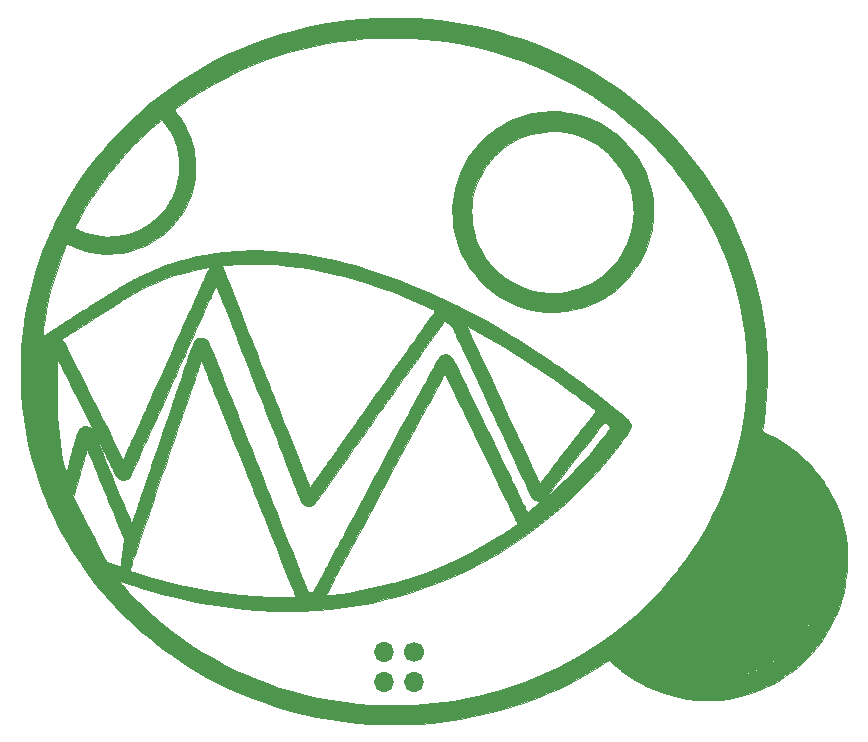
<source format=gtl>
G04 #@! TF.FileFunction,Copper,L1,Top,Signal*
%FSLAX46Y46*%
G04 Gerber Fmt 4.6, Leading zero omitted, Abs format (unit mm)*
G04 Created by KiCad (PCBNEW 4.0.7) date 07/17/18 15:25:19*
%MOMM*%
%LPD*%
G01*
G04 APERTURE LIST*
%ADD10C,0.100000*%
%ADD11C,0.010000*%
%ADD12C,6.000000*%
%ADD13C,1.700000*%
%ADD14O,1.700000X1.700000*%
G04 APERTURE END LIST*
D10*
D11*
G36*
X147276992Y-65488118D02*
X148454267Y-65536304D01*
X149269450Y-65594317D01*
X150269477Y-65695406D01*
X151284391Y-65831952D01*
X152308199Y-66002589D01*
X153334912Y-66205947D01*
X154358537Y-66440656D01*
X155373084Y-66705349D01*
X156372562Y-66998656D01*
X157350979Y-67319209D01*
X158254468Y-67647325D01*
X159336573Y-68082519D01*
X160397885Y-68554519D01*
X161438175Y-69063201D01*
X162457216Y-69608442D01*
X163454779Y-70190118D01*
X164430637Y-70808105D01*
X165384562Y-71462280D01*
X165690332Y-71683027D01*
X166584726Y-72361792D01*
X167451656Y-73070076D01*
X168290268Y-73806751D01*
X169099706Y-74570690D01*
X169879117Y-75360764D01*
X170627644Y-76175845D01*
X171344434Y-77014805D01*
X172028632Y-77876515D01*
X172679382Y-78759848D01*
X173295829Y-79663675D01*
X173877120Y-80586867D01*
X174422399Y-81528298D01*
X174930811Y-82486838D01*
X175401502Y-83461360D01*
X175833617Y-84450735D01*
X176226300Y-85453834D01*
X176320241Y-85712300D01*
X176667505Y-86744280D01*
X176975372Y-87788112D01*
X177243686Y-88842107D01*
X177472290Y-89904578D01*
X177661029Y-90973838D01*
X177809745Y-92048200D01*
X177918283Y-93125976D01*
X177986487Y-94205481D01*
X178014200Y-95285027D01*
X178001265Y-96362926D01*
X177947527Y-97437491D01*
X177852830Y-98507036D01*
X177717016Y-99569873D01*
X177646040Y-100023779D01*
X177566431Y-100506097D01*
X177747774Y-100583788D01*
X177879403Y-100642754D01*
X178038030Y-100717928D01*
X178213961Y-100804400D01*
X178397503Y-100897261D01*
X178578963Y-100991601D01*
X178748647Y-101082511D01*
X178896862Y-101165082D01*
X178907560Y-101171213D01*
X179488258Y-101528907D01*
X180051537Y-101924213D01*
X180595269Y-102355267D01*
X181117323Y-102820203D01*
X181615569Y-103317159D01*
X182087879Y-103844269D01*
X182401755Y-104229975D01*
X182489884Y-104346931D01*
X182594092Y-104492087D01*
X182708891Y-104657218D01*
X182828795Y-104834095D01*
X182948316Y-105014491D01*
X183061966Y-105190179D01*
X183164259Y-105352932D01*
X183249708Y-105494522D01*
X183279121Y-105545466D01*
X183612030Y-106173469D01*
X183903856Y-106811186D01*
X184154521Y-107458316D01*
X184363948Y-108114560D01*
X184532059Y-108779616D01*
X184658779Y-109453185D01*
X184744029Y-110134965D01*
X184787734Y-110824656D01*
X184791514Y-111450395D01*
X184775238Y-111870642D01*
X184744200Y-112304104D01*
X184699574Y-112742323D01*
X184642533Y-113176840D01*
X184574249Y-113599195D01*
X184495894Y-114000930D01*
X184408642Y-114373586D01*
X184362514Y-114544715D01*
X184149623Y-115222454D01*
X183900230Y-115881916D01*
X183615508Y-116521786D01*
X183296627Y-117140748D01*
X182944758Y-117737486D01*
X182561072Y-118310686D01*
X182146740Y-118859032D01*
X181702934Y-119381207D01*
X181230824Y-119875897D01*
X180731581Y-120341785D01*
X180206378Y-120777557D01*
X179656383Y-121181896D01*
X179082769Y-121553487D01*
X178486708Y-121891015D01*
X177869368Y-122193163D01*
X177363291Y-122407605D01*
X176692672Y-122652156D01*
X176022732Y-122854825D01*
X175351454Y-123015979D01*
X174676819Y-123135983D01*
X173996812Y-123215203D01*
X173309412Y-123254005D01*
X172690366Y-123254855D01*
X171969812Y-123218175D01*
X171266021Y-123142834D01*
X170577976Y-123028588D01*
X169904656Y-122875191D01*
X169245042Y-122682400D01*
X168598115Y-122449970D01*
X167962855Y-122177657D01*
X167726783Y-122064888D01*
X167166991Y-121772513D01*
X166634830Y-121458106D01*
X166123824Y-121117206D01*
X165664338Y-120772953D01*
X168737657Y-120772953D01*
X168752521Y-120783975D01*
X168800612Y-120807608D01*
X168875666Y-120841223D01*
X168971418Y-120882188D01*
X169081600Y-120927875D01*
X169199947Y-120975651D01*
X169320194Y-121022888D01*
X169436074Y-121066956D01*
X169453270Y-121073343D01*
X169978577Y-121248993D01*
X170529579Y-121397369D01*
X171098160Y-121516672D01*
X171676206Y-121605105D01*
X172021733Y-121642375D01*
X172161630Y-121652320D01*
X172334449Y-121660255D01*
X172531014Y-121666122D01*
X172742148Y-121669864D01*
X172958678Y-121671425D01*
X173171425Y-121670747D01*
X173371216Y-121667773D01*
X173548874Y-121662447D01*
X173695224Y-121654710D01*
X173719167Y-121652929D01*
X174380039Y-121580473D01*
X175030366Y-121468528D01*
X175668159Y-121317698D01*
X176291433Y-121128589D01*
X176898198Y-120901806D01*
X177486469Y-120637953D01*
X178054257Y-120337635D01*
X178070041Y-120328592D01*
X178585249Y-120010114D01*
X179088520Y-119653955D01*
X179574902Y-119264189D01*
X180039440Y-118844889D01*
X180477181Y-118400129D01*
X180655002Y-118203133D01*
X181061133Y-117709516D01*
X181436315Y-117188831D01*
X181778989Y-116644182D01*
X182087597Y-116078677D01*
X182360581Y-115495422D01*
X182596381Y-114897523D01*
X182793439Y-114288086D01*
X182950197Y-113670218D01*
X182965880Y-113597295D01*
X182989934Y-113477598D01*
X183015132Y-113342325D01*
X183040272Y-113199045D01*
X183064150Y-113055329D01*
X183085564Y-112918745D01*
X183103308Y-112796864D01*
X183116182Y-112697255D01*
X183122980Y-112627488D01*
X183123693Y-112604550D01*
X183120251Y-112602294D01*
X183111833Y-112636575D01*
X183099479Y-112702026D01*
X183084227Y-112793282D01*
X183072460Y-112869133D01*
X182953120Y-113519048D01*
X182793130Y-114158167D01*
X182593117Y-114785082D01*
X182353712Y-115398385D01*
X182075543Y-115996666D01*
X181759238Y-116578519D01*
X181405426Y-117142535D01*
X181014737Y-117687305D01*
X180799496Y-117959716D01*
X180699674Y-118077050D01*
X180575645Y-118214961D01*
X180433723Y-118367053D01*
X180280224Y-118526927D01*
X180121463Y-118688186D01*
X179963757Y-118844432D01*
X179813420Y-118989268D01*
X179676767Y-119116296D01*
X179560115Y-119219118D01*
X179537783Y-119237839D01*
X179049342Y-119622726D01*
X178559531Y-119968217D01*
X178063393Y-120277094D01*
X177555967Y-120552142D01*
X177032297Y-120796146D01*
X176487424Y-121011888D01*
X176200214Y-121111786D01*
X175578765Y-121296990D01*
X174948671Y-121442733D01*
X174312408Y-121549101D01*
X173672453Y-121616175D01*
X173031282Y-121644040D01*
X172391371Y-121632781D01*
X171755197Y-121582480D01*
X171125235Y-121493221D01*
X170503962Y-121365088D01*
X169893854Y-121198165D01*
X169297387Y-120992536D01*
X168987451Y-120867809D01*
X168894726Y-120829389D01*
X168817138Y-120798795D01*
X168762364Y-120778942D01*
X168738080Y-120772746D01*
X168737657Y-120772953D01*
X165664338Y-120772953D01*
X165638661Y-120753716D01*
X168689866Y-120753716D01*
X168700450Y-120764300D01*
X168711033Y-120753716D01*
X168700450Y-120743133D01*
X168689866Y-120753716D01*
X165638661Y-120753716D01*
X165627494Y-120745350D01*
X165612153Y-120732550D01*
X168647533Y-120732550D01*
X168658116Y-120743133D01*
X168668700Y-120732550D01*
X168658116Y-120721966D01*
X168647533Y-120732550D01*
X165612153Y-120732550D01*
X165332616Y-120499317D01*
X168181866Y-120499317D01*
X168199399Y-120512480D01*
X168245839Y-120539268D01*
X168311950Y-120574944D01*
X168388494Y-120614772D01*
X168466235Y-120654017D01*
X168535935Y-120687943D01*
X168588357Y-120711813D01*
X168614019Y-120720884D01*
X168626131Y-120715701D01*
X168624602Y-120713814D01*
X168600298Y-120698993D01*
X168549158Y-120672019D01*
X168480177Y-120637250D01*
X168402350Y-120599043D01*
X168324672Y-120561757D01*
X168256138Y-120529749D01*
X168205741Y-120507377D01*
X168182478Y-120498998D01*
X168181866Y-120499317D01*
X165332616Y-120499317D01*
X165307726Y-120478550D01*
X168139533Y-120478550D01*
X168150116Y-120489133D01*
X168160700Y-120478550D01*
X168150116Y-120467966D01*
X168139533Y-120478550D01*
X165307726Y-120478550D01*
X165282356Y-120457383D01*
X168097200Y-120457383D01*
X168107783Y-120467966D01*
X168118366Y-120457383D01*
X168107783Y-120446800D01*
X168097200Y-120457383D01*
X165282356Y-120457383D01*
X165182007Y-120373657D01*
X167950492Y-120373657D01*
X167972079Y-120392618D01*
X168007241Y-120413526D01*
X168052449Y-120437539D01*
X168071662Y-120444906D01*
X168075979Y-120439378D01*
X168076033Y-120436760D01*
X168059297Y-120421331D01*
X168018414Y-120396967D01*
X168012533Y-120393883D01*
X167964346Y-120372709D01*
X167950492Y-120373657D01*
X165182007Y-120373657D01*
X165155510Y-120351550D01*
X167906700Y-120351550D01*
X167917283Y-120362133D01*
X167927866Y-120351550D01*
X167917283Y-120340966D01*
X167906700Y-120351550D01*
X165155510Y-120351550D01*
X165139362Y-120338077D01*
X165102281Y-120304700D01*
X167846611Y-120304700D01*
X167851762Y-120316529D01*
X167873074Y-120339252D01*
X167885327Y-120334591D01*
X167885533Y-120331632D01*
X167870499Y-120313729D01*
X167861096Y-120307195D01*
X167846611Y-120304700D01*
X165102281Y-120304700D01*
X165083783Y-120288050D01*
X167800866Y-120288050D01*
X167811450Y-120298633D01*
X167822033Y-120288050D01*
X167811450Y-120277466D01*
X167800866Y-120288050D01*
X165083783Y-120288050D01*
X165007930Y-120219775D01*
X167699587Y-120219775D01*
X167703234Y-120226345D01*
X167725537Y-120244548D01*
X167763297Y-120272306D01*
X167778232Y-120274741D01*
X167779700Y-120267628D01*
X167763075Y-120252118D01*
X167732075Y-120234710D01*
X167699587Y-120219775D01*
X165007930Y-120219775D01*
X164961185Y-120177700D01*
X167634945Y-120177700D01*
X167640095Y-120189529D01*
X167661408Y-120212252D01*
X167673660Y-120207591D01*
X167673866Y-120204632D01*
X167658832Y-120186729D01*
X167649429Y-120180195D01*
X167634945Y-120177700D01*
X164961185Y-120177700D01*
X164942687Y-120161050D01*
X167589200Y-120161050D01*
X167599783Y-120171633D01*
X167610366Y-120161050D01*
X167599783Y-120150466D01*
X167589200Y-120161050D01*
X164942687Y-120161050D01*
X164890637Y-120114200D01*
X167529111Y-120114200D01*
X167534262Y-120126029D01*
X167555574Y-120148752D01*
X167567827Y-120144091D01*
X167568033Y-120141132D01*
X167552999Y-120123229D01*
X167543596Y-120116695D01*
X167529111Y-120114200D01*
X164890637Y-120114200D01*
X164876231Y-120101234D01*
X164844411Y-120071867D01*
X167465611Y-120071867D01*
X167470762Y-120083696D01*
X167492074Y-120106419D01*
X167504327Y-120101758D01*
X167504533Y-120098799D01*
X167489499Y-120080896D01*
X167480096Y-120074362D01*
X167465611Y-120071867D01*
X164844411Y-120071867D01*
X164826369Y-120055216D01*
X167419866Y-120055216D01*
X167430450Y-120065800D01*
X167441033Y-120055216D01*
X167430450Y-120044633D01*
X167419866Y-120055216D01*
X164826369Y-120055216D01*
X164780499Y-120012883D01*
X167356366Y-120012883D01*
X167366950Y-120023466D01*
X167377533Y-120012883D01*
X167366950Y-120002300D01*
X167356366Y-120012883D01*
X164780499Y-120012883D01*
X164734629Y-119970550D01*
X167292866Y-119970550D01*
X167303450Y-119981133D01*
X167314033Y-119970550D01*
X167303450Y-119959966D01*
X167292866Y-119970550D01*
X164734629Y-119970550D01*
X164688757Y-119928216D01*
X167229366Y-119928216D01*
X167239950Y-119938800D01*
X167250533Y-119928216D01*
X167239950Y-119917633D01*
X167229366Y-119928216D01*
X164688757Y-119928216D01*
X164642886Y-119885883D01*
X167165866Y-119885883D01*
X167176450Y-119896466D01*
X167187033Y-119885883D01*
X167176450Y-119875300D01*
X167165866Y-119885883D01*
X164642886Y-119885883D01*
X164608012Y-119853699D01*
X164209481Y-120114603D01*
X163251124Y-120717915D01*
X162277469Y-121282814D01*
X161285738Y-121810746D01*
X160273154Y-122303155D01*
X159236941Y-122761485D01*
X158688616Y-122986522D01*
X157608461Y-123396128D01*
X156515283Y-123766353D01*
X155408486Y-124097323D01*
X154287473Y-124389169D01*
X153151649Y-124642019D01*
X152000417Y-124856000D01*
X150833181Y-125031242D01*
X149649344Y-125167873D01*
X148448310Y-125266021D01*
X147978283Y-125293729D01*
X147898317Y-125296794D01*
X147782696Y-125299602D01*
X147636151Y-125302140D01*
X147463416Y-125304397D01*
X147269222Y-125306361D01*
X147058302Y-125308019D01*
X146835388Y-125309360D01*
X146605213Y-125310371D01*
X146372509Y-125311042D01*
X146142008Y-125311359D01*
X145918442Y-125311311D01*
X145706545Y-125310886D01*
X145511047Y-125310073D01*
X145336682Y-125308858D01*
X145188182Y-125307231D01*
X145070280Y-125305178D01*
X144987706Y-125302690D01*
X144962033Y-125301338D01*
X144910492Y-125298096D01*
X144825385Y-125292991D01*
X144715410Y-125286535D01*
X144589268Y-125279238D01*
X144464616Y-125272120D01*
X143294113Y-125185784D01*
X142137910Y-125060223D01*
X140994110Y-124895032D01*
X139860816Y-124689808D01*
X138736132Y-124444147D01*
X137618159Y-124157646D01*
X136505001Y-123829900D01*
X135394760Y-123460507D01*
X134622116Y-123178376D01*
X133567551Y-122757356D01*
X132528912Y-122298798D01*
X131507575Y-121803697D01*
X130504913Y-121273048D01*
X129522302Y-120707846D01*
X128561115Y-120109087D01*
X127622727Y-119477764D01*
X126708512Y-118814874D01*
X125819844Y-118121411D01*
X124958098Y-117398371D01*
X124124649Y-116646748D01*
X123320870Y-115867538D01*
X122548136Y-115061735D01*
X121807821Y-114230336D01*
X121128775Y-113408883D01*
X120446144Y-112518582D01*
X120281028Y-112285796D01*
X124028200Y-112285796D01*
X124047340Y-112295090D01*
X124100708Y-112315184D01*
X124182222Y-112343942D01*
X124285803Y-112379224D01*
X124405371Y-112418894D01*
X124425075Y-112425341D01*
X125702081Y-112821799D01*
X126982135Y-113178239D01*
X128264048Y-113494449D01*
X129546634Y-113770216D01*
X130828702Y-114005329D01*
X132109066Y-114199575D01*
X133386537Y-114352742D01*
X134659928Y-114464618D01*
X135928049Y-114534991D01*
X136315450Y-114548217D01*
X136433756Y-114551047D01*
X136573836Y-114553385D01*
X136730556Y-114555238D01*
X136898780Y-114556610D01*
X137073375Y-114557505D01*
X137249204Y-114557929D01*
X137421134Y-114557885D01*
X137584030Y-114557379D01*
X137732757Y-114556416D01*
X137862181Y-114554999D01*
X137967166Y-114553134D01*
X138042578Y-114550826D01*
X138083282Y-114548079D01*
X138088993Y-114546591D01*
X138083237Y-114526631D01*
X138063325Y-114471383D01*
X138038365Y-114405062D01*
X140628026Y-114405062D01*
X140651265Y-114410305D01*
X140688821Y-114405572D01*
X140732565Y-114399499D01*
X140810172Y-114389807D01*
X140913419Y-114377479D01*
X141034088Y-114363497D01*
X141152033Y-114350174D01*
X141851653Y-114263175D01*
X142577649Y-114155863D01*
X143320332Y-114030097D01*
X144070015Y-113887733D01*
X144817009Y-113730630D01*
X145551626Y-113560644D01*
X146264178Y-113379635D01*
X146390501Y-113345713D01*
X147501555Y-113022851D01*
X148600771Y-112659421D01*
X149687661Y-112255635D01*
X150761740Y-111811709D01*
X151822520Y-111327857D01*
X152869513Y-110804292D01*
X153902234Y-110241229D01*
X154920195Y-109638881D01*
X155164366Y-109487173D01*
X155302871Y-109399446D01*
X155459625Y-109298686D01*
X155629069Y-109188592D01*
X155805643Y-109072858D01*
X155983788Y-108955182D01*
X156157944Y-108839259D01*
X156322552Y-108728786D01*
X156472051Y-108627459D01*
X156600882Y-108538974D01*
X156703486Y-108467028D01*
X156756530Y-108428631D01*
X156877611Y-108339058D01*
X156806638Y-108185804D01*
X156785939Y-108141849D01*
X156748495Y-108063140D01*
X156695929Y-107953063D01*
X156629866Y-107815005D01*
X156551927Y-107652352D01*
X156463738Y-107468491D01*
X156366922Y-107266807D01*
X156263101Y-107050689D01*
X156153900Y-106823521D01*
X156048212Y-106603800D01*
X155780881Y-106048430D01*
X155513748Y-105493926D01*
X155247452Y-104941596D01*
X154982631Y-104392750D01*
X154719921Y-103848698D01*
X154459962Y-103310749D01*
X154203390Y-102780211D01*
X153950843Y-102258396D01*
X153702960Y-101746611D01*
X153460378Y-101246167D01*
X153223734Y-100758373D01*
X152993667Y-100284539D01*
X152770814Y-99825973D01*
X152555813Y-99383986D01*
X152349302Y-98959886D01*
X152151919Y-98554983D01*
X151964301Y-98170586D01*
X151787086Y-97808006D01*
X151620912Y-97468551D01*
X151466417Y-97153531D01*
X151324238Y-96864255D01*
X151195014Y-96602032D01*
X151079381Y-96368173D01*
X150977979Y-96163986D01*
X150891443Y-95990781D01*
X150820414Y-95849867D01*
X150765527Y-95742554D01*
X150727421Y-95670151D01*
X150706734Y-95633968D01*
X150703205Y-95629847D01*
X150699323Y-95632689D01*
X150692133Y-95642068D01*
X150680680Y-95659731D01*
X150664010Y-95687424D01*
X150641166Y-95726896D01*
X150611195Y-95779893D01*
X150573140Y-95848164D01*
X150526046Y-95933455D01*
X150468959Y-96037515D01*
X150400924Y-96162090D01*
X150320984Y-96308928D01*
X150228186Y-96479777D01*
X150121573Y-96676384D01*
X150000192Y-96900497D01*
X149863085Y-97153862D01*
X149709300Y-97438228D01*
X149537879Y-97755342D01*
X149347869Y-98106951D01*
X149228632Y-98327633D01*
X149083175Y-98597017D01*
X148924617Y-98890968D01*
X148753727Y-99208049D01*
X148571275Y-99546822D01*
X148378032Y-99905850D01*
X148174766Y-100283695D01*
X147962249Y-100678920D01*
X147741249Y-101090087D01*
X147512536Y-101515758D01*
X147276881Y-101954497D01*
X147035053Y-102404865D01*
X146787823Y-102865426D01*
X146535959Y-103334741D01*
X146280232Y-103811372D01*
X146021412Y-104293884D01*
X145760268Y-104780837D01*
X145497570Y-105270795D01*
X145234089Y-105762320D01*
X144970594Y-106253975D01*
X144707855Y-106744321D01*
X144446641Y-107231922D01*
X144187723Y-107715339D01*
X143931870Y-108193136D01*
X143679853Y-108663875D01*
X143432441Y-109126118D01*
X143190403Y-109578428D01*
X142954511Y-110019367D01*
X142725533Y-110447498D01*
X142504240Y-110861383D01*
X142291401Y-111259584D01*
X142087787Y-111640665D01*
X141894166Y-112003188D01*
X141711310Y-112345715D01*
X141539987Y-112666808D01*
X141380968Y-112965031D01*
X141235022Y-113238945D01*
X141102920Y-113487113D01*
X140985431Y-113708098D01*
X140883325Y-113900462D01*
X140797372Y-114062767D01*
X140728341Y-114193576D01*
X140677003Y-114291452D01*
X140644128Y-114354956D01*
X140630484Y-114382653D01*
X140630366Y-114382951D01*
X140628026Y-114405062D01*
X138038365Y-114405062D01*
X138029175Y-114380644D01*
X137980708Y-114254208D01*
X137917841Y-114091871D01*
X137840494Y-113893428D01*
X137748587Y-113658676D01*
X137642038Y-113387408D01*
X137520767Y-113079421D01*
X137384692Y-112734511D01*
X137233734Y-112352472D01*
X137067811Y-111933099D01*
X136886843Y-111476190D01*
X136690748Y-110981537D01*
X136479446Y-110448939D01*
X136252856Y-109878188D01*
X136010897Y-109269082D01*
X135753489Y-108621415D01*
X135480550Y-107934983D01*
X135191999Y-107209581D01*
X135009916Y-106751966D01*
X134884448Y-106436756D01*
X134750586Y-106100617D01*
X134609017Y-105745266D01*
X134460425Y-105372420D01*
X134305498Y-104983797D01*
X134144922Y-104581113D01*
X133979383Y-104166086D01*
X133809568Y-103740432D01*
X133636162Y-103305869D01*
X133459853Y-102864114D01*
X133281326Y-102416885D01*
X133101268Y-101965897D01*
X132920364Y-101512869D01*
X132739302Y-101059517D01*
X132558768Y-100607558D01*
X132379447Y-100158710D01*
X132202027Y-99714690D01*
X132027193Y-99277214D01*
X131855631Y-98848000D01*
X131688029Y-98428766D01*
X131525072Y-98021227D01*
X131367447Y-97627102D01*
X131215839Y-97248107D01*
X131070936Y-96885959D01*
X130933423Y-96542376D01*
X130803987Y-96219075D01*
X130683314Y-95917772D01*
X130572091Y-95640185D01*
X130471003Y-95388031D01*
X130380737Y-95163028D01*
X130301979Y-94966891D01*
X130235416Y-94801339D01*
X130181734Y-94668088D01*
X130141619Y-94568855D01*
X130115757Y-94505359D01*
X130104835Y-94479314D01*
X130104613Y-94478875D01*
X130102152Y-94474540D01*
X130099454Y-94472071D01*
X130095821Y-94473466D01*
X130090557Y-94480721D01*
X130082962Y-94495833D01*
X130072339Y-94520800D01*
X130057990Y-94557620D01*
X130039217Y-94608288D01*
X130015322Y-94674802D01*
X129985608Y-94759159D01*
X129949377Y-94863357D01*
X129905930Y-94989392D01*
X129854570Y-95139262D01*
X129794599Y-95314964D01*
X129725319Y-95518494D01*
X129646033Y-95751851D01*
X129556041Y-96017030D01*
X129454648Y-96316030D01*
X129341154Y-96650848D01*
X129214862Y-97023480D01*
X129196113Y-97078800D01*
X129131929Y-97268047D01*
X129055012Y-97494610D01*
X128966298Y-97755738D01*
X128866724Y-98048681D01*
X128757225Y-98370688D01*
X128638737Y-98719009D01*
X128512198Y-99090894D01*
X128378544Y-99483592D01*
X128238710Y-99894353D01*
X128093633Y-100320427D01*
X127944249Y-100759063D01*
X127791495Y-101207511D01*
X127636306Y-101663021D01*
X127479620Y-102122843D01*
X127322372Y-102584225D01*
X127165499Y-103044419D01*
X127012792Y-103492300D01*
X126738877Y-104295685D01*
X126477894Y-105061333D01*
X126229881Y-105789129D01*
X125994879Y-106478958D01*
X125772925Y-107130704D01*
X125564059Y-107744252D01*
X125368321Y-108319488D01*
X125185749Y-108856295D01*
X125016382Y-109354560D01*
X124860260Y-109814165D01*
X124717421Y-110234997D01*
X124587905Y-110616940D01*
X124471751Y-110959878D01*
X124368998Y-111263697D01*
X124279685Y-111528282D01*
X124203851Y-111753516D01*
X124141535Y-111939286D01*
X124092777Y-112085475D01*
X124057614Y-112191969D01*
X124036088Y-112258652D01*
X124028236Y-112285409D01*
X124028200Y-112285796D01*
X120281028Y-112285796D01*
X119801282Y-111609436D01*
X119194409Y-110682026D01*
X118625746Y-109736931D01*
X118095513Y-108774732D01*
X117603930Y-107796009D01*
X117151217Y-106801341D01*
X116855640Y-106079563D01*
X119256443Y-106079563D01*
X119472319Y-106505723D01*
X119520013Y-106598973D01*
X119585247Y-106725143D01*
X119665685Y-106879777D01*
X119758990Y-107058419D01*
X119862826Y-107256610D01*
X119974857Y-107469895D01*
X120092747Y-107693817D01*
X120214161Y-107923919D01*
X120336762Y-108155743D01*
X120378019Y-108233633D01*
X120512051Y-108487564D01*
X120654317Y-108758918D01*
X120801217Y-109040718D01*
X120949147Y-109325986D01*
X121094508Y-109607743D01*
X121233697Y-109879011D01*
X121363112Y-110132813D01*
X121479154Y-110362170D01*
X121563929Y-110531379D01*
X122060015Y-111527375D01*
X122329732Y-111637583D01*
X122434329Y-111679497D01*
X122552560Y-111725514D01*
X122678153Y-111773341D01*
X122804836Y-111820690D01*
X122926337Y-111865269D01*
X123036384Y-111904788D01*
X123128705Y-111936956D01*
X123197027Y-111959483D01*
X123235080Y-111970077D01*
X123240717Y-111970290D01*
X123246094Y-111948452D01*
X123257214Y-111891571D01*
X123272845Y-111806358D01*
X123291753Y-111699524D01*
X123311340Y-111585810D01*
X123329949Y-111472883D01*
X123353197Y-111326153D01*
X123379849Y-111153741D01*
X123408671Y-110963766D01*
X123438426Y-110764350D01*
X123467879Y-110563613D01*
X123487330Y-110428930D01*
X123598964Y-109650310D01*
X122916538Y-108005346D01*
X122805818Y-107738446D01*
X122681382Y-107438458D01*
X122545726Y-107111398D01*
X122401344Y-106763285D01*
X122250733Y-106400135D01*
X122096388Y-106027967D01*
X121940804Y-105652798D01*
X121786478Y-105280644D01*
X121635904Y-104917525D01*
X121491579Y-104569457D01*
X121365296Y-104264883D01*
X121247238Y-103980159D01*
X121133245Y-103705277D01*
X121024424Y-103442903D01*
X120921881Y-103195705D01*
X120826723Y-102966348D01*
X120740057Y-102757499D01*
X120662989Y-102571826D01*
X120596627Y-102411995D01*
X120542077Y-102280673D01*
X120500445Y-102180526D01*
X120472839Y-102114222D01*
X120460489Y-102084716D01*
X120437392Y-102034904D01*
X120422892Y-102020228D01*
X120411251Y-102035994D01*
X120408762Y-102042383D01*
X120400851Y-102068356D01*
X120382182Y-102132220D01*
X120353564Y-102231146D01*
X120315808Y-102362301D01*
X120269725Y-102522857D01*
X120216126Y-102709982D01*
X120155819Y-102920845D01*
X120089617Y-103152617D01*
X120018329Y-103402467D01*
X119942766Y-103667564D01*
X119863739Y-103945078D01*
X119824734Y-104082140D01*
X119256443Y-106079563D01*
X116855640Y-106079563D01*
X116737595Y-105791308D01*
X116363284Y-104766490D01*
X116028505Y-103727467D01*
X115733477Y-102674819D01*
X115478421Y-101609126D01*
X115263558Y-100530968D01*
X115089107Y-99440925D01*
X114955290Y-98339576D01*
X114862325Y-97227502D01*
X114840560Y-96856550D01*
X114834388Y-96706622D01*
X114829565Y-96521817D01*
X114826043Y-96307530D01*
X114823777Y-96069160D01*
X114822718Y-95812103D01*
X114822819Y-95541756D01*
X114824035Y-95263517D01*
X114824705Y-95181006D01*
X117871581Y-95181006D01*
X117871608Y-95408170D01*
X117871975Y-95652037D01*
X117872666Y-95909404D01*
X117873663Y-96177068D01*
X117874950Y-96451825D01*
X117876508Y-96730471D01*
X117878321Y-97009804D01*
X117880371Y-97286620D01*
X117882640Y-97557715D01*
X117885113Y-97819887D01*
X117887770Y-98069931D01*
X117890595Y-98304645D01*
X117893571Y-98520824D01*
X117896680Y-98715266D01*
X117899905Y-98884766D01*
X117903228Y-99026123D01*
X117906633Y-99136132D01*
X117908665Y-99184883D01*
X117958320Y-99993965D01*
X118027879Y-100766657D01*
X118117315Y-101502772D01*
X118226600Y-102202124D01*
X118355705Y-102864526D01*
X118504602Y-103489793D01*
X118614250Y-103883883D01*
X118658020Y-104032050D01*
X118686046Y-103968550D01*
X118706964Y-103914907D01*
X118733573Y-103838338D01*
X118756989Y-103765398D01*
X118778675Y-103687405D01*
X118804754Y-103582403D01*
X118831728Y-103464973D01*
X118853079Y-103364665D01*
X118872750Y-103276114D01*
X118902082Y-103154805D01*
X118939031Y-103008662D01*
X118981553Y-102845609D01*
X119027607Y-102673572D01*
X119075149Y-102500474D01*
X119084453Y-102467150D01*
X119138436Y-102273976D01*
X119197572Y-102061713D01*
X119258436Y-101842699D01*
X119317602Y-101629275D01*
X119371645Y-101433780D01*
X119410982Y-101290966D01*
X119471776Y-101072515D01*
X119524278Y-100890921D01*
X119570135Y-100741894D01*
X119610998Y-100621141D01*
X119648514Y-100524371D01*
X119665349Y-100488144D01*
X120972085Y-100488144D01*
X120972396Y-100505460D01*
X120988522Y-100558093D01*
X121020124Y-100644867D01*
X121066864Y-100764608D01*
X121104928Y-100858885D01*
X121155368Y-100982068D01*
X121203806Y-101099515D01*
X121246579Y-101202407D01*
X121280024Y-101281926D01*
X121297571Y-101322716D01*
X121312315Y-101357386D01*
X121342009Y-101428275D01*
X121385446Y-101532470D01*
X121441420Y-101667063D01*
X121508723Y-101829142D01*
X121586148Y-102015797D01*
X121672487Y-102224117D01*
X121766534Y-102451192D01*
X121867082Y-102694112D01*
X121972923Y-102949965D01*
X122082850Y-103215842D01*
X122105255Y-103270050D01*
X122325543Y-103802824D01*
X122535460Y-104310044D01*
X122734652Y-104790862D01*
X122922764Y-105244431D01*
X123099442Y-105669904D01*
X123264332Y-106066435D01*
X123417080Y-106433176D01*
X123557331Y-106769281D01*
X123684731Y-107073903D01*
X123798927Y-107346195D01*
X123899563Y-107585310D01*
X123986285Y-107790402D01*
X124058740Y-107960623D01*
X124116574Y-108095126D01*
X124159431Y-108193065D01*
X124186958Y-108253592D01*
X124198800Y-108275862D01*
X124199041Y-108275966D01*
X124211856Y-108267011D01*
X124229788Y-108238636D01*
X124253675Y-108188579D01*
X124284352Y-108114576D01*
X124322656Y-108014363D01*
X124369422Y-107885678D01*
X124425488Y-107726256D01*
X124491689Y-107533835D01*
X124568862Y-107306151D01*
X124657842Y-107040940D01*
X124681233Y-106970898D01*
X124731737Y-106819683D01*
X124783826Y-106664002D01*
X124838032Y-106502285D01*
X124894887Y-106332962D01*
X124954925Y-106154465D01*
X125018676Y-105965224D01*
X125086675Y-105763669D01*
X125159452Y-105548231D01*
X125237541Y-105317340D01*
X125321474Y-105069427D01*
X125411784Y-104802922D01*
X125509002Y-104516256D01*
X125613661Y-104207859D01*
X125726293Y-103876162D01*
X125847432Y-103519595D01*
X125977609Y-103136589D01*
X126117356Y-102725575D01*
X126267207Y-102284982D01*
X126427693Y-101813242D01*
X126599347Y-101308784D01*
X126782701Y-100770040D01*
X126978288Y-100195440D01*
X127186640Y-99583414D01*
X127336736Y-99142550D01*
X127469628Y-98752153D01*
X127603163Y-98359712D01*
X127736294Y-97968311D01*
X127867976Y-97581033D01*
X127997161Y-97200961D01*
X128122802Y-96831178D01*
X128243853Y-96474768D01*
X128359266Y-96134814D01*
X128467995Y-95814399D01*
X128568993Y-95516606D01*
X128661213Y-95244518D01*
X128743608Y-95001220D01*
X128815132Y-94789794D01*
X128874737Y-94613323D01*
X128906994Y-94517633D01*
X129004943Y-94227055D01*
X129090622Y-93973791D01*
X129165131Y-93754991D01*
X129229567Y-93567801D01*
X129285031Y-93409371D01*
X129332621Y-93276846D01*
X129373435Y-93167377D01*
X129408574Y-93078110D01*
X129439136Y-93006193D01*
X129466219Y-92948776D01*
X129490924Y-92903004D01*
X129514349Y-92866027D01*
X129537593Y-92834992D01*
X129561754Y-92807048D01*
X129569266Y-92798926D01*
X129696477Y-92691078D01*
X129839460Y-92617882D01*
X129991890Y-92578917D01*
X130147443Y-92573763D01*
X130299792Y-92602000D01*
X130442614Y-92663206D01*
X130569583Y-92756961D01*
X130667176Y-92871929D01*
X130675988Y-92887501D01*
X130689545Y-92915314D01*
X130708189Y-92956216D01*
X130732259Y-93011055D01*
X130762096Y-93080679D01*
X130798038Y-93165937D01*
X130840427Y-93267676D01*
X130889601Y-93386745D01*
X130945902Y-93523991D01*
X131009669Y-93680264D01*
X131081242Y-93856410D01*
X131160961Y-94053279D01*
X131249166Y-94271717D01*
X131346197Y-94512574D01*
X131452394Y-94776698D01*
X131568097Y-95064936D01*
X131693645Y-95378136D01*
X131829380Y-95717148D01*
X131975641Y-96082818D01*
X132132767Y-96475995D01*
X132301100Y-96897528D01*
X132480978Y-97348263D01*
X132672742Y-97829050D01*
X132876732Y-98340737D01*
X133093288Y-98884171D01*
X133322749Y-99460200D01*
X133565457Y-100069674D01*
X133821750Y-100713439D01*
X134091968Y-101392345D01*
X134376453Y-102107238D01*
X134675543Y-102858968D01*
X134989579Y-103648383D01*
X135306360Y-104444800D01*
X135506144Y-104947087D01*
X135706830Y-105451605D01*
X135907513Y-105956083D01*
X136107289Y-106458248D01*
X136305254Y-106955829D01*
X136500503Y-107446554D01*
X136692133Y-107928151D01*
X136879240Y-108398349D01*
X137060918Y-108854874D01*
X137236265Y-109295457D01*
X137404376Y-109717825D01*
X137564346Y-110119705D01*
X137715272Y-110498827D01*
X137856249Y-110852919D01*
X137986373Y-111179708D01*
X138104741Y-111476923D01*
X138210447Y-111742292D01*
X138302588Y-111973544D01*
X138380260Y-112168405D01*
X138400443Y-112219023D01*
X139166748Y-114140663D01*
X139359140Y-114134606D01*
X139551532Y-114128550D01*
X140480618Y-112392883D01*
X140568036Y-112229597D01*
X140674358Y-112031047D01*
X140798485Y-111799280D01*
X140939322Y-111536342D01*
X141095771Y-111244280D01*
X141266736Y-110925142D01*
X141451120Y-110580973D01*
X141647826Y-110213822D01*
X141855758Y-109825734D01*
X142073819Y-109418757D01*
X142300911Y-108994937D01*
X142535939Y-108556322D01*
X142777806Y-108104958D01*
X143025415Y-107642893D01*
X143277668Y-107172173D01*
X143533470Y-106694844D01*
X143791723Y-106212955D01*
X144051331Y-105728551D01*
X144311198Y-105243680D01*
X144506805Y-104878716D01*
X144770956Y-104385859D01*
X145038072Y-103887444D01*
X145306913Y-103385790D01*
X145576236Y-102883216D01*
X145844798Y-102382041D01*
X146111357Y-101884585D01*
X146374671Y-101393165D01*
X146633496Y-100910101D01*
X146886591Y-100437713D01*
X147132714Y-99978319D01*
X147370622Y-99534238D01*
X147599072Y-99107789D01*
X147816822Y-98701291D01*
X148022630Y-98317063D01*
X148215253Y-97957424D01*
X148393449Y-97624694D01*
X148555975Y-97321191D01*
X148701590Y-97049233D01*
X148829050Y-96811141D01*
X148884052Y-96708383D01*
X149102997Y-96299797D01*
X149302509Y-95928507D01*
X149482724Y-95594269D01*
X149643775Y-95296838D01*
X149785795Y-95035972D01*
X149908919Y-94811425D01*
X150013282Y-94622954D01*
X150099017Y-94470314D01*
X150166258Y-94353262D01*
X150215139Y-94271552D01*
X150245794Y-94224942D01*
X150251896Y-94217264D01*
X150330403Y-94144000D01*
X150424008Y-94078528D01*
X150460689Y-94058514D01*
X150524548Y-94029617D01*
X150581629Y-94011873D01*
X150646113Y-94002667D01*
X150732181Y-93999389D01*
X150782866Y-93999151D01*
X150882746Y-94000597D01*
X150953840Y-94006497D01*
X151009648Y-94019374D01*
X151063675Y-94041751D01*
X151094367Y-94057358D01*
X151196251Y-94120272D01*
X151280664Y-94195748D01*
X151355146Y-94292487D01*
X151427238Y-94419189D01*
X151452560Y-94470672D01*
X151475584Y-94518534D01*
X151515715Y-94601570D01*
X151571547Y-94716883D01*
X151641675Y-94861577D01*
X151724692Y-95032754D01*
X151819192Y-95227518D01*
X151923771Y-95442972D01*
X152037022Y-95676219D01*
X152157540Y-95924362D01*
X152283919Y-96184504D01*
X152414753Y-96453748D01*
X152492218Y-96613133D01*
X152698767Y-97038149D01*
X152903225Y-97459011D01*
X153106940Y-97878503D01*
X153311261Y-98299408D01*
X153517537Y-98724510D01*
X153727117Y-99156593D01*
X153941350Y-99598440D01*
X154161585Y-100052836D01*
X154389170Y-100522563D01*
X154625455Y-101010406D01*
X154871789Y-101519148D01*
X155129519Y-102051574D01*
X155399996Y-102610465D01*
X155684569Y-103198607D01*
X155984585Y-103818783D01*
X156301394Y-104473777D01*
X156363221Y-104601612D01*
X156517740Y-104921039D01*
X156667250Y-105229977D01*
X156810711Y-105526284D01*
X156947082Y-105807818D01*
X157075325Y-106072437D01*
X157194400Y-106317999D01*
X157303266Y-106542361D01*
X157400885Y-106743382D01*
X157486216Y-106918920D01*
X157558219Y-107066831D01*
X157615855Y-107184976D01*
X157658084Y-107271210D01*
X157683867Y-107323392D01*
X157692147Y-107339469D01*
X157711604Y-107330466D01*
X157759493Y-107298227D01*
X157831382Y-107246201D01*
X157922839Y-107177839D01*
X158029431Y-107096589D01*
X158146727Y-107005901D01*
X158270295Y-106909225D01*
X158395703Y-106810008D01*
X158518518Y-106711702D01*
X158634310Y-106617755D01*
X158738646Y-106531617D01*
X158827093Y-106456737D01*
X158834092Y-106450695D01*
X158916067Y-106379784D01*
X158685925Y-106380667D01*
X158577202Y-106379845D01*
X158499385Y-106375308D01*
X158441100Y-106365421D01*
X158390969Y-106348546D01*
X158358419Y-106333575D01*
X158226211Y-106245879D01*
X158113253Y-106122033D01*
X158058950Y-106032300D01*
X159323347Y-106032300D01*
X159329324Y-106033628D01*
X159363963Y-106008703D01*
X159424624Y-105959773D01*
X159508669Y-105889089D01*
X159613459Y-105798898D01*
X159736354Y-105691451D01*
X159874716Y-105568996D01*
X160025905Y-105433782D01*
X160031157Y-105429062D01*
X160306430Y-105177630D01*
X160591201Y-104909526D01*
X160889339Y-104620989D01*
X161204713Y-104308256D01*
X161541189Y-103967567D01*
X161670856Y-103834653D01*
X162041545Y-103450152D01*
X162383812Y-103087742D01*
X162701855Y-102742530D01*
X162999873Y-102409622D01*
X163282062Y-102084127D01*
X163552620Y-101761151D01*
X163815746Y-101435802D01*
X164075636Y-101103186D01*
X164336489Y-100758411D01*
X164500462Y-100536510D01*
X164756526Y-100187083D01*
X164631002Y-100073491D01*
X164521424Y-99975928D01*
X164422507Y-99890931D01*
X164338820Y-99822203D01*
X164274928Y-99773450D01*
X164235399Y-99748378D01*
X164227084Y-99745800D01*
X164203258Y-99762744D01*
X164155371Y-99812892D01*
X164084263Y-99895212D01*
X163990778Y-100008675D01*
X163875757Y-100152249D01*
X163740042Y-100324905D01*
X163584475Y-100525612D01*
X163500556Y-100634800D01*
X163439824Y-100713731D01*
X163355268Y-100823193D01*
X163249101Y-100960337D01*
X163123537Y-101122313D01*
X162980789Y-101306272D01*
X162823070Y-101509365D01*
X162652593Y-101728743D01*
X162471572Y-101961558D01*
X162282220Y-102204960D01*
X162086749Y-102456100D01*
X161887374Y-102712129D01*
X161691813Y-102963133D01*
X161423180Y-103308009D01*
X161165566Y-103639079D01*
X160920076Y-103954912D01*
X160687813Y-104254077D01*
X160469880Y-104535146D01*
X160267381Y-104796688D01*
X160081420Y-105037273D01*
X159913100Y-105255471D01*
X159763524Y-105449853D01*
X159633796Y-105618987D01*
X159525020Y-105761445D01*
X159438298Y-105875796D01*
X159374736Y-105960610D01*
X159335435Y-106014458D01*
X159323347Y-106032300D01*
X158058950Y-106032300D01*
X158029542Y-105983707D01*
X158010804Y-105945411D01*
X157978709Y-105878232D01*
X157933032Y-105781688D01*
X157873551Y-105655298D01*
X157800041Y-105498583D01*
X157712279Y-105311061D01*
X157610040Y-105092252D01*
X157493101Y-104841675D01*
X157361239Y-104558849D01*
X157214228Y-104243294D01*
X157051846Y-103894528D01*
X156873869Y-103512073D01*
X156680073Y-103095445D01*
X156470233Y-102644166D01*
X156244127Y-102157754D01*
X156001531Y-101635729D01*
X155742219Y-101077610D01*
X155465970Y-100482916D01*
X155172559Y-99851166D01*
X154861762Y-99181881D01*
X154592886Y-98602800D01*
X154307131Y-97987305D01*
X154038676Y-97409032D01*
X153786972Y-96866815D01*
X153551469Y-96359492D01*
X153331616Y-95885898D01*
X153126864Y-95444868D01*
X152936662Y-95035239D01*
X152760460Y-94655846D01*
X152597708Y-94305524D01*
X152447857Y-93983111D01*
X152310355Y-93687440D01*
X152184654Y-93417349D01*
X152070202Y-93171673D01*
X151966450Y-92949248D01*
X151872848Y-92748910D01*
X151788845Y-92569494D01*
X151713891Y-92409835D01*
X151647438Y-92268771D01*
X151588933Y-92145137D01*
X151537828Y-92037768D01*
X151493571Y-91945501D01*
X151455614Y-91867170D01*
X151423406Y-91801612D01*
X151396397Y-91747663D01*
X151374036Y-91704159D01*
X151355774Y-91669934D01*
X151341061Y-91643826D01*
X151329346Y-91624669D01*
X151320080Y-91611300D01*
X151312712Y-91602554D01*
X151306693Y-91597267D01*
X151301471Y-91594275D01*
X151296498Y-91592414D01*
X151291223Y-91590519D01*
X151285095Y-91587427D01*
X151277566Y-91581972D01*
X151274401Y-91579193D01*
X152567447Y-91579193D01*
X152569720Y-91591182D01*
X152582419Y-91622280D01*
X152610411Y-91685513D01*
X152650901Y-91774744D01*
X152701092Y-91883834D01*
X152758190Y-92006646D01*
X152785581Y-92065154D01*
X152866243Y-92237340D01*
X152960290Y-92438582D01*
X153068017Y-92669518D01*
X153189721Y-92930786D01*
X153325698Y-93223026D01*
X153476246Y-93546875D01*
X153641659Y-93902973D01*
X153822236Y-94291959D01*
X154018271Y-94714470D01*
X154230063Y-95171147D01*
X154457906Y-95662627D01*
X154702098Y-96189550D01*
X154962935Y-96752553D01*
X155240714Y-97352276D01*
X155535731Y-97989358D01*
X155749294Y-98450620D01*
X156024041Y-99044036D01*
X156281581Y-99600215D01*
X156522474Y-100120347D01*
X156747280Y-100605619D01*
X156956556Y-101057221D01*
X157150862Y-101476342D01*
X157330758Y-101864170D01*
X157496801Y-102221894D01*
X157649552Y-102550704D01*
X157789568Y-102851786D01*
X157917410Y-103126332D01*
X158033636Y-103375529D01*
X158138805Y-103600565D01*
X158233477Y-103802631D01*
X158318210Y-103982914D01*
X158393563Y-104142604D01*
X158460095Y-104282889D01*
X158518366Y-104404959D01*
X158568934Y-104510001D01*
X158612358Y-104599204D01*
X158649198Y-104673758D01*
X158680013Y-104734852D01*
X158705361Y-104783673D01*
X158725801Y-104821411D01*
X158741893Y-104849255D01*
X158754196Y-104868393D01*
X158763268Y-104880014D01*
X158769669Y-104885307D01*
X158773958Y-104885461D01*
X158774915Y-104884684D01*
X158790374Y-104865372D01*
X158830460Y-104814283D01*
X158893867Y-104733103D01*
X158979286Y-104623512D01*
X159085409Y-104487196D01*
X159210930Y-104325836D01*
X159354539Y-104141116D01*
X159514930Y-103934719D01*
X159690796Y-103708327D01*
X159880827Y-103463624D01*
X160083716Y-103202292D01*
X160298157Y-102926015D01*
X160522840Y-102636476D01*
X160756459Y-102335358D01*
X160997705Y-102024343D01*
X161153440Y-101823536D01*
X161398461Y-101507445D01*
X161636357Y-101200280D01*
X161865839Y-100903715D01*
X162085622Y-100619422D01*
X162294418Y-100349075D01*
X162490940Y-100094347D01*
X162673902Y-99856912D01*
X162842016Y-99638442D01*
X162993995Y-99440611D01*
X163128553Y-99265092D01*
X163244403Y-99113559D01*
X163340257Y-98987684D01*
X163414829Y-98889142D01*
X163466832Y-98819604D01*
X163494978Y-98780745D01*
X163499875Y-98772740D01*
X163480450Y-98752663D01*
X163430173Y-98709581D01*
X163352096Y-98645842D01*
X163249270Y-98563792D01*
X163124746Y-98465782D01*
X162981573Y-98354158D01*
X162822804Y-98231268D01*
X162651488Y-98099460D01*
X162470677Y-97961083D01*
X162283421Y-97818485D01*
X162092771Y-97674012D01*
X161901778Y-97530014D01*
X161713492Y-97388838D01*
X161530965Y-97252832D01*
X161376783Y-97138740D01*
X159962447Y-96120811D01*
X158533587Y-95141895D01*
X157087736Y-94200422D01*
X155622428Y-93294824D01*
X154135197Y-92423535D01*
X152743692Y-91649942D01*
X152658642Y-91604832D01*
X152604599Y-91579247D01*
X152576042Y-91571322D01*
X152567447Y-91579193D01*
X151274401Y-91579193D01*
X151274183Y-91579002D01*
X151233174Y-91545034D01*
X151169873Y-91497025D01*
X151091014Y-91439625D01*
X151003335Y-91377485D01*
X150913572Y-91315254D01*
X150828462Y-91257585D01*
X150754741Y-91209127D01*
X150699145Y-91174532D01*
X150668411Y-91158450D01*
X150664633Y-91158181D01*
X150651172Y-91176867D01*
X150614349Y-91228539D01*
X150555270Y-91311639D01*
X150475040Y-91424608D01*
X150374765Y-91565884D01*
X150255549Y-91733910D01*
X150118498Y-91927124D01*
X149964718Y-92143968D01*
X149795314Y-92382883D01*
X149611390Y-92642307D01*
X149414053Y-92920682D01*
X149204407Y-93216448D01*
X148983559Y-93528046D01*
X148752613Y-93853915D01*
X148512674Y-94192497D01*
X148264849Y-94542232D01*
X148010241Y-94901559D01*
X147749957Y-95268920D01*
X147485102Y-95642755D01*
X147216782Y-96021504D01*
X146946101Y-96403607D01*
X146674164Y-96787505D01*
X146402078Y-97171639D01*
X146130948Y-97554448D01*
X145861878Y-97934374D01*
X145595974Y-98309856D01*
X145388536Y-98602800D01*
X145108319Y-98998532D01*
X144821318Y-99403845D01*
X144529581Y-99815847D01*
X144235156Y-100231643D01*
X143940091Y-100648341D01*
X143646436Y-101063048D01*
X143356239Y-101472872D01*
X143071548Y-101874919D01*
X142794411Y-102266297D01*
X142526877Y-102644112D01*
X142270996Y-103005471D01*
X142028814Y-103347483D01*
X141802381Y-103667253D01*
X141593744Y-103961889D01*
X141404954Y-104228498D01*
X141238057Y-104464187D01*
X141199326Y-104518883D01*
X141010462Y-104785279D01*
X140827373Y-105042917D01*
X140651656Y-105289584D01*
X140484904Y-105523067D01*
X140328714Y-105741152D01*
X140184679Y-105941626D01*
X140054396Y-106122276D01*
X139939459Y-106280890D01*
X139841462Y-106415253D01*
X139762002Y-106523153D01*
X139702673Y-106602377D01*
X139665070Y-106650711D01*
X139652777Y-106664756D01*
X139516492Y-106763258D01*
X139365910Y-106824423D01*
X139207079Y-106848037D01*
X139046049Y-106833886D01*
X138888870Y-106781755D01*
X138748471Y-106696741D01*
X138645014Y-106593285D01*
X138554736Y-106450573D01*
X138484456Y-106288161D01*
X138463924Y-106233499D01*
X138428136Y-106140194D01*
X138377381Y-106008981D01*
X138311947Y-105840594D01*
X138232122Y-105635766D01*
X138138193Y-105395232D01*
X138030449Y-105119727D01*
X137909178Y-104809983D01*
X137774667Y-104466735D01*
X137627206Y-104090717D01*
X137467081Y-103682664D01*
X137294581Y-103243309D01*
X137109993Y-102773386D01*
X136913607Y-102273630D01*
X136705709Y-101744774D01*
X136486588Y-101187553D01*
X136256532Y-100602701D01*
X136015829Y-99990951D01*
X135764767Y-99353039D01*
X135503634Y-98689697D01*
X135390248Y-98401716D01*
X135219049Y-97966884D01*
X135043872Y-97521873D01*
X134866040Y-97070049D01*
X134686876Y-96614779D01*
X134507705Y-96159428D01*
X134329851Y-95707362D01*
X134154636Y-95261947D01*
X133983386Y-94826549D01*
X133817424Y-94404533D01*
X133658073Y-93999266D01*
X133506657Y-93614114D01*
X133364501Y-93252441D01*
X133232927Y-92917615D01*
X133113260Y-92613001D01*
X133006824Y-92341964D01*
X132938589Y-92168133D01*
X132725843Y-91626567D01*
X132528188Y-91124524D01*
X132345624Y-90662007D01*
X132178153Y-90239018D01*
X132025775Y-89855557D01*
X131888490Y-89511628D01*
X131766301Y-89207231D01*
X131659206Y-88942370D01*
X131567209Y-88717046D01*
X131490308Y-88531261D01*
X131428505Y-88385016D01*
X131381800Y-88278314D01*
X131350195Y-88211157D01*
X131334165Y-88183996D01*
X131331498Y-88184926D01*
X131326354Y-88191681D01*
X131318236Y-88205364D01*
X131306648Y-88227076D01*
X131291091Y-88257922D01*
X131271068Y-88299001D01*
X131246083Y-88351419D01*
X131215637Y-88416275D01*
X131179234Y-88494674D01*
X131136377Y-88587717D01*
X131086568Y-88696507D01*
X131029310Y-88822146D01*
X130964105Y-88965737D01*
X130890457Y-89128381D01*
X130807868Y-89311182D01*
X130715841Y-89515241D01*
X130613879Y-89741661D01*
X130501485Y-89991545D01*
X130378160Y-90265995D01*
X130243408Y-90566113D01*
X130096733Y-90893001D01*
X129937635Y-91247762D01*
X129765619Y-91631499D01*
X129580187Y-92045314D01*
X129380842Y-92490308D01*
X129167086Y-92967586D01*
X128938422Y-93478248D01*
X128694353Y-94023397D01*
X128434382Y-94604136D01*
X128158012Y-95221567D01*
X127933071Y-95724133D01*
X127646988Y-96363253D01*
X127368796Y-96984622D01*
X127098925Y-97587282D01*
X126837804Y-98170274D01*
X126585864Y-98732640D01*
X126343534Y-99273424D01*
X126111246Y-99791666D01*
X125889428Y-100286410D01*
X125678511Y-100756697D01*
X125478924Y-101201569D01*
X125291099Y-101620069D01*
X125115465Y-102011238D01*
X124952452Y-102374119D01*
X124802490Y-102707754D01*
X124666009Y-103011186D01*
X124543440Y-103283455D01*
X124435212Y-103523604D01*
X124341756Y-103730677D01*
X124263500Y-103903713D01*
X124200877Y-104041757D01*
X124154315Y-104143849D01*
X124124245Y-104209032D01*
X124112220Y-104234219D01*
X124045235Y-104332398D01*
X123949704Y-104428541D01*
X123838287Y-104510899D01*
X123777664Y-104544679D01*
X123711861Y-104574198D01*
X123652559Y-104591887D01*
X123584657Y-104600593D01*
X123493049Y-104603163D01*
X123467283Y-104603186D01*
X123338100Y-104597073D01*
X123236688Y-104575825D01*
X123149666Y-104534235D01*
X123063652Y-104467096D01*
X123026133Y-104431529D01*
X122977178Y-104380579D01*
X122931783Y-104326073D01*
X122886742Y-104262640D01*
X122838849Y-104184908D01*
X122784899Y-104087508D01*
X122721685Y-103965068D01*
X122646002Y-103812218D01*
X122600056Y-103717699D01*
X122537298Y-103588791D01*
X122460665Y-103432637D01*
X122372183Y-103253281D01*
X122273877Y-103054768D01*
X122167775Y-102841142D01*
X122055903Y-102616448D01*
X121940286Y-102384731D01*
X121822951Y-102150035D01*
X121705924Y-101916404D01*
X121591232Y-101687885D01*
X121480900Y-101468520D01*
X121376955Y-101262355D01*
X121281422Y-101073434D01*
X121196329Y-100905802D01*
X121123701Y-100763504D01*
X121065564Y-100650583D01*
X121023945Y-100571086D01*
X121020257Y-100564170D01*
X120987926Y-100507322D01*
X120972085Y-100488144D01*
X119665349Y-100488144D01*
X119684333Y-100447293D01*
X119720103Y-100385614D01*
X119757473Y-100335044D01*
X119793195Y-100296120D01*
X119911980Y-100197089D01*
X120039202Y-100132452D01*
X120185780Y-100097493D01*
X120271116Y-100089591D01*
X120413521Y-100091066D01*
X120535992Y-100115331D01*
X120649296Y-100166647D01*
X120764198Y-100249274D01*
X120835535Y-100312958D01*
X120983175Y-100452234D01*
X120928055Y-100327598D01*
X120910989Y-100291716D01*
X120876129Y-100220765D01*
X120824824Y-100117432D01*
X120758424Y-99984404D01*
X120678280Y-99824371D01*
X120585741Y-99640018D01*
X120482157Y-99434033D01*
X120368880Y-99209105D01*
X120247258Y-98967920D01*
X120118641Y-98713167D01*
X119984381Y-98447533D01*
X119876056Y-98233423D01*
X119726670Y-97938268D01*
X119573739Y-97636091D01*
X119419487Y-97331283D01*
X119266135Y-97028237D01*
X119115906Y-96731344D01*
X118971022Y-96444996D01*
X118833704Y-96173585D01*
X118706175Y-95921502D01*
X118590656Y-95693139D01*
X118489371Y-95492888D01*
X118404541Y-95325141D01*
X118389814Y-95296014D01*
X118294726Y-95108616D01*
X118205043Y-94933152D01*
X118122620Y-94773167D01*
X118049315Y-94632205D01*
X117986984Y-94513810D01*
X117937486Y-94421525D01*
X117902676Y-94358896D01*
X117884413Y-94329467D01*
X117882403Y-94327639D01*
X117879556Y-94348184D01*
X117877172Y-94407856D01*
X117875234Y-94503452D01*
X117873722Y-94631768D01*
X117872621Y-94789602D01*
X117871914Y-94973749D01*
X117871581Y-95181006D01*
X114824705Y-95181006D01*
X114826318Y-94982781D01*
X114829621Y-94704947D01*
X114833896Y-94435411D01*
X114839098Y-94179570D01*
X114845179Y-93942821D01*
X114852092Y-93730562D01*
X114859790Y-93548188D01*
X114868227Y-93401098D01*
X114870942Y-93364050D01*
X114935577Y-92684994D01*
X118317472Y-92684994D01*
X118327801Y-92707067D01*
X118355985Y-92764148D01*
X118400658Y-92853530D01*
X118460449Y-92972505D01*
X118533991Y-93118364D01*
X118619915Y-93288401D01*
X118716853Y-93479906D01*
X118823436Y-93690173D01*
X118938297Y-93916493D01*
X119060066Y-94156158D01*
X119187375Y-94406461D01*
X119190500Y-94412601D01*
X119416200Y-94856307D01*
X119652201Y-95320662D01*
X119899311Y-95807258D01*
X120158335Y-96317688D01*
X120430080Y-96853544D01*
X120715355Y-97416419D01*
X121014964Y-98007904D01*
X121329716Y-98629592D01*
X121660416Y-99283075D01*
X122007873Y-99969946D01*
X122372892Y-100691797D01*
X122673533Y-101286509D01*
X123488450Y-102898726D01*
X123526954Y-102819804D01*
X123538193Y-102795211D01*
X123566167Y-102733268D01*
X123610302Y-102635257D01*
X123670023Y-102502460D01*
X123744754Y-102336160D01*
X123833920Y-102137639D01*
X123936946Y-101908179D01*
X124053257Y-101649062D01*
X124182278Y-101361571D01*
X124323433Y-101046987D01*
X124476148Y-100706593D01*
X124639847Y-100341672D01*
X124813955Y-99953504D01*
X124997897Y-99543373D01*
X125191098Y-99112561D01*
X125392983Y-98662349D01*
X125602976Y-98194021D01*
X125820502Y-97708858D01*
X126044986Y-97208142D01*
X126275854Y-96693156D01*
X126512529Y-96165182D01*
X126754437Y-95625502D01*
X127001003Y-95075398D01*
X127179839Y-94676383D01*
X127429019Y-94120363D01*
X127673761Y-93574163D01*
X127913498Y-93039048D01*
X128147663Y-92516287D01*
X128375691Y-92007146D01*
X128597014Y-91512892D01*
X128811067Y-91034792D01*
X129017281Y-90574112D01*
X129215092Y-90132119D01*
X129403933Y-89710081D01*
X129583236Y-89309264D01*
X129752436Y-88930935D01*
X129910966Y-88576361D01*
X130058260Y-88246808D01*
X130193750Y-87943544D01*
X130316871Y-87667836D01*
X130427056Y-87420949D01*
X130523738Y-87204152D01*
X130606351Y-87018711D01*
X130674328Y-86865892D01*
X130727103Y-86746964D01*
X130764110Y-86663191D01*
X130784781Y-86615843D01*
X130789228Y-86604999D01*
X130767876Y-86606448D01*
X130711096Y-86614442D01*
X130625115Y-86627990D01*
X130516162Y-86646102D01*
X130390466Y-86667786D01*
X130353676Y-86674264D01*
X129481683Y-86849138D01*
X128627478Y-87062306D01*
X127790025Y-87314159D01*
X126968285Y-87605088D01*
X126161219Y-87935483D01*
X125367789Y-88305734D01*
X124586956Y-88716233D01*
X123964700Y-89077481D01*
X123853891Y-89144734D01*
X123746464Y-89210322D01*
X123637868Y-89277087D01*
X123523550Y-89347870D01*
X123398957Y-89425513D01*
X123259537Y-89512858D01*
X123100738Y-89612747D01*
X122918007Y-89728022D01*
X122706792Y-89861523D01*
X122567700Y-89949528D01*
X122422969Y-90041163D01*
X122281146Y-90131038D01*
X122139425Y-90220942D01*
X121995003Y-90312664D01*
X121845073Y-90407992D01*
X121686833Y-90508715D01*
X121517477Y-90616620D01*
X121334200Y-90733495D01*
X121134198Y-90861131D01*
X120914665Y-91001313D01*
X120672799Y-91155832D01*
X120405793Y-91326476D01*
X120110843Y-91515032D01*
X119785145Y-91723289D01*
X119519700Y-91893042D01*
X119342633Y-92006223D01*
X119170145Y-92116366D01*
X119006834Y-92220543D01*
X118857297Y-92315825D01*
X118726133Y-92399284D01*
X118617940Y-92467992D01*
X118537315Y-92519020D01*
X118497389Y-92544124D01*
X118420824Y-92594541D01*
X118360811Y-92638984D01*
X118324639Y-92671748D01*
X118317472Y-92684994D01*
X114935577Y-92684994D01*
X114954136Y-92490025D01*
X116678571Y-92490025D01*
X116794267Y-92395790D01*
X116864983Y-92342000D01*
X116956888Y-92277337D01*
X117054693Y-92212410D01*
X117098289Y-92184859D01*
X117151538Y-92151410D01*
X117236370Y-92097539D01*
X117348810Y-92025795D01*
X117484882Y-91938725D01*
X117640612Y-91838877D01*
X117812022Y-91728800D01*
X117995138Y-91611041D01*
X118185983Y-91488150D01*
X118302616Y-91412966D01*
X118666126Y-91178698D01*
X118997908Y-90965213D01*
X119301678Y-90770149D01*
X119581154Y-90591142D01*
X119840050Y-90425827D01*
X120082083Y-90271842D01*
X120310969Y-90126821D01*
X120530425Y-89988402D01*
X120744167Y-89854220D01*
X120955910Y-89721912D01*
X121169372Y-89589113D01*
X121191866Y-89575150D01*
X121382844Y-89456514D01*
X121594669Y-89324730D01*
X121816837Y-89186348D01*
X122038842Y-89047914D01*
X122250181Y-88915977D01*
X122440348Y-88797087D01*
X122509903Y-88753542D01*
X122885617Y-88519763D01*
X123230921Y-88308299D01*
X123549856Y-88116861D01*
X123846462Y-87943159D01*
X124124780Y-87784903D01*
X124388848Y-87639806D01*
X124642708Y-87505578D01*
X124890400Y-87379929D01*
X125135963Y-87260570D01*
X125189748Y-87235095D01*
X125930379Y-86901356D01*
X126669240Y-86599970D01*
X127053805Y-86459842D01*
X131867268Y-86459842D01*
X131873532Y-86480726D01*
X131894865Y-86539466D01*
X131930686Y-86634589D01*
X131980409Y-86764624D01*
X132043453Y-86928098D01*
X132119235Y-87123539D01*
X132207171Y-87349475D01*
X132306678Y-87604434D01*
X132417173Y-87886943D01*
X132538074Y-88195530D01*
X132668796Y-88528724D01*
X132808758Y-88885051D01*
X132957375Y-89263041D01*
X133114066Y-89661219D01*
X133278246Y-90078116D01*
X133449332Y-90512257D01*
X133626742Y-90962171D01*
X133809893Y-91426386D01*
X133998201Y-91903430D01*
X134191084Y-92391830D01*
X134387958Y-92890115D01*
X134588240Y-93396811D01*
X134791347Y-93910448D01*
X134996696Y-94429552D01*
X135203705Y-94952652D01*
X135411789Y-95478275D01*
X135620366Y-96004949D01*
X135828853Y-96531202D01*
X136036666Y-97055562D01*
X136243223Y-97576556D01*
X136447941Y-98092713D01*
X136650236Y-98602560D01*
X136849526Y-99104625D01*
X137045227Y-99597437D01*
X137236756Y-100079521D01*
X137423530Y-100549407D01*
X137604966Y-101005623D01*
X137780482Y-101446695D01*
X137949493Y-101871153D01*
X138111417Y-102277523D01*
X138265672Y-102664334D01*
X138411672Y-103030113D01*
X138548837Y-103373389D01*
X138676582Y-103692688D01*
X138794324Y-103986539D01*
X138901481Y-104253470D01*
X138997470Y-104492008D01*
X139081706Y-104700682D01*
X139153608Y-104878019D01*
X139212592Y-105022546D01*
X139258075Y-105132792D01*
X139289474Y-105207285D01*
X139306206Y-105244552D01*
X139308831Y-105248790D01*
X139322796Y-105231862D01*
X139358921Y-105183147D01*
X139415127Y-105105566D01*
X139489334Y-105002040D01*
X139579465Y-104875490D01*
X139683440Y-104728835D01*
X139799181Y-104564998D01*
X139924608Y-104386898D01*
X140057642Y-104197457D01*
X140091292Y-104149457D01*
X140243215Y-103932959D01*
X140401629Y-103707735D01*
X140562505Y-103479480D01*
X140721813Y-103253892D01*
X140875523Y-103036668D01*
X141019608Y-102833503D01*
X141150037Y-102650093D01*
X141262781Y-102492137D01*
X141322496Y-102408842D01*
X141438297Y-102247446D01*
X141568564Y-102065448D01*
X141713888Y-101862016D01*
X141874859Y-101636317D01*
X142052066Y-101387519D01*
X142246102Y-101114791D01*
X142457555Y-100817301D01*
X142687016Y-100494215D01*
X142935076Y-100144704D01*
X143202325Y-99767933D01*
X143489353Y-99363073D01*
X143796751Y-98929289D01*
X144125109Y-98465751D01*
X144475018Y-97971626D01*
X144847067Y-97446082D01*
X145241847Y-96888288D01*
X145659949Y-96297411D01*
X146020601Y-95787633D01*
X146269772Y-95435422D01*
X146520468Y-95081088D01*
X146770874Y-94727193D01*
X147019173Y-94376303D01*
X147263550Y-94030984D01*
X147502190Y-93693798D01*
X147733278Y-93367312D01*
X147954997Y-93054090D01*
X148165532Y-92756697D01*
X148363068Y-92477697D01*
X148545789Y-92219655D01*
X148711880Y-91985136D01*
X148859525Y-91776706D01*
X148986909Y-91596927D01*
X149092215Y-91448366D01*
X149119601Y-91409746D01*
X149257490Y-91214668D01*
X149387205Y-91029896D01*
X149506779Y-90858309D01*
X149614247Y-90702789D01*
X149707645Y-90566215D01*
X149785006Y-90451469D01*
X149844366Y-90361430D01*
X149883759Y-90298978D01*
X149901220Y-90266995D01*
X149901713Y-90263445D01*
X149875046Y-90247586D01*
X149813583Y-90216354D01*
X149721215Y-90171562D01*
X149601834Y-90115021D01*
X149459332Y-90048546D01*
X149297600Y-89973948D01*
X149120530Y-89893041D01*
X148932013Y-89807636D01*
X148735942Y-89719546D01*
X148687366Y-89697837D01*
X147545608Y-89205674D01*
X146412437Y-88752691D01*
X145284094Y-88337579D01*
X144156817Y-87959027D01*
X143026846Y-87615722D01*
X141890419Y-87306355D01*
X141660033Y-87247938D01*
X140587119Y-86997186D01*
X139526455Y-86785383D01*
X138478516Y-86612580D01*
X137443773Y-86478827D01*
X136422701Y-86384174D01*
X135415774Y-86328671D01*
X134423464Y-86312368D01*
X133446246Y-86335316D01*
X133172200Y-86348959D01*
X133056351Y-86356007D01*
X132922246Y-86365153D01*
X132775796Y-86375894D01*
X132622913Y-86387728D01*
X132469508Y-86400154D01*
X132321492Y-86412668D01*
X132184778Y-86424768D01*
X132065276Y-86435952D01*
X131968897Y-86445719D01*
X131901554Y-86453564D01*
X131869158Y-86458987D01*
X131867268Y-86459842D01*
X127053805Y-86459842D01*
X127410445Y-86329890D01*
X128158105Y-86090069D01*
X128916334Y-85879460D01*
X129689246Y-85697015D01*
X130480953Y-85541686D01*
X131295567Y-85412427D01*
X132137203Y-85308190D01*
X133009972Y-85227928D01*
X133098116Y-85221255D01*
X133217212Y-85214409D01*
X133372943Y-85208566D01*
X133559623Y-85203725D01*
X133771565Y-85199886D01*
X134003085Y-85197048D01*
X134248494Y-85195211D01*
X134502108Y-85194375D01*
X134758239Y-85194539D01*
X135011203Y-85195703D01*
X135255311Y-85197866D01*
X135484879Y-85201028D01*
X135694219Y-85205190D01*
X135877647Y-85210350D01*
X136029475Y-85216507D01*
X136114366Y-85221443D01*
X137035114Y-85296083D01*
X137929694Y-85391471D01*
X138806160Y-85509022D01*
X139672569Y-85650154D01*
X140536973Y-85816284D01*
X141407428Y-86008830D01*
X142291988Y-86229208D01*
X143099366Y-86450395D01*
X144331471Y-86821244D01*
X145569979Y-87233334D01*
X146815004Y-87686715D01*
X148066657Y-88181436D01*
X149325052Y-88717547D01*
X150590300Y-89295097D01*
X151862514Y-89914136D01*
X153141806Y-90574712D01*
X154428289Y-91276876D01*
X155583251Y-91939078D01*
X156034664Y-92206800D01*
X156508891Y-92493828D01*
X156999453Y-92796004D01*
X157499873Y-93109175D01*
X158003671Y-93429186D01*
X158504368Y-93751881D01*
X158995487Y-94073106D01*
X159470549Y-94388705D01*
X159923074Y-94694523D01*
X160346585Y-94986406D01*
X160477200Y-95077786D01*
X160829744Y-95325969D01*
X161152615Y-95554525D01*
X161451255Y-95767471D01*
X161731107Y-95968822D01*
X161997614Y-96162596D01*
X162256218Y-96352806D01*
X162512363Y-96543470D01*
X162771490Y-96738603D01*
X163039044Y-96942222D01*
X163320466Y-97158342D01*
X163621200Y-97390979D01*
X163789783Y-97521960D01*
X164015791Y-97698593D01*
X164246013Y-97880043D01*
X164477508Y-98063899D01*
X164707340Y-98247753D01*
X164932569Y-98429193D01*
X165150257Y-98605811D01*
X165357466Y-98775197D01*
X165551257Y-98934940D01*
X165728692Y-99082632D01*
X165886833Y-99215863D01*
X166022741Y-99332222D01*
X166133477Y-99429300D01*
X166216104Y-99504688D01*
X166259885Y-99547649D01*
X166361742Y-99683868D01*
X166427379Y-99840256D01*
X166455075Y-100012450D01*
X166455898Y-100044766D01*
X166454831Y-100124519D01*
X166447972Y-100185793D01*
X166431379Y-100243132D01*
X166401108Y-100311081D01*
X166364092Y-100383432D01*
X166320938Y-100462499D01*
X166270360Y-100548118D01*
X166210135Y-100643478D01*
X166138038Y-100751764D01*
X166051848Y-100876166D01*
X165949341Y-101019869D01*
X165828294Y-101186063D01*
X165686484Y-101377933D01*
X165521689Y-101598667D01*
X165448641Y-101696016D01*
X164791510Y-102539188D01*
X164094939Y-103372276D01*
X163361065Y-104193171D01*
X162592021Y-104999766D01*
X161789945Y-105789953D01*
X160956972Y-106561624D01*
X160095237Y-107312671D01*
X159206875Y-108040986D01*
X158349950Y-108702615D01*
X157346015Y-109429444D01*
X156323799Y-110118419D01*
X155283692Y-110769329D01*
X154226086Y-111381960D01*
X153151373Y-111956101D01*
X152059944Y-112491540D01*
X150952190Y-112988065D01*
X149828503Y-113445463D01*
X149085758Y-113723130D01*
X147969196Y-114103624D01*
X146839328Y-114444024D01*
X145696589Y-114744281D01*
X144541411Y-115004342D01*
X143374227Y-115224157D01*
X142195472Y-115403674D01*
X141005577Y-115542843D01*
X139804976Y-115641612D01*
X138594102Y-115699931D01*
X137373389Y-115717748D01*
X136143269Y-115695012D01*
X134904176Y-115631672D01*
X133722533Y-115534177D01*
X132533027Y-115399776D01*
X131329169Y-115227679D01*
X130114558Y-115018528D01*
X128892790Y-114772968D01*
X127667462Y-114491642D01*
X127097366Y-114348794D01*
X126779904Y-114266248D01*
X126478323Y-114185871D01*
X126186311Y-114105800D01*
X125897555Y-114024174D01*
X125605743Y-113939129D01*
X125304561Y-113848803D01*
X124987699Y-113751335D01*
X124648842Y-113644862D01*
X124281678Y-113527522D01*
X123951199Y-113420635D01*
X123736262Y-113350314D01*
X123559806Y-113292387D01*
X123419652Y-113247467D01*
X123313619Y-113216170D01*
X123239528Y-113199110D01*
X123195197Y-113196901D01*
X123178447Y-113210158D01*
X123187097Y-113239496D01*
X123218968Y-113285529D01*
X123271879Y-113348873D01*
X123343650Y-113430140D01*
X123432101Y-113529947D01*
X123458111Y-113559638D01*
X123724638Y-113858187D01*
X124018563Y-114175091D01*
X124333199Y-114503598D01*
X124661857Y-114836962D01*
X124997848Y-115168432D01*
X125334483Y-115491260D01*
X125665074Y-115798696D01*
X125785354Y-115907946D01*
X126628300Y-116639887D01*
X127499528Y-117340676D01*
X128397797Y-118009502D01*
X129321870Y-118645555D01*
X130270506Y-119248026D01*
X131242466Y-119816104D01*
X132236513Y-120348979D01*
X133251406Y-120845842D01*
X133548198Y-120982513D01*
X134582416Y-121429016D01*
X135631374Y-121835998D01*
X136695185Y-122203487D01*
X137773960Y-122531507D01*
X138867810Y-122820085D01*
X139976847Y-123069248D01*
X141101183Y-123279020D01*
X142240930Y-123449429D01*
X143396198Y-123580500D01*
X144567101Y-123672259D01*
X145226616Y-123706353D01*
X145361974Y-123710690D01*
X145532480Y-123713940D01*
X145732040Y-123716147D01*
X145954562Y-123717355D01*
X146193956Y-123717606D01*
X146444127Y-123716946D01*
X146698984Y-123715418D01*
X146952434Y-123713065D01*
X147198386Y-123709931D01*
X147430746Y-123706060D01*
X147643423Y-123701495D01*
X147830325Y-123696281D01*
X147985358Y-123690460D01*
X148073533Y-123685936D01*
X148953911Y-123623544D01*
X149803112Y-123543492D01*
X150628955Y-123444597D01*
X151439257Y-123325679D01*
X152241835Y-123185557D01*
X153044507Y-123023048D01*
X153855091Y-122836972D01*
X154113704Y-122773190D01*
X155158461Y-122491141D01*
X156196141Y-122170786D01*
X157223972Y-121813388D01*
X158239186Y-121420212D01*
X159239012Y-120992522D01*
X160220680Y-120531582D01*
X161181421Y-120038656D01*
X161576511Y-119817867D01*
X167084611Y-119817867D01*
X167089762Y-119829696D01*
X167111074Y-119852419D01*
X167123327Y-119847758D01*
X167123533Y-119844799D01*
X167108499Y-119826896D01*
X167099096Y-119820362D01*
X167084611Y-119817867D01*
X161576511Y-119817867D01*
X161644183Y-119780050D01*
X167017700Y-119780050D01*
X167028283Y-119790633D01*
X167038866Y-119780050D01*
X167028283Y-119769466D01*
X167017700Y-119780050D01*
X161644183Y-119780050D01*
X161765897Y-119712033D01*
X166936445Y-119712033D01*
X166941595Y-119723862D01*
X166962908Y-119746586D01*
X166975160Y-119741924D01*
X166975366Y-119738965D01*
X166960332Y-119721062D01*
X166950929Y-119714528D01*
X166936445Y-119712033D01*
X161765897Y-119712033D01*
X162118465Y-119515008D01*
X163029042Y-118961902D01*
X163910382Y-118380603D01*
X164234283Y-118154540D01*
X165132008Y-117494866D01*
X165993651Y-116813878D01*
X166820373Y-116110386D01*
X167613335Y-115383198D01*
X168373700Y-114631125D01*
X169102630Y-113852975D01*
X169801286Y-113047559D01*
X170292955Y-112435216D01*
X183131587Y-112435216D01*
X183132932Y-112485413D01*
X183136705Y-112503762D01*
X183140433Y-112493716D01*
X183144244Y-112435646D01*
X183140722Y-112387882D01*
X183135872Y-112373194D01*
X183132539Y-112396071D01*
X183131587Y-112435216D01*
X170292955Y-112435216D01*
X170470829Y-112213686D01*
X170487090Y-112191800D01*
X183153474Y-112191800D01*
X183154558Y-112249951D01*
X183157417Y-112275843D01*
X183161462Y-112264732D01*
X183162011Y-112260591D01*
X183165514Y-112186370D01*
X183162011Y-112123008D01*
X183157861Y-112107032D01*
X183154825Y-112128642D01*
X183153492Y-112183093D01*
X183153474Y-112191800D01*
X170487090Y-112191800D01*
X171112423Y-111350165D01*
X171684911Y-110519633D01*
X172221974Y-109684097D01*
X172719983Y-108850991D01*
X173181508Y-108015041D01*
X173475637Y-107434458D01*
X182393652Y-107434458D01*
X182397925Y-107455972D01*
X182415319Y-107508843D01*
X182443074Y-107585185D01*
X182478433Y-107677113D01*
X182479495Y-107679807D01*
X182656778Y-108171982D01*
X182811747Y-108690032D01*
X182941422Y-109222176D01*
X183042825Y-109756630D01*
X183093061Y-110106883D01*
X183116449Y-110307049D01*
X183134865Y-110494038D01*
X183148887Y-110677783D01*
X183159093Y-110868219D01*
X183166060Y-111075283D01*
X183170368Y-111308908D01*
X183171883Y-111461550D01*
X183173225Y-111628207D01*
X183174501Y-111754212D01*
X183175819Y-111841243D01*
X183177285Y-111890980D01*
X183179005Y-111905102D01*
X183181086Y-111885290D01*
X183183635Y-111833223D01*
X183186756Y-111750580D01*
X183187977Y-111715550D01*
X183191018Y-111578427D01*
X183192034Y-111414293D01*
X183191083Y-111238418D01*
X183188224Y-111066072D01*
X183185045Y-110953550D01*
X183141980Y-110312452D01*
X183057361Y-109677225D01*
X182931614Y-109049931D01*
X182765169Y-108432637D01*
X182558453Y-107827407D01*
X182512485Y-107708423D01*
X182472540Y-107608836D01*
X182437866Y-107525808D01*
X182411389Y-107466082D01*
X182396032Y-107436401D01*
X182393652Y-107434458D01*
X173475637Y-107434458D01*
X173609122Y-107170974D01*
X173682303Y-107012622D01*
X182201655Y-107012622D01*
X182206775Y-107033671D01*
X182226452Y-107084563D01*
X182257267Y-107156816D01*
X182282786Y-107213713D01*
X182320455Y-107293971D01*
X182351720Y-107356450D01*
X182372574Y-107393386D01*
X182378812Y-107399910D01*
X182373747Y-107378793D01*
X182354074Y-107327864D01*
X182323218Y-107255612D01*
X182297681Y-107198818D01*
X182259945Y-107118599D01*
X182228661Y-107056127D01*
X182207837Y-107019173D01*
X182201655Y-107012622D01*
X173682303Y-107012622D01*
X173700052Y-106974216D01*
X182173033Y-106974216D01*
X182183616Y-106984800D01*
X182194200Y-106974216D01*
X182183616Y-106963633D01*
X182173033Y-106974216D01*
X173700052Y-106974216D01*
X173719616Y-106931883D01*
X182151866Y-106931883D01*
X182162450Y-106942466D01*
X182173033Y-106931883D01*
X182162450Y-106921300D01*
X182151866Y-106931883D01*
X173719616Y-106931883D01*
X173739180Y-106889550D01*
X182130700Y-106889550D01*
X182141283Y-106900133D01*
X182151866Y-106889550D01*
X182141283Y-106878966D01*
X182130700Y-106889550D01*
X173739180Y-106889550D01*
X173758745Y-106847216D01*
X182109533Y-106847216D01*
X182120116Y-106857800D01*
X182130700Y-106847216D01*
X182120116Y-106836633D01*
X182109533Y-106847216D01*
X173758745Y-106847216D01*
X173778309Y-106804883D01*
X182088366Y-106804883D01*
X182098950Y-106815466D01*
X182109533Y-106804883D01*
X182098950Y-106794300D01*
X182088366Y-106804883D01*
X173778309Y-106804883D01*
X173797873Y-106762550D01*
X182067200Y-106762550D01*
X182077783Y-106773133D01*
X182088366Y-106762550D01*
X182077783Y-106751966D01*
X182067200Y-106762550D01*
X173797873Y-106762550D01*
X173817438Y-106720216D01*
X182046033Y-106720216D01*
X182056616Y-106730800D01*
X182067200Y-106720216D01*
X182056616Y-106709633D01*
X182046033Y-106720216D01*
X173817438Y-106720216D01*
X173837003Y-106677883D01*
X182024866Y-106677883D01*
X182035450Y-106688466D01*
X182046033Y-106677883D01*
X182035450Y-106667300D01*
X182024866Y-106677883D01*
X173837003Y-106677883D01*
X173929934Y-106476800D01*
X181928756Y-106476800D01*
X181930980Y-106493489D01*
X181948748Y-106535749D01*
X181961366Y-106561466D01*
X181989413Y-106612265D01*
X182010210Y-106642479D01*
X182015143Y-106646133D01*
X182012919Y-106629444D01*
X181995151Y-106587183D01*
X181982533Y-106561466D01*
X181954486Y-106510667D01*
X181933689Y-106480453D01*
X181928756Y-106476800D01*
X173929934Y-106476800D01*
X173944608Y-106445050D01*
X181897866Y-106445050D01*
X181908450Y-106455633D01*
X181919033Y-106445050D01*
X181908450Y-106434466D01*
X181897866Y-106445050D01*
X173944608Y-106445050D01*
X173998411Y-106328633D01*
X181843460Y-106328633D01*
X181843604Y-106344189D01*
X181855533Y-106370966D01*
X181877392Y-106404231D01*
X181888772Y-106413300D01*
X181888628Y-106397743D01*
X181876700Y-106370966D01*
X181854840Y-106337702D01*
X181843460Y-106328633D01*
X173998411Y-106328633D01*
X174005397Y-106313517D01*
X174012374Y-106296883D01*
X181813200Y-106296883D01*
X181823783Y-106307466D01*
X181834366Y-106296883D01*
X181823783Y-106286300D01*
X181813200Y-106296883D01*
X174012374Y-106296883D01*
X174061206Y-106180466D01*
X181758793Y-106180466D01*
X181758937Y-106196022D01*
X181770866Y-106222800D01*
X181792725Y-106256064D01*
X181804106Y-106265133D01*
X181803962Y-106249577D01*
X181792033Y-106222800D01*
X181770174Y-106189535D01*
X181758793Y-106180466D01*
X174061206Y-106180466D01*
X174085297Y-106123033D01*
X181710778Y-106123033D01*
X181715928Y-106134862D01*
X181737241Y-106157586D01*
X181749493Y-106152924D01*
X181749700Y-106149965D01*
X181734665Y-106132062D01*
X181725262Y-106125528D01*
X181710778Y-106123033D01*
X174085297Y-106123033D01*
X174101160Y-106085216D01*
X181686200Y-106085216D01*
X181696783Y-106095800D01*
X181707366Y-106085216D01*
X181696783Y-106074633D01*
X181686200Y-106085216D01*
X174101160Y-106085216D01*
X174129690Y-106017200D01*
X181647278Y-106017200D01*
X181652428Y-106029029D01*
X181673741Y-106051752D01*
X181685993Y-106047091D01*
X181686200Y-106044132D01*
X181671165Y-106026229D01*
X181661762Y-106019695D01*
X181647278Y-106017200D01*
X174129690Y-106017200D01*
X174145553Y-105979383D01*
X181622700Y-105979383D01*
X181633283Y-105989966D01*
X181643866Y-105979383D01*
X181633283Y-105968800D01*
X181622700Y-105979383D01*
X174145553Y-105979383D01*
X174172189Y-105915883D01*
X181580366Y-105915883D01*
X181590950Y-105926466D01*
X181601533Y-105915883D01*
X181590950Y-105905300D01*
X181580366Y-105915883D01*
X174172189Y-105915883D01*
X174200720Y-105847867D01*
X181541445Y-105847867D01*
X181546595Y-105859696D01*
X181567908Y-105882419D01*
X181580160Y-105877758D01*
X181580366Y-105874799D01*
X181565332Y-105856896D01*
X181555929Y-105850362D01*
X181541445Y-105847867D01*
X174200720Y-105847867D01*
X174227357Y-105784367D01*
X181499111Y-105784367D01*
X181504262Y-105796196D01*
X181525574Y-105818919D01*
X181537827Y-105814258D01*
X181538033Y-105811299D01*
X181522999Y-105793396D01*
X181513596Y-105786862D01*
X181499111Y-105784367D01*
X174227357Y-105784367D01*
X174253994Y-105720867D01*
X181456778Y-105720867D01*
X181461928Y-105732696D01*
X181483241Y-105755419D01*
X181495493Y-105750758D01*
X181495700Y-105747799D01*
X181480665Y-105729896D01*
X181471262Y-105723362D01*
X181456778Y-105720867D01*
X174253994Y-105720867D01*
X174280631Y-105657367D01*
X181414445Y-105657367D01*
X181419595Y-105669196D01*
X181440908Y-105691919D01*
X181453160Y-105687258D01*
X181453366Y-105684299D01*
X181438332Y-105666396D01*
X181428929Y-105659862D01*
X181414445Y-105657367D01*
X174280631Y-105657367D01*
X174305373Y-105598383D01*
X181368700Y-105598383D01*
X181379283Y-105608966D01*
X181389866Y-105598383D01*
X181379283Y-105587800D01*
X181368700Y-105598383D01*
X174305373Y-105598383D01*
X174332010Y-105534883D01*
X181326366Y-105534883D01*
X181336950Y-105545466D01*
X181347533Y-105534883D01*
X181336950Y-105524300D01*
X181326366Y-105534883D01*
X174332010Y-105534883D01*
X174358647Y-105471383D01*
X181284033Y-105471383D01*
X181294616Y-105481966D01*
X181305200Y-105471383D01*
X181294616Y-105460800D01*
X181284033Y-105471383D01*
X174358647Y-105471383D01*
X174372903Y-105437398D01*
X174714214Y-104537342D01*
X174983231Y-103756883D01*
X175292282Y-102752401D01*
X175560350Y-101737862D01*
X175787358Y-100714101D01*
X175973229Y-99681955D01*
X176117888Y-98642260D01*
X176221258Y-97595850D01*
X176283264Y-96543563D01*
X176303828Y-95486234D01*
X176282876Y-94424699D01*
X176220330Y-93359794D01*
X176116115Y-92292354D01*
X176065064Y-91882383D01*
X175908965Y-90860608D01*
X175711317Y-89843542D01*
X175472782Y-88832679D01*
X175194022Y-87829510D01*
X174875700Y-86835529D01*
X174518478Y-85852228D01*
X174123018Y-84881101D01*
X173689981Y-83923640D01*
X173220031Y-82981338D01*
X172713828Y-82055688D01*
X172172036Y-81148184D01*
X171595317Y-80260317D01*
X170984331Y-79393581D01*
X170339743Y-78549468D01*
X169926250Y-78041417D01*
X169197396Y-77200222D01*
X168436738Y-76386489D01*
X167645655Y-75601404D01*
X166825528Y-74846147D01*
X165977737Y-74121904D01*
X165103664Y-73429857D01*
X164204688Y-72771190D01*
X163282189Y-72147085D01*
X162424533Y-71610843D01*
X161436107Y-71039967D01*
X160434966Y-70508915D01*
X159420336Y-70017412D01*
X158391445Y-69565184D01*
X157347517Y-69151955D01*
X156287781Y-68777453D01*
X155211462Y-68441401D01*
X154117787Y-68143526D01*
X153005983Y-67883552D01*
X151875275Y-67661205D01*
X150814616Y-67489197D01*
X149884130Y-67369166D01*
X148929696Y-67276788D01*
X147959675Y-67212366D01*
X146982429Y-67176198D01*
X146006319Y-67168585D01*
X145039707Y-67189827D01*
X144090952Y-67240225D01*
X144020116Y-67245234D01*
X142915897Y-67344406D01*
X141812527Y-67482559D01*
X140713639Y-67658931D01*
X139622867Y-67872756D01*
X138543844Y-68123274D01*
X137480204Y-68409721D01*
X136435579Y-68731333D01*
X135638116Y-69005462D01*
X134792809Y-69325676D01*
X133940170Y-69679617D01*
X133089265Y-70062986D01*
X132249159Y-70471487D01*
X131428918Y-70900822D01*
X130637607Y-71346694D01*
X130390219Y-71493218D01*
X130122349Y-71656541D01*
X129841834Y-71832524D01*
X129554277Y-72017373D01*
X129265281Y-72207293D01*
X128980448Y-72398490D01*
X128705382Y-72587170D01*
X128445685Y-72769537D01*
X128206961Y-72941797D01*
X127994812Y-73100155D01*
X127842566Y-73218603D01*
X127794016Y-73257294D01*
X127842566Y-73323391D01*
X127880034Y-73372694D01*
X127933362Y-73440800D01*
X127991606Y-73513745D01*
X127996950Y-73520361D01*
X128292204Y-73916033D01*
X128564426Y-74342705D01*
X128810431Y-74793988D01*
X129027038Y-75263490D01*
X129211063Y-75744823D01*
X129359324Y-76231595D01*
X129372633Y-76282550D01*
X129461984Y-76667278D01*
X129528109Y-77040369D01*
X129572641Y-77415008D01*
X129597218Y-77804386D01*
X129603629Y-78145216D01*
X129602247Y-78376749D01*
X129596711Y-78577853D01*
X129586020Y-78760313D01*
X129569176Y-78935915D01*
X129545177Y-79116445D01*
X129513025Y-79313690D01*
X129496798Y-79404633D01*
X129376861Y-79947961D01*
X129218363Y-80475500D01*
X129022611Y-80985699D01*
X128790913Y-81477006D01*
X128524576Y-81947867D01*
X128224906Y-82396732D01*
X127893211Y-82822047D01*
X127530798Y-83222261D01*
X127138974Y-83595821D01*
X126719046Y-83941175D01*
X126272321Y-84256772D01*
X125800106Y-84541058D01*
X125303708Y-84792481D01*
X124784436Y-85009491D01*
X124773498Y-85013592D01*
X124303399Y-85169987D01*
X123815840Y-85295101D01*
X123318393Y-85387781D01*
X122818633Y-85446879D01*
X122324133Y-85471244D01*
X121842468Y-85459726D01*
X121837450Y-85459407D01*
X121298034Y-85408453D01*
X120782534Y-85325478D01*
X120285684Y-85209136D01*
X119802221Y-85058077D01*
X119326881Y-84870954D01*
X119056037Y-84746909D01*
X118948956Y-84695822D01*
X118856043Y-84652340D01*
X118783586Y-84619339D01*
X118737871Y-84599690D01*
X118724776Y-84595517D01*
X118714199Y-84617329D01*
X118690165Y-84672312D01*
X118655181Y-84754432D01*
X118611758Y-84857656D01*
X118562406Y-84975948D01*
X118509634Y-85103275D01*
X118455951Y-85233602D01*
X118403869Y-85360894D01*
X118355895Y-85479117D01*
X118317534Y-85574716D01*
X118035365Y-86320456D01*
X117775045Y-87084476D01*
X117537968Y-87860989D01*
X117325531Y-88644207D01*
X117139129Y-89428344D01*
X116980156Y-90207613D01*
X116850008Y-90976226D01*
X116750080Y-91728396D01*
X116692931Y-92313204D01*
X116678571Y-92490025D01*
X114954136Y-92490025D01*
X114974982Y-92271028D01*
X115114543Y-91199615D01*
X115290134Y-90147625D01*
X115502262Y-89112869D01*
X115751437Y-88093160D01*
X116038167Y-87086311D01*
X116362961Y-86090136D01*
X116726328Y-85102446D01*
X116885007Y-84703301D01*
X117290669Y-83756287D01*
X117519648Y-83271711D01*
X119371533Y-83271711D01*
X119390032Y-83289260D01*
X119441222Y-83319776D01*
X119518643Y-83360124D01*
X119615832Y-83407171D01*
X119726329Y-83457782D01*
X119843674Y-83508823D01*
X119953616Y-83554062D01*
X120377291Y-83710058D01*
X120785741Y-83833229D01*
X121187543Y-83925760D01*
X121591269Y-83989837D01*
X121721033Y-84004561D01*
X121815098Y-84010947D01*
X121942006Y-84014849D01*
X122092347Y-84016403D01*
X122256712Y-84015745D01*
X122425692Y-84013011D01*
X122589876Y-84008339D01*
X122739856Y-84001863D01*
X122866223Y-83993721D01*
X122936893Y-83986952D01*
X123441930Y-83907249D01*
X123931868Y-83788623D01*
X124405103Y-83632103D01*
X124860028Y-83438719D01*
X125295037Y-83209500D01*
X125708525Y-82945478D01*
X126098885Y-82647681D01*
X126464511Y-82317139D01*
X126803798Y-81954882D01*
X127115139Y-81561940D01*
X127396929Y-81139343D01*
X127409199Y-81119133D01*
X127625525Y-80730086D01*
X127808378Y-80332328D01*
X127959751Y-79920095D01*
X128081642Y-79487626D01*
X128176044Y-79029158D01*
X128211723Y-78801383D01*
X128226483Y-78665280D01*
X128237530Y-78497568D01*
X128244784Y-78308815D01*
X128248166Y-78109591D01*
X128247594Y-77910463D01*
X128242990Y-77722001D01*
X128234272Y-77554772D01*
X128222152Y-77425550D01*
X128141001Y-76935060D01*
X128022306Y-76454185D01*
X127867591Y-75986734D01*
X127678377Y-75536515D01*
X127456184Y-75107339D01*
X127202536Y-74703014D01*
X127051206Y-74493966D01*
X126955555Y-74368546D01*
X126881964Y-74273250D01*
X126826918Y-74204467D01*
X126786902Y-74158587D01*
X126758400Y-74131998D01*
X126737896Y-74121091D01*
X126721877Y-74122253D01*
X126706826Y-74131875D01*
X126702308Y-74135592D01*
X125856549Y-74866122D01*
X125050189Y-75611195D01*
X124282639Y-76371457D01*
X123553309Y-77147554D01*
X122861612Y-77940134D01*
X122206958Y-78749844D01*
X121588758Y-79577329D01*
X121087586Y-80301022D01*
X120814145Y-80717903D01*
X120549118Y-81136948D01*
X120296471Y-81551517D01*
X120060167Y-81954972D01*
X119844171Y-82340675D01*
X119652447Y-82701986D01*
X119643576Y-82719279D01*
X119573135Y-82857558D01*
X119509470Y-82983927D01*
X119455040Y-83093393D01*
X119412304Y-83180966D01*
X119383719Y-83241651D01*
X119371745Y-83270459D01*
X119371533Y-83271711D01*
X117519648Y-83271711D01*
X117736170Y-82813499D01*
X118219012Y-81879024D01*
X118736701Y-80956948D01*
X119286740Y-80051358D01*
X119866635Y-79166341D01*
X120473889Y-78305982D01*
X121106008Y-77474368D01*
X121760496Y-76675586D01*
X121854557Y-76565691D01*
X122109893Y-76274446D01*
X122389559Y-75965281D01*
X122687645Y-75644249D01*
X122998237Y-75317406D01*
X123315424Y-74990808D01*
X123633294Y-74670509D01*
X123945936Y-74362564D01*
X124247438Y-74073028D01*
X124531889Y-73807957D01*
X124664002Y-73688165D01*
X125548722Y-72921992D01*
X126454239Y-72192684D01*
X127380488Y-71500279D01*
X128327400Y-70844813D01*
X129294911Y-70226325D01*
X130282953Y-69644850D01*
X131291460Y-69100427D01*
X132320366Y-68593093D01*
X133369604Y-68122885D01*
X134439107Y-67689840D01*
X135528809Y-67293996D01*
X136638644Y-66935391D01*
X136772761Y-66894986D01*
X137907875Y-66577552D01*
X139055645Y-66299913D01*
X140214077Y-66062276D01*
X141381179Y-65864850D01*
X142554959Y-65707840D01*
X143733422Y-65591454D01*
X144914577Y-65515900D01*
X146096432Y-65481386D01*
X147276992Y-65488118D01*
X147276992Y-65488118D01*
G37*
X147276992Y-65488118D02*
X148454267Y-65536304D01*
X149269450Y-65594317D01*
X150269477Y-65695406D01*
X151284391Y-65831952D01*
X152308199Y-66002589D01*
X153334912Y-66205947D01*
X154358537Y-66440656D01*
X155373084Y-66705349D01*
X156372562Y-66998656D01*
X157350979Y-67319209D01*
X158254468Y-67647325D01*
X159336573Y-68082519D01*
X160397885Y-68554519D01*
X161438175Y-69063201D01*
X162457216Y-69608442D01*
X163454779Y-70190118D01*
X164430637Y-70808105D01*
X165384562Y-71462280D01*
X165690332Y-71683027D01*
X166584726Y-72361792D01*
X167451656Y-73070076D01*
X168290268Y-73806751D01*
X169099706Y-74570690D01*
X169879117Y-75360764D01*
X170627644Y-76175845D01*
X171344434Y-77014805D01*
X172028632Y-77876515D01*
X172679382Y-78759848D01*
X173295829Y-79663675D01*
X173877120Y-80586867D01*
X174422399Y-81528298D01*
X174930811Y-82486838D01*
X175401502Y-83461360D01*
X175833617Y-84450735D01*
X176226300Y-85453834D01*
X176320241Y-85712300D01*
X176667505Y-86744280D01*
X176975372Y-87788112D01*
X177243686Y-88842107D01*
X177472290Y-89904578D01*
X177661029Y-90973838D01*
X177809745Y-92048200D01*
X177918283Y-93125976D01*
X177986487Y-94205481D01*
X178014200Y-95285027D01*
X178001265Y-96362926D01*
X177947527Y-97437491D01*
X177852830Y-98507036D01*
X177717016Y-99569873D01*
X177646040Y-100023779D01*
X177566431Y-100506097D01*
X177747774Y-100583788D01*
X177879403Y-100642754D01*
X178038030Y-100717928D01*
X178213961Y-100804400D01*
X178397503Y-100897261D01*
X178578963Y-100991601D01*
X178748647Y-101082511D01*
X178896862Y-101165082D01*
X178907560Y-101171213D01*
X179488258Y-101528907D01*
X180051537Y-101924213D01*
X180595269Y-102355267D01*
X181117323Y-102820203D01*
X181615569Y-103317159D01*
X182087879Y-103844269D01*
X182401755Y-104229975D01*
X182489884Y-104346931D01*
X182594092Y-104492087D01*
X182708891Y-104657218D01*
X182828795Y-104834095D01*
X182948316Y-105014491D01*
X183061966Y-105190179D01*
X183164259Y-105352932D01*
X183249708Y-105494522D01*
X183279121Y-105545466D01*
X183612030Y-106173469D01*
X183903856Y-106811186D01*
X184154521Y-107458316D01*
X184363948Y-108114560D01*
X184532059Y-108779616D01*
X184658779Y-109453185D01*
X184744029Y-110134965D01*
X184787734Y-110824656D01*
X184791514Y-111450395D01*
X184775238Y-111870642D01*
X184744200Y-112304104D01*
X184699574Y-112742323D01*
X184642533Y-113176840D01*
X184574249Y-113599195D01*
X184495894Y-114000930D01*
X184408642Y-114373586D01*
X184362514Y-114544715D01*
X184149623Y-115222454D01*
X183900230Y-115881916D01*
X183615508Y-116521786D01*
X183296627Y-117140748D01*
X182944758Y-117737486D01*
X182561072Y-118310686D01*
X182146740Y-118859032D01*
X181702934Y-119381207D01*
X181230824Y-119875897D01*
X180731581Y-120341785D01*
X180206378Y-120777557D01*
X179656383Y-121181896D01*
X179082769Y-121553487D01*
X178486708Y-121891015D01*
X177869368Y-122193163D01*
X177363291Y-122407605D01*
X176692672Y-122652156D01*
X176022732Y-122854825D01*
X175351454Y-123015979D01*
X174676819Y-123135983D01*
X173996812Y-123215203D01*
X173309412Y-123254005D01*
X172690366Y-123254855D01*
X171969812Y-123218175D01*
X171266021Y-123142834D01*
X170577976Y-123028588D01*
X169904656Y-122875191D01*
X169245042Y-122682400D01*
X168598115Y-122449970D01*
X167962855Y-122177657D01*
X167726783Y-122064888D01*
X167166991Y-121772513D01*
X166634830Y-121458106D01*
X166123824Y-121117206D01*
X165664338Y-120772953D01*
X168737657Y-120772953D01*
X168752521Y-120783975D01*
X168800612Y-120807608D01*
X168875666Y-120841223D01*
X168971418Y-120882188D01*
X169081600Y-120927875D01*
X169199947Y-120975651D01*
X169320194Y-121022888D01*
X169436074Y-121066956D01*
X169453270Y-121073343D01*
X169978577Y-121248993D01*
X170529579Y-121397369D01*
X171098160Y-121516672D01*
X171676206Y-121605105D01*
X172021733Y-121642375D01*
X172161630Y-121652320D01*
X172334449Y-121660255D01*
X172531014Y-121666122D01*
X172742148Y-121669864D01*
X172958678Y-121671425D01*
X173171425Y-121670747D01*
X173371216Y-121667773D01*
X173548874Y-121662447D01*
X173695224Y-121654710D01*
X173719167Y-121652929D01*
X174380039Y-121580473D01*
X175030366Y-121468528D01*
X175668159Y-121317698D01*
X176291433Y-121128589D01*
X176898198Y-120901806D01*
X177486469Y-120637953D01*
X178054257Y-120337635D01*
X178070041Y-120328592D01*
X178585249Y-120010114D01*
X179088520Y-119653955D01*
X179574902Y-119264189D01*
X180039440Y-118844889D01*
X180477181Y-118400129D01*
X180655002Y-118203133D01*
X181061133Y-117709516D01*
X181436315Y-117188831D01*
X181778989Y-116644182D01*
X182087597Y-116078677D01*
X182360581Y-115495422D01*
X182596381Y-114897523D01*
X182793439Y-114288086D01*
X182950197Y-113670218D01*
X182965880Y-113597295D01*
X182989934Y-113477598D01*
X183015132Y-113342325D01*
X183040272Y-113199045D01*
X183064150Y-113055329D01*
X183085564Y-112918745D01*
X183103308Y-112796864D01*
X183116182Y-112697255D01*
X183122980Y-112627488D01*
X183123693Y-112604550D01*
X183120251Y-112602294D01*
X183111833Y-112636575D01*
X183099479Y-112702026D01*
X183084227Y-112793282D01*
X183072460Y-112869133D01*
X182953120Y-113519048D01*
X182793130Y-114158167D01*
X182593117Y-114785082D01*
X182353712Y-115398385D01*
X182075543Y-115996666D01*
X181759238Y-116578519D01*
X181405426Y-117142535D01*
X181014737Y-117687305D01*
X180799496Y-117959716D01*
X180699674Y-118077050D01*
X180575645Y-118214961D01*
X180433723Y-118367053D01*
X180280224Y-118526927D01*
X180121463Y-118688186D01*
X179963757Y-118844432D01*
X179813420Y-118989268D01*
X179676767Y-119116296D01*
X179560115Y-119219118D01*
X179537783Y-119237839D01*
X179049342Y-119622726D01*
X178559531Y-119968217D01*
X178063393Y-120277094D01*
X177555967Y-120552142D01*
X177032297Y-120796146D01*
X176487424Y-121011888D01*
X176200214Y-121111786D01*
X175578765Y-121296990D01*
X174948671Y-121442733D01*
X174312408Y-121549101D01*
X173672453Y-121616175D01*
X173031282Y-121644040D01*
X172391371Y-121632781D01*
X171755197Y-121582480D01*
X171125235Y-121493221D01*
X170503962Y-121365088D01*
X169893854Y-121198165D01*
X169297387Y-120992536D01*
X168987451Y-120867809D01*
X168894726Y-120829389D01*
X168817138Y-120798795D01*
X168762364Y-120778942D01*
X168738080Y-120772746D01*
X168737657Y-120772953D01*
X165664338Y-120772953D01*
X165638661Y-120753716D01*
X168689866Y-120753716D01*
X168700450Y-120764300D01*
X168711033Y-120753716D01*
X168700450Y-120743133D01*
X168689866Y-120753716D01*
X165638661Y-120753716D01*
X165627494Y-120745350D01*
X165612153Y-120732550D01*
X168647533Y-120732550D01*
X168658116Y-120743133D01*
X168668700Y-120732550D01*
X168658116Y-120721966D01*
X168647533Y-120732550D01*
X165612153Y-120732550D01*
X165332616Y-120499317D01*
X168181866Y-120499317D01*
X168199399Y-120512480D01*
X168245839Y-120539268D01*
X168311950Y-120574944D01*
X168388494Y-120614772D01*
X168466235Y-120654017D01*
X168535935Y-120687943D01*
X168588357Y-120711813D01*
X168614019Y-120720884D01*
X168626131Y-120715701D01*
X168624602Y-120713814D01*
X168600298Y-120698993D01*
X168549158Y-120672019D01*
X168480177Y-120637250D01*
X168402350Y-120599043D01*
X168324672Y-120561757D01*
X168256138Y-120529749D01*
X168205741Y-120507377D01*
X168182478Y-120498998D01*
X168181866Y-120499317D01*
X165332616Y-120499317D01*
X165307726Y-120478550D01*
X168139533Y-120478550D01*
X168150116Y-120489133D01*
X168160700Y-120478550D01*
X168150116Y-120467966D01*
X168139533Y-120478550D01*
X165307726Y-120478550D01*
X165282356Y-120457383D01*
X168097200Y-120457383D01*
X168107783Y-120467966D01*
X168118366Y-120457383D01*
X168107783Y-120446800D01*
X168097200Y-120457383D01*
X165282356Y-120457383D01*
X165182007Y-120373657D01*
X167950492Y-120373657D01*
X167972079Y-120392618D01*
X168007241Y-120413526D01*
X168052449Y-120437539D01*
X168071662Y-120444906D01*
X168075979Y-120439378D01*
X168076033Y-120436760D01*
X168059297Y-120421331D01*
X168018414Y-120396967D01*
X168012533Y-120393883D01*
X167964346Y-120372709D01*
X167950492Y-120373657D01*
X165182007Y-120373657D01*
X165155510Y-120351550D01*
X167906700Y-120351550D01*
X167917283Y-120362133D01*
X167927866Y-120351550D01*
X167917283Y-120340966D01*
X167906700Y-120351550D01*
X165155510Y-120351550D01*
X165139362Y-120338077D01*
X165102281Y-120304700D01*
X167846611Y-120304700D01*
X167851762Y-120316529D01*
X167873074Y-120339252D01*
X167885327Y-120334591D01*
X167885533Y-120331632D01*
X167870499Y-120313729D01*
X167861096Y-120307195D01*
X167846611Y-120304700D01*
X165102281Y-120304700D01*
X165083783Y-120288050D01*
X167800866Y-120288050D01*
X167811450Y-120298633D01*
X167822033Y-120288050D01*
X167811450Y-120277466D01*
X167800866Y-120288050D01*
X165083783Y-120288050D01*
X165007930Y-120219775D01*
X167699587Y-120219775D01*
X167703234Y-120226345D01*
X167725537Y-120244548D01*
X167763297Y-120272306D01*
X167778232Y-120274741D01*
X167779700Y-120267628D01*
X167763075Y-120252118D01*
X167732075Y-120234710D01*
X167699587Y-120219775D01*
X165007930Y-120219775D01*
X164961185Y-120177700D01*
X167634945Y-120177700D01*
X167640095Y-120189529D01*
X167661408Y-120212252D01*
X167673660Y-120207591D01*
X167673866Y-120204632D01*
X167658832Y-120186729D01*
X167649429Y-120180195D01*
X167634945Y-120177700D01*
X164961185Y-120177700D01*
X164942687Y-120161050D01*
X167589200Y-120161050D01*
X167599783Y-120171633D01*
X167610366Y-120161050D01*
X167599783Y-120150466D01*
X167589200Y-120161050D01*
X164942687Y-120161050D01*
X164890637Y-120114200D01*
X167529111Y-120114200D01*
X167534262Y-120126029D01*
X167555574Y-120148752D01*
X167567827Y-120144091D01*
X167568033Y-120141132D01*
X167552999Y-120123229D01*
X167543596Y-120116695D01*
X167529111Y-120114200D01*
X164890637Y-120114200D01*
X164876231Y-120101234D01*
X164844411Y-120071867D01*
X167465611Y-120071867D01*
X167470762Y-120083696D01*
X167492074Y-120106419D01*
X167504327Y-120101758D01*
X167504533Y-120098799D01*
X167489499Y-120080896D01*
X167480096Y-120074362D01*
X167465611Y-120071867D01*
X164844411Y-120071867D01*
X164826369Y-120055216D01*
X167419866Y-120055216D01*
X167430450Y-120065800D01*
X167441033Y-120055216D01*
X167430450Y-120044633D01*
X167419866Y-120055216D01*
X164826369Y-120055216D01*
X164780499Y-120012883D01*
X167356366Y-120012883D01*
X167366950Y-120023466D01*
X167377533Y-120012883D01*
X167366950Y-120002300D01*
X167356366Y-120012883D01*
X164780499Y-120012883D01*
X164734629Y-119970550D01*
X167292866Y-119970550D01*
X167303450Y-119981133D01*
X167314033Y-119970550D01*
X167303450Y-119959966D01*
X167292866Y-119970550D01*
X164734629Y-119970550D01*
X164688757Y-119928216D01*
X167229366Y-119928216D01*
X167239950Y-119938800D01*
X167250533Y-119928216D01*
X167239950Y-119917633D01*
X167229366Y-119928216D01*
X164688757Y-119928216D01*
X164642886Y-119885883D01*
X167165866Y-119885883D01*
X167176450Y-119896466D01*
X167187033Y-119885883D01*
X167176450Y-119875300D01*
X167165866Y-119885883D01*
X164642886Y-119885883D01*
X164608012Y-119853699D01*
X164209481Y-120114603D01*
X163251124Y-120717915D01*
X162277469Y-121282814D01*
X161285738Y-121810746D01*
X160273154Y-122303155D01*
X159236941Y-122761485D01*
X158688616Y-122986522D01*
X157608461Y-123396128D01*
X156515283Y-123766353D01*
X155408486Y-124097323D01*
X154287473Y-124389169D01*
X153151649Y-124642019D01*
X152000417Y-124856000D01*
X150833181Y-125031242D01*
X149649344Y-125167873D01*
X148448310Y-125266021D01*
X147978283Y-125293729D01*
X147898317Y-125296794D01*
X147782696Y-125299602D01*
X147636151Y-125302140D01*
X147463416Y-125304397D01*
X147269222Y-125306361D01*
X147058302Y-125308019D01*
X146835388Y-125309360D01*
X146605213Y-125310371D01*
X146372509Y-125311042D01*
X146142008Y-125311359D01*
X145918442Y-125311311D01*
X145706545Y-125310886D01*
X145511047Y-125310073D01*
X145336682Y-125308858D01*
X145188182Y-125307231D01*
X145070280Y-125305178D01*
X144987706Y-125302690D01*
X144962033Y-125301338D01*
X144910492Y-125298096D01*
X144825385Y-125292991D01*
X144715410Y-125286535D01*
X144589268Y-125279238D01*
X144464616Y-125272120D01*
X143294113Y-125185784D01*
X142137910Y-125060223D01*
X140994110Y-124895032D01*
X139860816Y-124689808D01*
X138736132Y-124444147D01*
X137618159Y-124157646D01*
X136505001Y-123829900D01*
X135394760Y-123460507D01*
X134622116Y-123178376D01*
X133567551Y-122757356D01*
X132528912Y-122298798D01*
X131507575Y-121803697D01*
X130504913Y-121273048D01*
X129522302Y-120707846D01*
X128561115Y-120109087D01*
X127622727Y-119477764D01*
X126708512Y-118814874D01*
X125819844Y-118121411D01*
X124958098Y-117398371D01*
X124124649Y-116646748D01*
X123320870Y-115867538D01*
X122548136Y-115061735D01*
X121807821Y-114230336D01*
X121128775Y-113408883D01*
X120446144Y-112518582D01*
X120281028Y-112285796D01*
X124028200Y-112285796D01*
X124047340Y-112295090D01*
X124100708Y-112315184D01*
X124182222Y-112343942D01*
X124285803Y-112379224D01*
X124405371Y-112418894D01*
X124425075Y-112425341D01*
X125702081Y-112821799D01*
X126982135Y-113178239D01*
X128264048Y-113494449D01*
X129546634Y-113770216D01*
X130828702Y-114005329D01*
X132109066Y-114199575D01*
X133386537Y-114352742D01*
X134659928Y-114464618D01*
X135928049Y-114534991D01*
X136315450Y-114548217D01*
X136433756Y-114551047D01*
X136573836Y-114553385D01*
X136730556Y-114555238D01*
X136898780Y-114556610D01*
X137073375Y-114557505D01*
X137249204Y-114557929D01*
X137421134Y-114557885D01*
X137584030Y-114557379D01*
X137732757Y-114556416D01*
X137862181Y-114554999D01*
X137967166Y-114553134D01*
X138042578Y-114550826D01*
X138083282Y-114548079D01*
X138088993Y-114546591D01*
X138083237Y-114526631D01*
X138063325Y-114471383D01*
X138038365Y-114405062D01*
X140628026Y-114405062D01*
X140651265Y-114410305D01*
X140688821Y-114405572D01*
X140732565Y-114399499D01*
X140810172Y-114389807D01*
X140913419Y-114377479D01*
X141034088Y-114363497D01*
X141152033Y-114350174D01*
X141851653Y-114263175D01*
X142577649Y-114155863D01*
X143320332Y-114030097D01*
X144070015Y-113887733D01*
X144817009Y-113730630D01*
X145551626Y-113560644D01*
X146264178Y-113379635D01*
X146390501Y-113345713D01*
X147501555Y-113022851D01*
X148600771Y-112659421D01*
X149687661Y-112255635D01*
X150761740Y-111811709D01*
X151822520Y-111327857D01*
X152869513Y-110804292D01*
X153902234Y-110241229D01*
X154920195Y-109638881D01*
X155164366Y-109487173D01*
X155302871Y-109399446D01*
X155459625Y-109298686D01*
X155629069Y-109188592D01*
X155805643Y-109072858D01*
X155983788Y-108955182D01*
X156157944Y-108839259D01*
X156322552Y-108728786D01*
X156472051Y-108627459D01*
X156600882Y-108538974D01*
X156703486Y-108467028D01*
X156756530Y-108428631D01*
X156877611Y-108339058D01*
X156806638Y-108185804D01*
X156785939Y-108141849D01*
X156748495Y-108063140D01*
X156695929Y-107953063D01*
X156629866Y-107815005D01*
X156551927Y-107652352D01*
X156463738Y-107468491D01*
X156366922Y-107266807D01*
X156263101Y-107050689D01*
X156153900Y-106823521D01*
X156048212Y-106603800D01*
X155780881Y-106048430D01*
X155513748Y-105493926D01*
X155247452Y-104941596D01*
X154982631Y-104392750D01*
X154719921Y-103848698D01*
X154459962Y-103310749D01*
X154203390Y-102780211D01*
X153950843Y-102258396D01*
X153702960Y-101746611D01*
X153460378Y-101246167D01*
X153223734Y-100758373D01*
X152993667Y-100284539D01*
X152770814Y-99825973D01*
X152555813Y-99383986D01*
X152349302Y-98959886D01*
X152151919Y-98554983D01*
X151964301Y-98170586D01*
X151787086Y-97808006D01*
X151620912Y-97468551D01*
X151466417Y-97153531D01*
X151324238Y-96864255D01*
X151195014Y-96602032D01*
X151079381Y-96368173D01*
X150977979Y-96163986D01*
X150891443Y-95990781D01*
X150820414Y-95849867D01*
X150765527Y-95742554D01*
X150727421Y-95670151D01*
X150706734Y-95633968D01*
X150703205Y-95629847D01*
X150699323Y-95632689D01*
X150692133Y-95642068D01*
X150680680Y-95659731D01*
X150664010Y-95687424D01*
X150641166Y-95726896D01*
X150611195Y-95779893D01*
X150573140Y-95848164D01*
X150526046Y-95933455D01*
X150468959Y-96037515D01*
X150400924Y-96162090D01*
X150320984Y-96308928D01*
X150228186Y-96479777D01*
X150121573Y-96676384D01*
X150000192Y-96900497D01*
X149863085Y-97153862D01*
X149709300Y-97438228D01*
X149537879Y-97755342D01*
X149347869Y-98106951D01*
X149228632Y-98327633D01*
X149083175Y-98597017D01*
X148924617Y-98890968D01*
X148753727Y-99208049D01*
X148571275Y-99546822D01*
X148378032Y-99905850D01*
X148174766Y-100283695D01*
X147962249Y-100678920D01*
X147741249Y-101090087D01*
X147512536Y-101515758D01*
X147276881Y-101954497D01*
X147035053Y-102404865D01*
X146787823Y-102865426D01*
X146535959Y-103334741D01*
X146280232Y-103811372D01*
X146021412Y-104293884D01*
X145760268Y-104780837D01*
X145497570Y-105270795D01*
X145234089Y-105762320D01*
X144970594Y-106253975D01*
X144707855Y-106744321D01*
X144446641Y-107231922D01*
X144187723Y-107715339D01*
X143931870Y-108193136D01*
X143679853Y-108663875D01*
X143432441Y-109126118D01*
X143190403Y-109578428D01*
X142954511Y-110019367D01*
X142725533Y-110447498D01*
X142504240Y-110861383D01*
X142291401Y-111259584D01*
X142087787Y-111640665D01*
X141894166Y-112003188D01*
X141711310Y-112345715D01*
X141539987Y-112666808D01*
X141380968Y-112965031D01*
X141235022Y-113238945D01*
X141102920Y-113487113D01*
X140985431Y-113708098D01*
X140883325Y-113900462D01*
X140797372Y-114062767D01*
X140728341Y-114193576D01*
X140677003Y-114291452D01*
X140644128Y-114354956D01*
X140630484Y-114382653D01*
X140630366Y-114382951D01*
X140628026Y-114405062D01*
X138038365Y-114405062D01*
X138029175Y-114380644D01*
X137980708Y-114254208D01*
X137917841Y-114091871D01*
X137840494Y-113893428D01*
X137748587Y-113658676D01*
X137642038Y-113387408D01*
X137520767Y-113079421D01*
X137384692Y-112734511D01*
X137233734Y-112352472D01*
X137067811Y-111933099D01*
X136886843Y-111476190D01*
X136690748Y-110981537D01*
X136479446Y-110448939D01*
X136252856Y-109878188D01*
X136010897Y-109269082D01*
X135753489Y-108621415D01*
X135480550Y-107934983D01*
X135191999Y-107209581D01*
X135009916Y-106751966D01*
X134884448Y-106436756D01*
X134750586Y-106100617D01*
X134609017Y-105745266D01*
X134460425Y-105372420D01*
X134305498Y-104983797D01*
X134144922Y-104581113D01*
X133979383Y-104166086D01*
X133809568Y-103740432D01*
X133636162Y-103305869D01*
X133459853Y-102864114D01*
X133281326Y-102416885D01*
X133101268Y-101965897D01*
X132920364Y-101512869D01*
X132739302Y-101059517D01*
X132558768Y-100607558D01*
X132379447Y-100158710D01*
X132202027Y-99714690D01*
X132027193Y-99277214D01*
X131855631Y-98848000D01*
X131688029Y-98428766D01*
X131525072Y-98021227D01*
X131367447Y-97627102D01*
X131215839Y-97248107D01*
X131070936Y-96885959D01*
X130933423Y-96542376D01*
X130803987Y-96219075D01*
X130683314Y-95917772D01*
X130572091Y-95640185D01*
X130471003Y-95388031D01*
X130380737Y-95163028D01*
X130301979Y-94966891D01*
X130235416Y-94801339D01*
X130181734Y-94668088D01*
X130141619Y-94568855D01*
X130115757Y-94505359D01*
X130104835Y-94479314D01*
X130104613Y-94478875D01*
X130102152Y-94474540D01*
X130099454Y-94472071D01*
X130095821Y-94473466D01*
X130090557Y-94480721D01*
X130082962Y-94495833D01*
X130072339Y-94520800D01*
X130057990Y-94557620D01*
X130039217Y-94608288D01*
X130015322Y-94674802D01*
X129985608Y-94759159D01*
X129949377Y-94863357D01*
X129905930Y-94989392D01*
X129854570Y-95139262D01*
X129794599Y-95314964D01*
X129725319Y-95518494D01*
X129646033Y-95751851D01*
X129556041Y-96017030D01*
X129454648Y-96316030D01*
X129341154Y-96650848D01*
X129214862Y-97023480D01*
X129196113Y-97078800D01*
X129131929Y-97268047D01*
X129055012Y-97494610D01*
X128966298Y-97755738D01*
X128866724Y-98048681D01*
X128757225Y-98370688D01*
X128638737Y-98719009D01*
X128512198Y-99090894D01*
X128378544Y-99483592D01*
X128238710Y-99894353D01*
X128093633Y-100320427D01*
X127944249Y-100759063D01*
X127791495Y-101207511D01*
X127636306Y-101663021D01*
X127479620Y-102122843D01*
X127322372Y-102584225D01*
X127165499Y-103044419D01*
X127012792Y-103492300D01*
X126738877Y-104295685D01*
X126477894Y-105061333D01*
X126229881Y-105789129D01*
X125994879Y-106478958D01*
X125772925Y-107130704D01*
X125564059Y-107744252D01*
X125368321Y-108319488D01*
X125185749Y-108856295D01*
X125016382Y-109354560D01*
X124860260Y-109814165D01*
X124717421Y-110234997D01*
X124587905Y-110616940D01*
X124471751Y-110959878D01*
X124368998Y-111263697D01*
X124279685Y-111528282D01*
X124203851Y-111753516D01*
X124141535Y-111939286D01*
X124092777Y-112085475D01*
X124057614Y-112191969D01*
X124036088Y-112258652D01*
X124028236Y-112285409D01*
X124028200Y-112285796D01*
X120281028Y-112285796D01*
X119801282Y-111609436D01*
X119194409Y-110682026D01*
X118625746Y-109736931D01*
X118095513Y-108774732D01*
X117603930Y-107796009D01*
X117151217Y-106801341D01*
X116855640Y-106079563D01*
X119256443Y-106079563D01*
X119472319Y-106505723D01*
X119520013Y-106598973D01*
X119585247Y-106725143D01*
X119665685Y-106879777D01*
X119758990Y-107058419D01*
X119862826Y-107256610D01*
X119974857Y-107469895D01*
X120092747Y-107693817D01*
X120214161Y-107923919D01*
X120336762Y-108155743D01*
X120378019Y-108233633D01*
X120512051Y-108487564D01*
X120654317Y-108758918D01*
X120801217Y-109040718D01*
X120949147Y-109325986D01*
X121094508Y-109607743D01*
X121233697Y-109879011D01*
X121363112Y-110132813D01*
X121479154Y-110362170D01*
X121563929Y-110531379D01*
X122060015Y-111527375D01*
X122329732Y-111637583D01*
X122434329Y-111679497D01*
X122552560Y-111725514D01*
X122678153Y-111773341D01*
X122804836Y-111820690D01*
X122926337Y-111865269D01*
X123036384Y-111904788D01*
X123128705Y-111936956D01*
X123197027Y-111959483D01*
X123235080Y-111970077D01*
X123240717Y-111970290D01*
X123246094Y-111948452D01*
X123257214Y-111891571D01*
X123272845Y-111806358D01*
X123291753Y-111699524D01*
X123311340Y-111585810D01*
X123329949Y-111472883D01*
X123353197Y-111326153D01*
X123379849Y-111153741D01*
X123408671Y-110963766D01*
X123438426Y-110764350D01*
X123467879Y-110563613D01*
X123487330Y-110428930D01*
X123598964Y-109650310D01*
X122916538Y-108005346D01*
X122805818Y-107738446D01*
X122681382Y-107438458D01*
X122545726Y-107111398D01*
X122401344Y-106763285D01*
X122250733Y-106400135D01*
X122096388Y-106027967D01*
X121940804Y-105652798D01*
X121786478Y-105280644D01*
X121635904Y-104917525D01*
X121491579Y-104569457D01*
X121365296Y-104264883D01*
X121247238Y-103980159D01*
X121133245Y-103705277D01*
X121024424Y-103442903D01*
X120921881Y-103195705D01*
X120826723Y-102966348D01*
X120740057Y-102757499D01*
X120662989Y-102571826D01*
X120596627Y-102411995D01*
X120542077Y-102280673D01*
X120500445Y-102180526D01*
X120472839Y-102114222D01*
X120460489Y-102084716D01*
X120437392Y-102034904D01*
X120422892Y-102020228D01*
X120411251Y-102035994D01*
X120408762Y-102042383D01*
X120400851Y-102068356D01*
X120382182Y-102132220D01*
X120353564Y-102231146D01*
X120315808Y-102362301D01*
X120269725Y-102522857D01*
X120216126Y-102709982D01*
X120155819Y-102920845D01*
X120089617Y-103152617D01*
X120018329Y-103402467D01*
X119942766Y-103667564D01*
X119863739Y-103945078D01*
X119824734Y-104082140D01*
X119256443Y-106079563D01*
X116855640Y-106079563D01*
X116737595Y-105791308D01*
X116363284Y-104766490D01*
X116028505Y-103727467D01*
X115733477Y-102674819D01*
X115478421Y-101609126D01*
X115263558Y-100530968D01*
X115089107Y-99440925D01*
X114955290Y-98339576D01*
X114862325Y-97227502D01*
X114840560Y-96856550D01*
X114834388Y-96706622D01*
X114829565Y-96521817D01*
X114826043Y-96307530D01*
X114823777Y-96069160D01*
X114822718Y-95812103D01*
X114822819Y-95541756D01*
X114824035Y-95263517D01*
X114824705Y-95181006D01*
X117871581Y-95181006D01*
X117871608Y-95408170D01*
X117871975Y-95652037D01*
X117872666Y-95909404D01*
X117873663Y-96177068D01*
X117874950Y-96451825D01*
X117876508Y-96730471D01*
X117878321Y-97009804D01*
X117880371Y-97286620D01*
X117882640Y-97557715D01*
X117885113Y-97819887D01*
X117887770Y-98069931D01*
X117890595Y-98304645D01*
X117893571Y-98520824D01*
X117896680Y-98715266D01*
X117899905Y-98884766D01*
X117903228Y-99026123D01*
X117906633Y-99136132D01*
X117908665Y-99184883D01*
X117958320Y-99993965D01*
X118027879Y-100766657D01*
X118117315Y-101502772D01*
X118226600Y-102202124D01*
X118355705Y-102864526D01*
X118504602Y-103489793D01*
X118614250Y-103883883D01*
X118658020Y-104032050D01*
X118686046Y-103968550D01*
X118706964Y-103914907D01*
X118733573Y-103838338D01*
X118756989Y-103765398D01*
X118778675Y-103687405D01*
X118804754Y-103582403D01*
X118831728Y-103464973D01*
X118853079Y-103364665D01*
X118872750Y-103276114D01*
X118902082Y-103154805D01*
X118939031Y-103008662D01*
X118981553Y-102845609D01*
X119027607Y-102673572D01*
X119075149Y-102500474D01*
X119084453Y-102467150D01*
X119138436Y-102273976D01*
X119197572Y-102061713D01*
X119258436Y-101842699D01*
X119317602Y-101629275D01*
X119371645Y-101433780D01*
X119410982Y-101290966D01*
X119471776Y-101072515D01*
X119524278Y-100890921D01*
X119570135Y-100741894D01*
X119610998Y-100621141D01*
X119648514Y-100524371D01*
X119665349Y-100488144D01*
X120972085Y-100488144D01*
X120972396Y-100505460D01*
X120988522Y-100558093D01*
X121020124Y-100644867D01*
X121066864Y-100764608D01*
X121104928Y-100858885D01*
X121155368Y-100982068D01*
X121203806Y-101099515D01*
X121246579Y-101202407D01*
X121280024Y-101281926D01*
X121297571Y-101322716D01*
X121312315Y-101357386D01*
X121342009Y-101428275D01*
X121385446Y-101532470D01*
X121441420Y-101667063D01*
X121508723Y-101829142D01*
X121586148Y-102015797D01*
X121672487Y-102224117D01*
X121766534Y-102451192D01*
X121867082Y-102694112D01*
X121972923Y-102949965D01*
X122082850Y-103215842D01*
X122105255Y-103270050D01*
X122325543Y-103802824D01*
X122535460Y-104310044D01*
X122734652Y-104790862D01*
X122922764Y-105244431D01*
X123099442Y-105669904D01*
X123264332Y-106066435D01*
X123417080Y-106433176D01*
X123557331Y-106769281D01*
X123684731Y-107073903D01*
X123798927Y-107346195D01*
X123899563Y-107585310D01*
X123986285Y-107790402D01*
X124058740Y-107960623D01*
X124116574Y-108095126D01*
X124159431Y-108193065D01*
X124186958Y-108253592D01*
X124198800Y-108275862D01*
X124199041Y-108275966D01*
X124211856Y-108267011D01*
X124229788Y-108238636D01*
X124253675Y-108188579D01*
X124284352Y-108114576D01*
X124322656Y-108014363D01*
X124369422Y-107885678D01*
X124425488Y-107726256D01*
X124491689Y-107533835D01*
X124568862Y-107306151D01*
X124657842Y-107040940D01*
X124681233Y-106970898D01*
X124731737Y-106819683D01*
X124783826Y-106664002D01*
X124838032Y-106502285D01*
X124894887Y-106332962D01*
X124954925Y-106154465D01*
X125018676Y-105965224D01*
X125086675Y-105763669D01*
X125159452Y-105548231D01*
X125237541Y-105317340D01*
X125321474Y-105069427D01*
X125411784Y-104802922D01*
X125509002Y-104516256D01*
X125613661Y-104207859D01*
X125726293Y-103876162D01*
X125847432Y-103519595D01*
X125977609Y-103136589D01*
X126117356Y-102725575D01*
X126267207Y-102284982D01*
X126427693Y-101813242D01*
X126599347Y-101308784D01*
X126782701Y-100770040D01*
X126978288Y-100195440D01*
X127186640Y-99583414D01*
X127336736Y-99142550D01*
X127469628Y-98752153D01*
X127603163Y-98359712D01*
X127736294Y-97968311D01*
X127867976Y-97581033D01*
X127997161Y-97200961D01*
X128122802Y-96831178D01*
X128243853Y-96474768D01*
X128359266Y-96134814D01*
X128467995Y-95814399D01*
X128568993Y-95516606D01*
X128661213Y-95244518D01*
X128743608Y-95001220D01*
X128815132Y-94789794D01*
X128874737Y-94613323D01*
X128906994Y-94517633D01*
X129004943Y-94227055D01*
X129090622Y-93973791D01*
X129165131Y-93754991D01*
X129229567Y-93567801D01*
X129285031Y-93409371D01*
X129332621Y-93276846D01*
X129373435Y-93167377D01*
X129408574Y-93078110D01*
X129439136Y-93006193D01*
X129466219Y-92948776D01*
X129490924Y-92903004D01*
X129514349Y-92866027D01*
X129537593Y-92834992D01*
X129561754Y-92807048D01*
X129569266Y-92798926D01*
X129696477Y-92691078D01*
X129839460Y-92617882D01*
X129991890Y-92578917D01*
X130147443Y-92573763D01*
X130299792Y-92602000D01*
X130442614Y-92663206D01*
X130569583Y-92756961D01*
X130667176Y-92871929D01*
X130675988Y-92887501D01*
X130689545Y-92915314D01*
X130708189Y-92956216D01*
X130732259Y-93011055D01*
X130762096Y-93080679D01*
X130798038Y-93165937D01*
X130840427Y-93267676D01*
X130889601Y-93386745D01*
X130945902Y-93523991D01*
X131009669Y-93680264D01*
X131081242Y-93856410D01*
X131160961Y-94053279D01*
X131249166Y-94271717D01*
X131346197Y-94512574D01*
X131452394Y-94776698D01*
X131568097Y-95064936D01*
X131693645Y-95378136D01*
X131829380Y-95717148D01*
X131975641Y-96082818D01*
X132132767Y-96475995D01*
X132301100Y-96897528D01*
X132480978Y-97348263D01*
X132672742Y-97829050D01*
X132876732Y-98340737D01*
X133093288Y-98884171D01*
X133322749Y-99460200D01*
X133565457Y-100069674D01*
X133821750Y-100713439D01*
X134091968Y-101392345D01*
X134376453Y-102107238D01*
X134675543Y-102858968D01*
X134989579Y-103648383D01*
X135306360Y-104444800D01*
X135506144Y-104947087D01*
X135706830Y-105451605D01*
X135907513Y-105956083D01*
X136107289Y-106458248D01*
X136305254Y-106955829D01*
X136500503Y-107446554D01*
X136692133Y-107928151D01*
X136879240Y-108398349D01*
X137060918Y-108854874D01*
X137236265Y-109295457D01*
X137404376Y-109717825D01*
X137564346Y-110119705D01*
X137715272Y-110498827D01*
X137856249Y-110852919D01*
X137986373Y-111179708D01*
X138104741Y-111476923D01*
X138210447Y-111742292D01*
X138302588Y-111973544D01*
X138380260Y-112168405D01*
X138400443Y-112219023D01*
X139166748Y-114140663D01*
X139359140Y-114134606D01*
X139551532Y-114128550D01*
X140480618Y-112392883D01*
X140568036Y-112229597D01*
X140674358Y-112031047D01*
X140798485Y-111799280D01*
X140939322Y-111536342D01*
X141095771Y-111244280D01*
X141266736Y-110925142D01*
X141451120Y-110580973D01*
X141647826Y-110213822D01*
X141855758Y-109825734D01*
X142073819Y-109418757D01*
X142300911Y-108994937D01*
X142535939Y-108556322D01*
X142777806Y-108104958D01*
X143025415Y-107642893D01*
X143277668Y-107172173D01*
X143533470Y-106694844D01*
X143791723Y-106212955D01*
X144051331Y-105728551D01*
X144311198Y-105243680D01*
X144506805Y-104878716D01*
X144770956Y-104385859D01*
X145038072Y-103887444D01*
X145306913Y-103385790D01*
X145576236Y-102883216D01*
X145844798Y-102382041D01*
X146111357Y-101884585D01*
X146374671Y-101393165D01*
X146633496Y-100910101D01*
X146886591Y-100437713D01*
X147132714Y-99978319D01*
X147370622Y-99534238D01*
X147599072Y-99107789D01*
X147816822Y-98701291D01*
X148022630Y-98317063D01*
X148215253Y-97957424D01*
X148393449Y-97624694D01*
X148555975Y-97321191D01*
X148701590Y-97049233D01*
X148829050Y-96811141D01*
X148884052Y-96708383D01*
X149102997Y-96299797D01*
X149302509Y-95928507D01*
X149482724Y-95594269D01*
X149643775Y-95296838D01*
X149785795Y-95035972D01*
X149908919Y-94811425D01*
X150013282Y-94622954D01*
X150099017Y-94470314D01*
X150166258Y-94353262D01*
X150215139Y-94271552D01*
X150245794Y-94224942D01*
X150251896Y-94217264D01*
X150330403Y-94144000D01*
X150424008Y-94078528D01*
X150460689Y-94058514D01*
X150524548Y-94029617D01*
X150581629Y-94011873D01*
X150646113Y-94002667D01*
X150732181Y-93999389D01*
X150782866Y-93999151D01*
X150882746Y-94000597D01*
X150953840Y-94006497D01*
X151009648Y-94019374D01*
X151063675Y-94041751D01*
X151094367Y-94057358D01*
X151196251Y-94120272D01*
X151280664Y-94195748D01*
X151355146Y-94292487D01*
X151427238Y-94419189D01*
X151452560Y-94470672D01*
X151475584Y-94518534D01*
X151515715Y-94601570D01*
X151571547Y-94716883D01*
X151641675Y-94861577D01*
X151724692Y-95032754D01*
X151819192Y-95227518D01*
X151923771Y-95442972D01*
X152037022Y-95676219D01*
X152157540Y-95924362D01*
X152283919Y-96184504D01*
X152414753Y-96453748D01*
X152492218Y-96613133D01*
X152698767Y-97038149D01*
X152903225Y-97459011D01*
X153106940Y-97878503D01*
X153311261Y-98299408D01*
X153517537Y-98724510D01*
X153727117Y-99156593D01*
X153941350Y-99598440D01*
X154161585Y-100052836D01*
X154389170Y-100522563D01*
X154625455Y-101010406D01*
X154871789Y-101519148D01*
X155129519Y-102051574D01*
X155399996Y-102610465D01*
X155684569Y-103198607D01*
X155984585Y-103818783D01*
X156301394Y-104473777D01*
X156363221Y-104601612D01*
X156517740Y-104921039D01*
X156667250Y-105229977D01*
X156810711Y-105526284D01*
X156947082Y-105807818D01*
X157075325Y-106072437D01*
X157194400Y-106317999D01*
X157303266Y-106542361D01*
X157400885Y-106743382D01*
X157486216Y-106918920D01*
X157558219Y-107066831D01*
X157615855Y-107184976D01*
X157658084Y-107271210D01*
X157683867Y-107323392D01*
X157692147Y-107339469D01*
X157711604Y-107330466D01*
X157759493Y-107298227D01*
X157831382Y-107246201D01*
X157922839Y-107177839D01*
X158029431Y-107096589D01*
X158146727Y-107005901D01*
X158270295Y-106909225D01*
X158395703Y-106810008D01*
X158518518Y-106711702D01*
X158634310Y-106617755D01*
X158738646Y-106531617D01*
X158827093Y-106456737D01*
X158834092Y-106450695D01*
X158916067Y-106379784D01*
X158685925Y-106380667D01*
X158577202Y-106379845D01*
X158499385Y-106375308D01*
X158441100Y-106365421D01*
X158390969Y-106348546D01*
X158358419Y-106333575D01*
X158226211Y-106245879D01*
X158113253Y-106122033D01*
X158058950Y-106032300D01*
X159323347Y-106032300D01*
X159329324Y-106033628D01*
X159363963Y-106008703D01*
X159424624Y-105959773D01*
X159508669Y-105889089D01*
X159613459Y-105798898D01*
X159736354Y-105691451D01*
X159874716Y-105568996D01*
X160025905Y-105433782D01*
X160031157Y-105429062D01*
X160306430Y-105177630D01*
X160591201Y-104909526D01*
X160889339Y-104620989D01*
X161204713Y-104308256D01*
X161541189Y-103967567D01*
X161670856Y-103834653D01*
X162041545Y-103450152D01*
X162383812Y-103087742D01*
X162701855Y-102742530D01*
X162999873Y-102409622D01*
X163282062Y-102084127D01*
X163552620Y-101761151D01*
X163815746Y-101435802D01*
X164075636Y-101103186D01*
X164336489Y-100758411D01*
X164500462Y-100536510D01*
X164756526Y-100187083D01*
X164631002Y-100073491D01*
X164521424Y-99975928D01*
X164422507Y-99890931D01*
X164338820Y-99822203D01*
X164274928Y-99773450D01*
X164235399Y-99748378D01*
X164227084Y-99745800D01*
X164203258Y-99762744D01*
X164155371Y-99812892D01*
X164084263Y-99895212D01*
X163990778Y-100008675D01*
X163875757Y-100152249D01*
X163740042Y-100324905D01*
X163584475Y-100525612D01*
X163500556Y-100634800D01*
X163439824Y-100713731D01*
X163355268Y-100823193D01*
X163249101Y-100960337D01*
X163123537Y-101122313D01*
X162980789Y-101306272D01*
X162823070Y-101509365D01*
X162652593Y-101728743D01*
X162471572Y-101961558D01*
X162282220Y-102204960D01*
X162086749Y-102456100D01*
X161887374Y-102712129D01*
X161691813Y-102963133D01*
X161423180Y-103308009D01*
X161165566Y-103639079D01*
X160920076Y-103954912D01*
X160687813Y-104254077D01*
X160469880Y-104535146D01*
X160267381Y-104796688D01*
X160081420Y-105037273D01*
X159913100Y-105255471D01*
X159763524Y-105449853D01*
X159633796Y-105618987D01*
X159525020Y-105761445D01*
X159438298Y-105875796D01*
X159374736Y-105960610D01*
X159335435Y-106014458D01*
X159323347Y-106032300D01*
X158058950Y-106032300D01*
X158029542Y-105983707D01*
X158010804Y-105945411D01*
X157978709Y-105878232D01*
X157933032Y-105781688D01*
X157873551Y-105655298D01*
X157800041Y-105498583D01*
X157712279Y-105311061D01*
X157610040Y-105092252D01*
X157493101Y-104841675D01*
X157361239Y-104558849D01*
X157214228Y-104243294D01*
X157051846Y-103894528D01*
X156873869Y-103512073D01*
X156680073Y-103095445D01*
X156470233Y-102644166D01*
X156244127Y-102157754D01*
X156001531Y-101635729D01*
X155742219Y-101077610D01*
X155465970Y-100482916D01*
X155172559Y-99851166D01*
X154861762Y-99181881D01*
X154592886Y-98602800D01*
X154307131Y-97987305D01*
X154038676Y-97409032D01*
X153786972Y-96866815D01*
X153551469Y-96359492D01*
X153331616Y-95885898D01*
X153126864Y-95444868D01*
X152936662Y-95035239D01*
X152760460Y-94655846D01*
X152597708Y-94305524D01*
X152447857Y-93983111D01*
X152310355Y-93687440D01*
X152184654Y-93417349D01*
X152070202Y-93171673D01*
X151966450Y-92949248D01*
X151872848Y-92748910D01*
X151788845Y-92569494D01*
X151713891Y-92409835D01*
X151647438Y-92268771D01*
X151588933Y-92145137D01*
X151537828Y-92037768D01*
X151493571Y-91945501D01*
X151455614Y-91867170D01*
X151423406Y-91801612D01*
X151396397Y-91747663D01*
X151374036Y-91704159D01*
X151355774Y-91669934D01*
X151341061Y-91643826D01*
X151329346Y-91624669D01*
X151320080Y-91611300D01*
X151312712Y-91602554D01*
X151306693Y-91597267D01*
X151301471Y-91594275D01*
X151296498Y-91592414D01*
X151291223Y-91590519D01*
X151285095Y-91587427D01*
X151277566Y-91581972D01*
X151274401Y-91579193D01*
X152567447Y-91579193D01*
X152569720Y-91591182D01*
X152582419Y-91622280D01*
X152610411Y-91685513D01*
X152650901Y-91774744D01*
X152701092Y-91883834D01*
X152758190Y-92006646D01*
X152785581Y-92065154D01*
X152866243Y-92237340D01*
X152960290Y-92438582D01*
X153068017Y-92669518D01*
X153189721Y-92930786D01*
X153325698Y-93223026D01*
X153476246Y-93546875D01*
X153641659Y-93902973D01*
X153822236Y-94291959D01*
X154018271Y-94714470D01*
X154230063Y-95171147D01*
X154457906Y-95662627D01*
X154702098Y-96189550D01*
X154962935Y-96752553D01*
X155240714Y-97352276D01*
X155535731Y-97989358D01*
X155749294Y-98450620D01*
X156024041Y-99044036D01*
X156281581Y-99600215D01*
X156522474Y-100120347D01*
X156747280Y-100605619D01*
X156956556Y-101057221D01*
X157150862Y-101476342D01*
X157330758Y-101864170D01*
X157496801Y-102221894D01*
X157649552Y-102550704D01*
X157789568Y-102851786D01*
X157917410Y-103126332D01*
X158033636Y-103375529D01*
X158138805Y-103600565D01*
X158233477Y-103802631D01*
X158318210Y-103982914D01*
X158393563Y-104142604D01*
X158460095Y-104282889D01*
X158518366Y-104404959D01*
X158568934Y-104510001D01*
X158612358Y-104599204D01*
X158649198Y-104673758D01*
X158680013Y-104734852D01*
X158705361Y-104783673D01*
X158725801Y-104821411D01*
X158741893Y-104849255D01*
X158754196Y-104868393D01*
X158763268Y-104880014D01*
X158769669Y-104885307D01*
X158773958Y-104885461D01*
X158774915Y-104884684D01*
X158790374Y-104865372D01*
X158830460Y-104814283D01*
X158893867Y-104733103D01*
X158979286Y-104623512D01*
X159085409Y-104487196D01*
X159210930Y-104325836D01*
X159354539Y-104141116D01*
X159514930Y-103934719D01*
X159690796Y-103708327D01*
X159880827Y-103463624D01*
X160083716Y-103202292D01*
X160298157Y-102926015D01*
X160522840Y-102636476D01*
X160756459Y-102335358D01*
X160997705Y-102024343D01*
X161153440Y-101823536D01*
X161398461Y-101507445D01*
X161636357Y-101200280D01*
X161865839Y-100903715D01*
X162085622Y-100619422D01*
X162294418Y-100349075D01*
X162490940Y-100094347D01*
X162673902Y-99856912D01*
X162842016Y-99638442D01*
X162993995Y-99440611D01*
X163128553Y-99265092D01*
X163244403Y-99113559D01*
X163340257Y-98987684D01*
X163414829Y-98889142D01*
X163466832Y-98819604D01*
X163494978Y-98780745D01*
X163499875Y-98772740D01*
X163480450Y-98752663D01*
X163430173Y-98709581D01*
X163352096Y-98645842D01*
X163249270Y-98563792D01*
X163124746Y-98465782D01*
X162981573Y-98354158D01*
X162822804Y-98231268D01*
X162651488Y-98099460D01*
X162470677Y-97961083D01*
X162283421Y-97818485D01*
X162092771Y-97674012D01*
X161901778Y-97530014D01*
X161713492Y-97388838D01*
X161530965Y-97252832D01*
X161376783Y-97138740D01*
X159962447Y-96120811D01*
X158533587Y-95141895D01*
X157087736Y-94200422D01*
X155622428Y-93294824D01*
X154135197Y-92423535D01*
X152743692Y-91649942D01*
X152658642Y-91604832D01*
X152604599Y-91579247D01*
X152576042Y-91571322D01*
X152567447Y-91579193D01*
X151274401Y-91579193D01*
X151274183Y-91579002D01*
X151233174Y-91545034D01*
X151169873Y-91497025D01*
X151091014Y-91439625D01*
X151003335Y-91377485D01*
X150913572Y-91315254D01*
X150828462Y-91257585D01*
X150754741Y-91209127D01*
X150699145Y-91174532D01*
X150668411Y-91158450D01*
X150664633Y-91158181D01*
X150651172Y-91176867D01*
X150614349Y-91228539D01*
X150555270Y-91311639D01*
X150475040Y-91424608D01*
X150374765Y-91565884D01*
X150255549Y-91733910D01*
X150118498Y-91927124D01*
X149964718Y-92143968D01*
X149795314Y-92382883D01*
X149611390Y-92642307D01*
X149414053Y-92920682D01*
X149204407Y-93216448D01*
X148983559Y-93528046D01*
X148752613Y-93853915D01*
X148512674Y-94192497D01*
X148264849Y-94542232D01*
X148010241Y-94901559D01*
X147749957Y-95268920D01*
X147485102Y-95642755D01*
X147216782Y-96021504D01*
X146946101Y-96403607D01*
X146674164Y-96787505D01*
X146402078Y-97171639D01*
X146130948Y-97554448D01*
X145861878Y-97934374D01*
X145595974Y-98309856D01*
X145388536Y-98602800D01*
X145108319Y-98998532D01*
X144821318Y-99403845D01*
X144529581Y-99815847D01*
X144235156Y-100231643D01*
X143940091Y-100648341D01*
X143646436Y-101063048D01*
X143356239Y-101472872D01*
X143071548Y-101874919D01*
X142794411Y-102266297D01*
X142526877Y-102644112D01*
X142270996Y-103005471D01*
X142028814Y-103347483D01*
X141802381Y-103667253D01*
X141593744Y-103961889D01*
X141404954Y-104228498D01*
X141238057Y-104464187D01*
X141199326Y-104518883D01*
X141010462Y-104785279D01*
X140827373Y-105042917D01*
X140651656Y-105289584D01*
X140484904Y-105523067D01*
X140328714Y-105741152D01*
X140184679Y-105941626D01*
X140054396Y-106122276D01*
X139939459Y-106280890D01*
X139841462Y-106415253D01*
X139762002Y-106523153D01*
X139702673Y-106602377D01*
X139665070Y-106650711D01*
X139652777Y-106664756D01*
X139516492Y-106763258D01*
X139365910Y-106824423D01*
X139207079Y-106848037D01*
X139046049Y-106833886D01*
X138888870Y-106781755D01*
X138748471Y-106696741D01*
X138645014Y-106593285D01*
X138554736Y-106450573D01*
X138484456Y-106288161D01*
X138463924Y-106233499D01*
X138428136Y-106140194D01*
X138377381Y-106008981D01*
X138311947Y-105840594D01*
X138232122Y-105635766D01*
X138138193Y-105395232D01*
X138030449Y-105119727D01*
X137909178Y-104809983D01*
X137774667Y-104466735D01*
X137627206Y-104090717D01*
X137467081Y-103682664D01*
X137294581Y-103243309D01*
X137109993Y-102773386D01*
X136913607Y-102273630D01*
X136705709Y-101744774D01*
X136486588Y-101187553D01*
X136256532Y-100602701D01*
X136015829Y-99990951D01*
X135764767Y-99353039D01*
X135503634Y-98689697D01*
X135390248Y-98401716D01*
X135219049Y-97966884D01*
X135043872Y-97521873D01*
X134866040Y-97070049D01*
X134686876Y-96614779D01*
X134507705Y-96159428D01*
X134329851Y-95707362D01*
X134154636Y-95261947D01*
X133983386Y-94826549D01*
X133817424Y-94404533D01*
X133658073Y-93999266D01*
X133506657Y-93614114D01*
X133364501Y-93252441D01*
X133232927Y-92917615D01*
X133113260Y-92613001D01*
X133006824Y-92341964D01*
X132938589Y-92168133D01*
X132725843Y-91626567D01*
X132528188Y-91124524D01*
X132345624Y-90662007D01*
X132178153Y-90239018D01*
X132025775Y-89855557D01*
X131888490Y-89511628D01*
X131766301Y-89207231D01*
X131659206Y-88942370D01*
X131567209Y-88717046D01*
X131490308Y-88531261D01*
X131428505Y-88385016D01*
X131381800Y-88278314D01*
X131350195Y-88211157D01*
X131334165Y-88183996D01*
X131331498Y-88184926D01*
X131326354Y-88191681D01*
X131318236Y-88205364D01*
X131306648Y-88227076D01*
X131291091Y-88257922D01*
X131271068Y-88299001D01*
X131246083Y-88351419D01*
X131215637Y-88416275D01*
X131179234Y-88494674D01*
X131136377Y-88587717D01*
X131086568Y-88696507D01*
X131029310Y-88822146D01*
X130964105Y-88965737D01*
X130890457Y-89128381D01*
X130807868Y-89311182D01*
X130715841Y-89515241D01*
X130613879Y-89741661D01*
X130501485Y-89991545D01*
X130378160Y-90265995D01*
X130243408Y-90566113D01*
X130096733Y-90893001D01*
X129937635Y-91247762D01*
X129765619Y-91631499D01*
X129580187Y-92045314D01*
X129380842Y-92490308D01*
X129167086Y-92967586D01*
X128938422Y-93478248D01*
X128694353Y-94023397D01*
X128434382Y-94604136D01*
X128158012Y-95221567D01*
X127933071Y-95724133D01*
X127646988Y-96363253D01*
X127368796Y-96984622D01*
X127098925Y-97587282D01*
X126837804Y-98170274D01*
X126585864Y-98732640D01*
X126343534Y-99273424D01*
X126111246Y-99791666D01*
X125889428Y-100286410D01*
X125678511Y-100756697D01*
X125478924Y-101201569D01*
X125291099Y-101620069D01*
X125115465Y-102011238D01*
X124952452Y-102374119D01*
X124802490Y-102707754D01*
X124666009Y-103011186D01*
X124543440Y-103283455D01*
X124435212Y-103523604D01*
X124341756Y-103730677D01*
X124263500Y-103903713D01*
X124200877Y-104041757D01*
X124154315Y-104143849D01*
X124124245Y-104209032D01*
X124112220Y-104234219D01*
X124045235Y-104332398D01*
X123949704Y-104428541D01*
X123838287Y-104510899D01*
X123777664Y-104544679D01*
X123711861Y-104574198D01*
X123652559Y-104591887D01*
X123584657Y-104600593D01*
X123493049Y-104603163D01*
X123467283Y-104603186D01*
X123338100Y-104597073D01*
X123236688Y-104575825D01*
X123149666Y-104534235D01*
X123063652Y-104467096D01*
X123026133Y-104431529D01*
X122977178Y-104380579D01*
X122931783Y-104326073D01*
X122886742Y-104262640D01*
X122838849Y-104184908D01*
X122784899Y-104087508D01*
X122721685Y-103965068D01*
X122646002Y-103812218D01*
X122600056Y-103717699D01*
X122537298Y-103588791D01*
X122460665Y-103432637D01*
X122372183Y-103253281D01*
X122273877Y-103054768D01*
X122167775Y-102841142D01*
X122055903Y-102616448D01*
X121940286Y-102384731D01*
X121822951Y-102150035D01*
X121705924Y-101916404D01*
X121591232Y-101687885D01*
X121480900Y-101468520D01*
X121376955Y-101262355D01*
X121281422Y-101073434D01*
X121196329Y-100905802D01*
X121123701Y-100763504D01*
X121065564Y-100650583D01*
X121023945Y-100571086D01*
X121020257Y-100564170D01*
X120987926Y-100507322D01*
X120972085Y-100488144D01*
X119665349Y-100488144D01*
X119684333Y-100447293D01*
X119720103Y-100385614D01*
X119757473Y-100335044D01*
X119793195Y-100296120D01*
X119911980Y-100197089D01*
X120039202Y-100132452D01*
X120185780Y-100097493D01*
X120271116Y-100089591D01*
X120413521Y-100091066D01*
X120535992Y-100115331D01*
X120649296Y-100166647D01*
X120764198Y-100249274D01*
X120835535Y-100312958D01*
X120983175Y-100452234D01*
X120928055Y-100327598D01*
X120910989Y-100291716D01*
X120876129Y-100220765D01*
X120824824Y-100117432D01*
X120758424Y-99984404D01*
X120678280Y-99824371D01*
X120585741Y-99640018D01*
X120482157Y-99434033D01*
X120368880Y-99209105D01*
X120247258Y-98967920D01*
X120118641Y-98713167D01*
X119984381Y-98447533D01*
X119876056Y-98233423D01*
X119726670Y-97938268D01*
X119573739Y-97636091D01*
X119419487Y-97331283D01*
X119266135Y-97028237D01*
X119115906Y-96731344D01*
X118971022Y-96444996D01*
X118833704Y-96173585D01*
X118706175Y-95921502D01*
X118590656Y-95693139D01*
X118489371Y-95492888D01*
X118404541Y-95325141D01*
X118389814Y-95296014D01*
X118294726Y-95108616D01*
X118205043Y-94933152D01*
X118122620Y-94773167D01*
X118049315Y-94632205D01*
X117986984Y-94513810D01*
X117937486Y-94421525D01*
X117902676Y-94358896D01*
X117884413Y-94329467D01*
X117882403Y-94327639D01*
X117879556Y-94348184D01*
X117877172Y-94407856D01*
X117875234Y-94503452D01*
X117873722Y-94631768D01*
X117872621Y-94789602D01*
X117871914Y-94973749D01*
X117871581Y-95181006D01*
X114824705Y-95181006D01*
X114826318Y-94982781D01*
X114829621Y-94704947D01*
X114833896Y-94435411D01*
X114839098Y-94179570D01*
X114845179Y-93942821D01*
X114852092Y-93730562D01*
X114859790Y-93548188D01*
X114868227Y-93401098D01*
X114870942Y-93364050D01*
X114935577Y-92684994D01*
X118317472Y-92684994D01*
X118327801Y-92707067D01*
X118355985Y-92764148D01*
X118400658Y-92853530D01*
X118460449Y-92972505D01*
X118533991Y-93118364D01*
X118619915Y-93288401D01*
X118716853Y-93479906D01*
X118823436Y-93690173D01*
X118938297Y-93916493D01*
X119060066Y-94156158D01*
X119187375Y-94406461D01*
X119190500Y-94412601D01*
X119416200Y-94856307D01*
X119652201Y-95320662D01*
X119899311Y-95807258D01*
X120158335Y-96317688D01*
X120430080Y-96853544D01*
X120715355Y-97416419D01*
X121014964Y-98007904D01*
X121329716Y-98629592D01*
X121660416Y-99283075D01*
X122007873Y-99969946D01*
X122372892Y-100691797D01*
X122673533Y-101286509D01*
X123488450Y-102898726D01*
X123526954Y-102819804D01*
X123538193Y-102795211D01*
X123566167Y-102733268D01*
X123610302Y-102635257D01*
X123670023Y-102502460D01*
X123744754Y-102336160D01*
X123833920Y-102137639D01*
X123936946Y-101908179D01*
X124053257Y-101649062D01*
X124182278Y-101361571D01*
X124323433Y-101046987D01*
X124476148Y-100706593D01*
X124639847Y-100341672D01*
X124813955Y-99953504D01*
X124997897Y-99543373D01*
X125191098Y-99112561D01*
X125392983Y-98662349D01*
X125602976Y-98194021D01*
X125820502Y-97708858D01*
X126044986Y-97208142D01*
X126275854Y-96693156D01*
X126512529Y-96165182D01*
X126754437Y-95625502D01*
X127001003Y-95075398D01*
X127179839Y-94676383D01*
X127429019Y-94120363D01*
X127673761Y-93574163D01*
X127913498Y-93039048D01*
X128147663Y-92516287D01*
X128375691Y-92007146D01*
X128597014Y-91512892D01*
X128811067Y-91034792D01*
X129017281Y-90574112D01*
X129215092Y-90132119D01*
X129403933Y-89710081D01*
X129583236Y-89309264D01*
X129752436Y-88930935D01*
X129910966Y-88576361D01*
X130058260Y-88246808D01*
X130193750Y-87943544D01*
X130316871Y-87667836D01*
X130427056Y-87420949D01*
X130523738Y-87204152D01*
X130606351Y-87018711D01*
X130674328Y-86865892D01*
X130727103Y-86746964D01*
X130764110Y-86663191D01*
X130784781Y-86615843D01*
X130789228Y-86604999D01*
X130767876Y-86606448D01*
X130711096Y-86614442D01*
X130625115Y-86627990D01*
X130516162Y-86646102D01*
X130390466Y-86667786D01*
X130353676Y-86674264D01*
X129481683Y-86849138D01*
X128627478Y-87062306D01*
X127790025Y-87314159D01*
X126968285Y-87605088D01*
X126161219Y-87935483D01*
X125367789Y-88305734D01*
X124586956Y-88716233D01*
X123964700Y-89077481D01*
X123853891Y-89144734D01*
X123746464Y-89210322D01*
X123637868Y-89277087D01*
X123523550Y-89347870D01*
X123398957Y-89425513D01*
X123259537Y-89512858D01*
X123100738Y-89612747D01*
X122918007Y-89728022D01*
X122706792Y-89861523D01*
X122567700Y-89949528D01*
X122422969Y-90041163D01*
X122281146Y-90131038D01*
X122139425Y-90220942D01*
X121995003Y-90312664D01*
X121845073Y-90407992D01*
X121686833Y-90508715D01*
X121517477Y-90616620D01*
X121334200Y-90733495D01*
X121134198Y-90861131D01*
X120914665Y-91001313D01*
X120672799Y-91155832D01*
X120405793Y-91326476D01*
X120110843Y-91515032D01*
X119785145Y-91723289D01*
X119519700Y-91893042D01*
X119342633Y-92006223D01*
X119170145Y-92116366D01*
X119006834Y-92220543D01*
X118857297Y-92315825D01*
X118726133Y-92399284D01*
X118617940Y-92467992D01*
X118537315Y-92519020D01*
X118497389Y-92544124D01*
X118420824Y-92594541D01*
X118360811Y-92638984D01*
X118324639Y-92671748D01*
X118317472Y-92684994D01*
X114935577Y-92684994D01*
X114954136Y-92490025D01*
X116678571Y-92490025D01*
X116794267Y-92395790D01*
X116864983Y-92342000D01*
X116956888Y-92277337D01*
X117054693Y-92212410D01*
X117098289Y-92184859D01*
X117151538Y-92151410D01*
X117236370Y-92097539D01*
X117348810Y-92025795D01*
X117484882Y-91938725D01*
X117640612Y-91838877D01*
X117812022Y-91728800D01*
X117995138Y-91611041D01*
X118185983Y-91488150D01*
X118302616Y-91412966D01*
X118666126Y-91178698D01*
X118997908Y-90965213D01*
X119301678Y-90770149D01*
X119581154Y-90591142D01*
X119840050Y-90425827D01*
X120082083Y-90271842D01*
X120310969Y-90126821D01*
X120530425Y-89988402D01*
X120744167Y-89854220D01*
X120955910Y-89721912D01*
X121169372Y-89589113D01*
X121191866Y-89575150D01*
X121382844Y-89456514D01*
X121594669Y-89324730D01*
X121816837Y-89186348D01*
X122038842Y-89047914D01*
X122250181Y-88915977D01*
X122440348Y-88797087D01*
X122509903Y-88753542D01*
X122885617Y-88519763D01*
X123230921Y-88308299D01*
X123549856Y-88116861D01*
X123846462Y-87943159D01*
X124124780Y-87784903D01*
X124388848Y-87639806D01*
X124642708Y-87505578D01*
X124890400Y-87379929D01*
X125135963Y-87260570D01*
X125189748Y-87235095D01*
X125930379Y-86901356D01*
X126669240Y-86599970D01*
X127053805Y-86459842D01*
X131867268Y-86459842D01*
X131873532Y-86480726D01*
X131894865Y-86539466D01*
X131930686Y-86634589D01*
X131980409Y-86764624D01*
X132043453Y-86928098D01*
X132119235Y-87123539D01*
X132207171Y-87349475D01*
X132306678Y-87604434D01*
X132417173Y-87886943D01*
X132538074Y-88195530D01*
X132668796Y-88528724D01*
X132808758Y-88885051D01*
X132957375Y-89263041D01*
X133114066Y-89661219D01*
X133278246Y-90078116D01*
X133449332Y-90512257D01*
X133626742Y-90962171D01*
X133809893Y-91426386D01*
X133998201Y-91903430D01*
X134191084Y-92391830D01*
X134387958Y-92890115D01*
X134588240Y-93396811D01*
X134791347Y-93910448D01*
X134996696Y-94429552D01*
X135203705Y-94952652D01*
X135411789Y-95478275D01*
X135620366Y-96004949D01*
X135828853Y-96531202D01*
X136036666Y-97055562D01*
X136243223Y-97576556D01*
X136447941Y-98092713D01*
X136650236Y-98602560D01*
X136849526Y-99104625D01*
X137045227Y-99597437D01*
X137236756Y-100079521D01*
X137423530Y-100549407D01*
X137604966Y-101005623D01*
X137780482Y-101446695D01*
X137949493Y-101871153D01*
X138111417Y-102277523D01*
X138265672Y-102664334D01*
X138411672Y-103030113D01*
X138548837Y-103373389D01*
X138676582Y-103692688D01*
X138794324Y-103986539D01*
X138901481Y-104253470D01*
X138997470Y-104492008D01*
X139081706Y-104700682D01*
X139153608Y-104878019D01*
X139212592Y-105022546D01*
X139258075Y-105132792D01*
X139289474Y-105207285D01*
X139306206Y-105244552D01*
X139308831Y-105248790D01*
X139322796Y-105231862D01*
X139358921Y-105183147D01*
X139415127Y-105105566D01*
X139489334Y-105002040D01*
X139579465Y-104875490D01*
X139683440Y-104728835D01*
X139799181Y-104564998D01*
X139924608Y-104386898D01*
X140057642Y-104197457D01*
X140091292Y-104149457D01*
X140243215Y-103932959D01*
X140401629Y-103707735D01*
X140562505Y-103479480D01*
X140721813Y-103253892D01*
X140875523Y-103036668D01*
X141019608Y-102833503D01*
X141150037Y-102650093D01*
X141262781Y-102492137D01*
X141322496Y-102408842D01*
X141438297Y-102247446D01*
X141568564Y-102065448D01*
X141713888Y-101862016D01*
X141874859Y-101636317D01*
X142052066Y-101387519D01*
X142246102Y-101114791D01*
X142457555Y-100817301D01*
X142687016Y-100494215D01*
X142935076Y-100144704D01*
X143202325Y-99767933D01*
X143489353Y-99363073D01*
X143796751Y-98929289D01*
X144125109Y-98465751D01*
X144475018Y-97971626D01*
X144847067Y-97446082D01*
X145241847Y-96888288D01*
X145659949Y-96297411D01*
X146020601Y-95787633D01*
X146269772Y-95435422D01*
X146520468Y-95081088D01*
X146770874Y-94727193D01*
X147019173Y-94376303D01*
X147263550Y-94030984D01*
X147502190Y-93693798D01*
X147733278Y-93367312D01*
X147954997Y-93054090D01*
X148165532Y-92756697D01*
X148363068Y-92477697D01*
X148545789Y-92219655D01*
X148711880Y-91985136D01*
X148859525Y-91776706D01*
X148986909Y-91596927D01*
X149092215Y-91448366D01*
X149119601Y-91409746D01*
X149257490Y-91214668D01*
X149387205Y-91029896D01*
X149506779Y-90858309D01*
X149614247Y-90702789D01*
X149707645Y-90566215D01*
X149785006Y-90451469D01*
X149844366Y-90361430D01*
X149883759Y-90298978D01*
X149901220Y-90266995D01*
X149901713Y-90263445D01*
X149875046Y-90247586D01*
X149813583Y-90216354D01*
X149721215Y-90171562D01*
X149601834Y-90115021D01*
X149459332Y-90048546D01*
X149297600Y-89973948D01*
X149120530Y-89893041D01*
X148932013Y-89807636D01*
X148735942Y-89719546D01*
X148687366Y-89697837D01*
X147545608Y-89205674D01*
X146412437Y-88752691D01*
X145284094Y-88337579D01*
X144156817Y-87959027D01*
X143026846Y-87615722D01*
X141890419Y-87306355D01*
X141660033Y-87247938D01*
X140587119Y-86997186D01*
X139526455Y-86785383D01*
X138478516Y-86612580D01*
X137443773Y-86478827D01*
X136422701Y-86384174D01*
X135415774Y-86328671D01*
X134423464Y-86312368D01*
X133446246Y-86335316D01*
X133172200Y-86348959D01*
X133056351Y-86356007D01*
X132922246Y-86365153D01*
X132775796Y-86375894D01*
X132622913Y-86387728D01*
X132469508Y-86400154D01*
X132321492Y-86412668D01*
X132184778Y-86424768D01*
X132065276Y-86435952D01*
X131968897Y-86445719D01*
X131901554Y-86453564D01*
X131869158Y-86458987D01*
X131867268Y-86459842D01*
X127053805Y-86459842D01*
X127410445Y-86329890D01*
X128158105Y-86090069D01*
X128916334Y-85879460D01*
X129689246Y-85697015D01*
X130480953Y-85541686D01*
X131295567Y-85412427D01*
X132137203Y-85308190D01*
X133009972Y-85227928D01*
X133098116Y-85221255D01*
X133217212Y-85214409D01*
X133372943Y-85208566D01*
X133559623Y-85203725D01*
X133771565Y-85199886D01*
X134003085Y-85197048D01*
X134248494Y-85195211D01*
X134502108Y-85194375D01*
X134758239Y-85194539D01*
X135011203Y-85195703D01*
X135255311Y-85197866D01*
X135484879Y-85201028D01*
X135694219Y-85205190D01*
X135877647Y-85210350D01*
X136029475Y-85216507D01*
X136114366Y-85221443D01*
X137035114Y-85296083D01*
X137929694Y-85391471D01*
X138806160Y-85509022D01*
X139672569Y-85650154D01*
X140536973Y-85816284D01*
X141407428Y-86008830D01*
X142291988Y-86229208D01*
X143099366Y-86450395D01*
X144331471Y-86821244D01*
X145569979Y-87233334D01*
X146815004Y-87686715D01*
X148066657Y-88181436D01*
X149325052Y-88717547D01*
X150590300Y-89295097D01*
X151862514Y-89914136D01*
X153141806Y-90574712D01*
X154428289Y-91276876D01*
X155583251Y-91939078D01*
X156034664Y-92206800D01*
X156508891Y-92493828D01*
X156999453Y-92796004D01*
X157499873Y-93109175D01*
X158003671Y-93429186D01*
X158504368Y-93751881D01*
X158995487Y-94073106D01*
X159470549Y-94388705D01*
X159923074Y-94694523D01*
X160346585Y-94986406D01*
X160477200Y-95077786D01*
X160829744Y-95325969D01*
X161152615Y-95554525D01*
X161451255Y-95767471D01*
X161731107Y-95968822D01*
X161997614Y-96162596D01*
X162256218Y-96352806D01*
X162512363Y-96543470D01*
X162771490Y-96738603D01*
X163039044Y-96942222D01*
X163320466Y-97158342D01*
X163621200Y-97390979D01*
X163789783Y-97521960D01*
X164015791Y-97698593D01*
X164246013Y-97880043D01*
X164477508Y-98063899D01*
X164707340Y-98247753D01*
X164932569Y-98429193D01*
X165150257Y-98605811D01*
X165357466Y-98775197D01*
X165551257Y-98934940D01*
X165728692Y-99082632D01*
X165886833Y-99215863D01*
X166022741Y-99332222D01*
X166133477Y-99429300D01*
X166216104Y-99504688D01*
X166259885Y-99547649D01*
X166361742Y-99683868D01*
X166427379Y-99840256D01*
X166455075Y-100012450D01*
X166455898Y-100044766D01*
X166454831Y-100124519D01*
X166447972Y-100185793D01*
X166431379Y-100243132D01*
X166401108Y-100311081D01*
X166364092Y-100383432D01*
X166320938Y-100462499D01*
X166270360Y-100548118D01*
X166210135Y-100643478D01*
X166138038Y-100751764D01*
X166051848Y-100876166D01*
X165949341Y-101019869D01*
X165828294Y-101186063D01*
X165686484Y-101377933D01*
X165521689Y-101598667D01*
X165448641Y-101696016D01*
X164791510Y-102539188D01*
X164094939Y-103372276D01*
X163361065Y-104193171D01*
X162592021Y-104999766D01*
X161789945Y-105789953D01*
X160956972Y-106561624D01*
X160095237Y-107312671D01*
X159206875Y-108040986D01*
X158349950Y-108702615D01*
X157346015Y-109429444D01*
X156323799Y-110118419D01*
X155283692Y-110769329D01*
X154226086Y-111381960D01*
X153151373Y-111956101D01*
X152059944Y-112491540D01*
X150952190Y-112988065D01*
X149828503Y-113445463D01*
X149085758Y-113723130D01*
X147969196Y-114103624D01*
X146839328Y-114444024D01*
X145696589Y-114744281D01*
X144541411Y-115004342D01*
X143374227Y-115224157D01*
X142195472Y-115403674D01*
X141005577Y-115542843D01*
X139804976Y-115641612D01*
X138594102Y-115699931D01*
X137373389Y-115717748D01*
X136143269Y-115695012D01*
X134904176Y-115631672D01*
X133722533Y-115534177D01*
X132533027Y-115399776D01*
X131329169Y-115227679D01*
X130114558Y-115018528D01*
X128892790Y-114772968D01*
X127667462Y-114491642D01*
X127097366Y-114348794D01*
X126779904Y-114266248D01*
X126478323Y-114185871D01*
X126186311Y-114105800D01*
X125897555Y-114024174D01*
X125605743Y-113939129D01*
X125304561Y-113848803D01*
X124987699Y-113751335D01*
X124648842Y-113644862D01*
X124281678Y-113527522D01*
X123951199Y-113420635D01*
X123736262Y-113350314D01*
X123559806Y-113292387D01*
X123419652Y-113247467D01*
X123313619Y-113216170D01*
X123239528Y-113199110D01*
X123195197Y-113196901D01*
X123178447Y-113210158D01*
X123187097Y-113239496D01*
X123218968Y-113285529D01*
X123271879Y-113348873D01*
X123343650Y-113430140D01*
X123432101Y-113529947D01*
X123458111Y-113559638D01*
X123724638Y-113858187D01*
X124018563Y-114175091D01*
X124333199Y-114503598D01*
X124661857Y-114836962D01*
X124997848Y-115168432D01*
X125334483Y-115491260D01*
X125665074Y-115798696D01*
X125785354Y-115907946D01*
X126628300Y-116639887D01*
X127499528Y-117340676D01*
X128397797Y-118009502D01*
X129321870Y-118645555D01*
X130270506Y-119248026D01*
X131242466Y-119816104D01*
X132236513Y-120348979D01*
X133251406Y-120845842D01*
X133548198Y-120982513D01*
X134582416Y-121429016D01*
X135631374Y-121835998D01*
X136695185Y-122203487D01*
X137773960Y-122531507D01*
X138867810Y-122820085D01*
X139976847Y-123069248D01*
X141101183Y-123279020D01*
X142240930Y-123449429D01*
X143396198Y-123580500D01*
X144567101Y-123672259D01*
X145226616Y-123706353D01*
X145361974Y-123710690D01*
X145532480Y-123713940D01*
X145732040Y-123716147D01*
X145954562Y-123717355D01*
X146193956Y-123717606D01*
X146444127Y-123716946D01*
X146698984Y-123715418D01*
X146952434Y-123713065D01*
X147198386Y-123709931D01*
X147430746Y-123706060D01*
X147643423Y-123701495D01*
X147830325Y-123696281D01*
X147985358Y-123690460D01*
X148073533Y-123685936D01*
X148953911Y-123623544D01*
X149803112Y-123543492D01*
X150628955Y-123444597D01*
X151439257Y-123325679D01*
X152241835Y-123185557D01*
X153044507Y-123023048D01*
X153855091Y-122836972D01*
X154113704Y-122773190D01*
X155158461Y-122491141D01*
X156196141Y-122170786D01*
X157223972Y-121813388D01*
X158239186Y-121420212D01*
X159239012Y-120992522D01*
X160220680Y-120531582D01*
X161181421Y-120038656D01*
X161576511Y-119817867D01*
X167084611Y-119817867D01*
X167089762Y-119829696D01*
X167111074Y-119852419D01*
X167123327Y-119847758D01*
X167123533Y-119844799D01*
X167108499Y-119826896D01*
X167099096Y-119820362D01*
X167084611Y-119817867D01*
X161576511Y-119817867D01*
X161644183Y-119780050D01*
X167017700Y-119780050D01*
X167028283Y-119790633D01*
X167038866Y-119780050D01*
X167028283Y-119769466D01*
X167017700Y-119780050D01*
X161644183Y-119780050D01*
X161765897Y-119712033D01*
X166936445Y-119712033D01*
X166941595Y-119723862D01*
X166962908Y-119746586D01*
X166975160Y-119741924D01*
X166975366Y-119738965D01*
X166960332Y-119721062D01*
X166950929Y-119714528D01*
X166936445Y-119712033D01*
X161765897Y-119712033D01*
X162118465Y-119515008D01*
X163029042Y-118961902D01*
X163910382Y-118380603D01*
X164234283Y-118154540D01*
X165132008Y-117494866D01*
X165993651Y-116813878D01*
X166820373Y-116110386D01*
X167613335Y-115383198D01*
X168373700Y-114631125D01*
X169102630Y-113852975D01*
X169801286Y-113047559D01*
X170292955Y-112435216D01*
X183131587Y-112435216D01*
X183132932Y-112485413D01*
X183136705Y-112503762D01*
X183140433Y-112493716D01*
X183144244Y-112435646D01*
X183140722Y-112387882D01*
X183135872Y-112373194D01*
X183132539Y-112396071D01*
X183131587Y-112435216D01*
X170292955Y-112435216D01*
X170470829Y-112213686D01*
X170487090Y-112191800D01*
X183153474Y-112191800D01*
X183154558Y-112249951D01*
X183157417Y-112275843D01*
X183161462Y-112264732D01*
X183162011Y-112260591D01*
X183165514Y-112186370D01*
X183162011Y-112123008D01*
X183157861Y-112107032D01*
X183154825Y-112128642D01*
X183153492Y-112183093D01*
X183153474Y-112191800D01*
X170487090Y-112191800D01*
X171112423Y-111350165D01*
X171684911Y-110519633D01*
X172221974Y-109684097D01*
X172719983Y-108850991D01*
X173181508Y-108015041D01*
X173475637Y-107434458D01*
X182393652Y-107434458D01*
X182397925Y-107455972D01*
X182415319Y-107508843D01*
X182443074Y-107585185D01*
X182478433Y-107677113D01*
X182479495Y-107679807D01*
X182656778Y-108171982D01*
X182811747Y-108690032D01*
X182941422Y-109222176D01*
X183042825Y-109756630D01*
X183093061Y-110106883D01*
X183116449Y-110307049D01*
X183134865Y-110494038D01*
X183148887Y-110677783D01*
X183159093Y-110868219D01*
X183166060Y-111075283D01*
X183170368Y-111308908D01*
X183171883Y-111461550D01*
X183173225Y-111628207D01*
X183174501Y-111754212D01*
X183175819Y-111841243D01*
X183177285Y-111890980D01*
X183179005Y-111905102D01*
X183181086Y-111885290D01*
X183183635Y-111833223D01*
X183186756Y-111750580D01*
X183187977Y-111715550D01*
X183191018Y-111578427D01*
X183192034Y-111414293D01*
X183191083Y-111238418D01*
X183188224Y-111066072D01*
X183185045Y-110953550D01*
X183141980Y-110312452D01*
X183057361Y-109677225D01*
X182931614Y-109049931D01*
X182765169Y-108432637D01*
X182558453Y-107827407D01*
X182512485Y-107708423D01*
X182472540Y-107608836D01*
X182437866Y-107525808D01*
X182411389Y-107466082D01*
X182396032Y-107436401D01*
X182393652Y-107434458D01*
X173475637Y-107434458D01*
X173609122Y-107170974D01*
X173682303Y-107012622D01*
X182201655Y-107012622D01*
X182206775Y-107033671D01*
X182226452Y-107084563D01*
X182257267Y-107156816D01*
X182282786Y-107213713D01*
X182320455Y-107293971D01*
X182351720Y-107356450D01*
X182372574Y-107393386D01*
X182378812Y-107399910D01*
X182373747Y-107378793D01*
X182354074Y-107327864D01*
X182323218Y-107255612D01*
X182297681Y-107198818D01*
X182259945Y-107118599D01*
X182228661Y-107056127D01*
X182207837Y-107019173D01*
X182201655Y-107012622D01*
X173682303Y-107012622D01*
X173700052Y-106974216D01*
X182173033Y-106974216D01*
X182183616Y-106984800D01*
X182194200Y-106974216D01*
X182183616Y-106963633D01*
X182173033Y-106974216D01*
X173700052Y-106974216D01*
X173719616Y-106931883D01*
X182151866Y-106931883D01*
X182162450Y-106942466D01*
X182173033Y-106931883D01*
X182162450Y-106921300D01*
X182151866Y-106931883D01*
X173719616Y-106931883D01*
X173739180Y-106889550D01*
X182130700Y-106889550D01*
X182141283Y-106900133D01*
X182151866Y-106889550D01*
X182141283Y-106878966D01*
X182130700Y-106889550D01*
X173739180Y-106889550D01*
X173758745Y-106847216D01*
X182109533Y-106847216D01*
X182120116Y-106857800D01*
X182130700Y-106847216D01*
X182120116Y-106836633D01*
X182109533Y-106847216D01*
X173758745Y-106847216D01*
X173778309Y-106804883D01*
X182088366Y-106804883D01*
X182098950Y-106815466D01*
X182109533Y-106804883D01*
X182098950Y-106794300D01*
X182088366Y-106804883D01*
X173778309Y-106804883D01*
X173797873Y-106762550D01*
X182067200Y-106762550D01*
X182077783Y-106773133D01*
X182088366Y-106762550D01*
X182077783Y-106751966D01*
X182067200Y-106762550D01*
X173797873Y-106762550D01*
X173817438Y-106720216D01*
X182046033Y-106720216D01*
X182056616Y-106730800D01*
X182067200Y-106720216D01*
X182056616Y-106709633D01*
X182046033Y-106720216D01*
X173817438Y-106720216D01*
X173837003Y-106677883D01*
X182024866Y-106677883D01*
X182035450Y-106688466D01*
X182046033Y-106677883D01*
X182035450Y-106667300D01*
X182024866Y-106677883D01*
X173837003Y-106677883D01*
X173929934Y-106476800D01*
X181928756Y-106476800D01*
X181930980Y-106493489D01*
X181948748Y-106535749D01*
X181961366Y-106561466D01*
X181989413Y-106612265D01*
X182010210Y-106642479D01*
X182015143Y-106646133D01*
X182012919Y-106629444D01*
X181995151Y-106587183D01*
X181982533Y-106561466D01*
X181954486Y-106510667D01*
X181933689Y-106480453D01*
X181928756Y-106476800D01*
X173929934Y-106476800D01*
X173944608Y-106445050D01*
X181897866Y-106445050D01*
X181908450Y-106455633D01*
X181919033Y-106445050D01*
X181908450Y-106434466D01*
X181897866Y-106445050D01*
X173944608Y-106445050D01*
X173998411Y-106328633D01*
X181843460Y-106328633D01*
X181843604Y-106344189D01*
X181855533Y-106370966D01*
X181877392Y-106404231D01*
X181888772Y-106413300D01*
X181888628Y-106397743D01*
X181876700Y-106370966D01*
X181854840Y-106337702D01*
X181843460Y-106328633D01*
X173998411Y-106328633D01*
X174005397Y-106313517D01*
X174012374Y-106296883D01*
X181813200Y-106296883D01*
X181823783Y-106307466D01*
X181834366Y-106296883D01*
X181823783Y-106286300D01*
X181813200Y-106296883D01*
X174012374Y-106296883D01*
X174061206Y-106180466D01*
X181758793Y-106180466D01*
X181758937Y-106196022D01*
X181770866Y-106222800D01*
X181792725Y-106256064D01*
X181804106Y-106265133D01*
X181803962Y-106249577D01*
X181792033Y-106222800D01*
X181770174Y-106189535D01*
X181758793Y-106180466D01*
X174061206Y-106180466D01*
X174085297Y-106123033D01*
X181710778Y-106123033D01*
X181715928Y-106134862D01*
X181737241Y-106157586D01*
X181749493Y-106152924D01*
X181749700Y-106149965D01*
X181734665Y-106132062D01*
X181725262Y-106125528D01*
X181710778Y-106123033D01*
X174085297Y-106123033D01*
X174101160Y-106085216D01*
X181686200Y-106085216D01*
X181696783Y-106095800D01*
X181707366Y-106085216D01*
X181696783Y-106074633D01*
X181686200Y-106085216D01*
X174101160Y-106085216D01*
X174129690Y-106017200D01*
X181647278Y-106017200D01*
X181652428Y-106029029D01*
X181673741Y-106051752D01*
X181685993Y-106047091D01*
X181686200Y-106044132D01*
X181671165Y-106026229D01*
X181661762Y-106019695D01*
X181647278Y-106017200D01*
X174129690Y-106017200D01*
X174145553Y-105979383D01*
X181622700Y-105979383D01*
X181633283Y-105989966D01*
X181643866Y-105979383D01*
X181633283Y-105968800D01*
X181622700Y-105979383D01*
X174145553Y-105979383D01*
X174172189Y-105915883D01*
X181580366Y-105915883D01*
X181590950Y-105926466D01*
X181601533Y-105915883D01*
X181590950Y-105905300D01*
X181580366Y-105915883D01*
X174172189Y-105915883D01*
X174200720Y-105847867D01*
X181541445Y-105847867D01*
X181546595Y-105859696D01*
X181567908Y-105882419D01*
X181580160Y-105877758D01*
X181580366Y-105874799D01*
X181565332Y-105856896D01*
X181555929Y-105850362D01*
X181541445Y-105847867D01*
X174200720Y-105847867D01*
X174227357Y-105784367D01*
X181499111Y-105784367D01*
X181504262Y-105796196D01*
X181525574Y-105818919D01*
X181537827Y-105814258D01*
X181538033Y-105811299D01*
X181522999Y-105793396D01*
X181513596Y-105786862D01*
X181499111Y-105784367D01*
X174227357Y-105784367D01*
X174253994Y-105720867D01*
X181456778Y-105720867D01*
X181461928Y-105732696D01*
X181483241Y-105755419D01*
X181495493Y-105750758D01*
X181495700Y-105747799D01*
X181480665Y-105729896D01*
X181471262Y-105723362D01*
X181456778Y-105720867D01*
X174253994Y-105720867D01*
X174280631Y-105657367D01*
X181414445Y-105657367D01*
X181419595Y-105669196D01*
X181440908Y-105691919D01*
X181453160Y-105687258D01*
X181453366Y-105684299D01*
X181438332Y-105666396D01*
X181428929Y-105659862D01*
X181414445Y-105657367D01*
X174280631Y-105657367D01*
X174305373Y-105598383D01*
X181368700Y-105598383D01*
X181379283Y-105608966D01*
X181389866Y-105598383D01*
X181379283Y-105587800D01*
X181368700Y-105598383D01*
X174305373Y-105598383D01*
X174332010Y-105534883D01*
X181326366Y-105534883D01*
X181336950Y-105545466D01*
X181347533Y-105534883D01*
X181336950Y-105524300D01*
X181326366Y-105534883D01*
X174332010Y-105534883D01*
X174358647Y-105471383D01*
X181284033Y-105471383D01*
X181294616Y-105481966D01*
X181305200Y-105471383D01*
X181294616Y-105460800D01*
X181284033Y-105471383D01*
X174358647Y-105471383D01*
X174372903Y-105437398D01*
X174714214Y-104537342D01*
X174983231Y-103756883D01*
X175292282Y-102752401D01*
X175560350Y-101737862D01*
X175787358Y-100714101D01*
X175973229Y-99681955D01*
X176117888Y-98642260D01*
X176221258Y-97595850D01*
X176283264Y-96543563D01*
X176303828Y-95486234D01*
X176282876Y-94424699D01*
X176220330Y-93359794D01*
X176116115Y-92292354D01*
X176065064Y-91882383D01*
X175908965Y-90860608D01*
X175711317Y-89843542D01*
X175472782Y-88832679D01*
X175194022Y-87829510D01*
X174875700Y-86835529D01*
X174518478Y-85852228D01*
X174123018Y-84881101D01*
X173689981Y-83923640D01*
X173220031Y-82981338D01*
X172713828Y-82055688D01*
X172172036Y-81148184D01*
X171595317Y-80260317D01*
X170984331Y-79393581D01*
X170339743Y-78549468D01*
X169926250Y-78041417D01*
X169197396Y-77200222D01*
X168436738Y-76386489D01*
X167645655Y-75601404D01*
X166825528Y-74846147D01*
X165977737Y-74121904D01*
X165103664Y-73429857D01*
X164204688Y-72771190D01*
X163282189Y-72147085D01*
X162424533Y-71610843D01*
X161436107Y-71039967D01*
X160434966Y-70508915D01*
X159420336Y-70017412D01*
X158391445Y-69565184D01*
X157347517Y-69151955D01*
X156287781Y-68777453D01*
X155211462Y-68441401D01*
X154117787Y-68143526D01*
X153005983Y-67883552D01*
X151875275Y-67661205D01*
X150814616Y-67489197D01*
X149884130Y-67369166D01*
X148929696Y-67276788D01*
X147959675Y-67212366D01*
X146982429Y-67176198D01*
X146006319Y-67168585D01*
X145039707Y-67189827D01*
X144090952Y-67240225D01*
X144020116Y-67245234D01*
X142915897Y-67344406D01*
X141812527Y-67482559D01*
X140713639Y-67658931D01*
X139622867Y-67872756D01*
X138543844Y-68123274D01*
X137480204Y-68409721D01*
X136435579Y-68731333D01*
X135638116Y-69005462D01*
X134792809Y-69325676D01*
X133940170Y-69679617D01*
X133089265Y-70062986D01*
X132249159Y-70471487D01*
X131428918Y-70900822D01*
X130637607Y-71346694D01*
X130390219Y-71493218D01*
X130122349Y-71656541D01*
X129841834Y-71832524D01*
X129554277Y-72017373D01*
X129265281Y-72207293D01*
X128980448Y-72398490D01*
X128705382Y-72587170D01*
X128445685Y-72769537D01*
X128206961Y-72941797D01*
X127994812Y-73100155D01*
X127842566Y-73218603D01*
X127794016Y-73257294D01*
X127842566Y-73323391D01*
X127880034Y-73372694D01*
X127933362Y-73440800D01*
X127991606Y-73513745D01*
X127996950Y-73520361D01*
X128292204Y-73916033D01*
X128564426Y-74342705D01*
X128810431Y-74793988D01*
X129027038Y-75263490D01*
X129211063Y-75744823D01*
X129359324Y-76231595D01*
X129372633Y-76282550D01*
X129461984Y-76667278D01*
X129528109Y-77040369D01*
X129572641Y-77415008D01*
X129597218Y-77804386D01*
X129603629Y-78145216D01*
X129602247Y-78376749D01*
X129596711Y-78577853D01*
X129586020Y-78760313D01*
X129569176Y-78935915D01*
X129545177Y-79116445D01*
X129513025Y-79313690D01*
X129496798Y-79404633D01*
X129376861Y-79947961D01*
X129218363Y-80475500D01*
X129022611Y-80985699D01*
X128790913Y-81477006D01*
X128524576Y-81947867D01*
X128224906Y-82396732D01*
X127893211Y-82822047D01*
X127530798Y-83222261D01*
X127138974Y-83595821D01*
X126719046Y-83941175D01*
X126272321Y-84256772D01*
X125800106Y-84541058D01*
X125303708Y-84792481D01*
X124784436Y-85009491D01*
X124773498Y-85013592D01*
X124303399Y-85169987D01*
X123815840Y-85295101D01*
X123318393Y-85387781D01*
X122818633Y-85446879D01*
X122324133Y-85471244D01*
X121842468Y-85459726D01*
X121837450Y-85459407D01*
X121298034Y-85408453D01*
X120782534Y-85325478D01*
X120285684Y-85209136D01*
X119802221Y-85058077D01*
X119326881Y-84870954D01*
X119056037Y-84746909D01*
X118948956Y-84695822D01*
X118856043Y-84652340D01*
X118783586Y-84619339D01*
X118737871Y-84599690D01*
X118724776Y-84595517D01*
X118714199Y-84617329D01*
X118690165Y-84672312D01*
X118655181Y-84754432D01*
X118611758Y-84857656D01*
X118562406Y-84975948D01*
X118509634Y-85103275D01*
X118455951Y-85233602D01*
X118403869Y-85360894D01*
X118355895Y-85479117D01*
X118317534Y-85574716D01*
X118035365Y-86320456D01*
X117775045Y-87084476D01*
X117537968Y-87860989D01*
X117325531Y-88644207D01*
X117139129Y-89428344D01*
X116980156Y-90207613D01*
X116850008Y-90976226D01*
X116750080Y-91728396D01*
X116692931Y-92313204D01*
X116678571Y-92490025D01*
X114954136Y-92490025D01*
X114974982Y-92271028D01*
X115114543Y-91199615D01*
X115290134Y-90147625D01*
X115502262Y-89112869D01*
X115751437Y-88093160D01*
X116038167Y-87086311D01*
X116362961Y-86090136D01*
X116726328Y-85102446D01*
X116885007Y-84703301D01*
X117290669Y-83756287D01*
X117519648Y-83271711D01*
X119371533Y-83271711D01*
X119390032Y-83289260D01*
X119441222Y-83319776D01*
X119518643Y-83360124D01*
X119615832Y-83407171D01*
X119726329Y-83457782D01*
X119843674Y-83508823D01*
X119953616Y-83554062D01*
X120377291Y-83710058D01*
X120785741Y-83833229D01*
X121187543Y-83925760D01*
X121591269Y-83989837D01*
X121721033Y-84004561D01*
X121815098Y-84010947D01*
X121942006Y-84014849D01*
X122092347Y-84016403D01*
X122256712Y-84015745D01*
X122425692Y-84013011D01*
X122589876Y-84008339D01*
X122739856Y-84001863D01*
X122866223Y-83993721D01*
X122936893Y-83986952D01*
X123441930Y-83907249D01*
X123931868Y-83788623D01*
X124405103Y-83632103D01*
X124860028Y-83438719D01*
X125295037Y-83209500D01*
X125708525Y-82945478D01*
X126098885Y-82647681D01*
X126464511Y-82317139D01*
X126803798Y-81954882D01*
X127115139Y-81561940D01*
X127396929Y-81139343D01*
X127409199Y-81119133D01*
X127625525Y-80730086D01*
X127808378Y-80332328D01*
X127959751Y-79920095D01*
X128081642Y-79487626D01*
X128176044Y-79029158D01*
X128211723Y-78801383D01*
X128226483Y-78665280D01*
X128237530Y-78497568D01*
X128244784Y-78308815D01*
X128248166Y-78109591D01*
X128247594Y-77910463D01*
X128242990Y-77722001D01*
X128234272Y-77554772D01*
X128222152Y-77425550D01*
X128141001Y-76935060D01*
X128022306Y-76454185D01*
X127867591Y-75986734D01*
X127678377Y-75536515D01*
X127456184Y-75107339D01*
X127202536Y-74703014D01*
X127051206Y-74493966D01*
X126955555Y-74368546D01*
X126881964Y-74273250D01*
X126826918Y-74204467D01*
X126786902Y-74158587D01*
X126758400Y-74131998D01*
X126737896Y-74121091D01*
X126721877Y-74122253D01*
X126706826Y-74131875D01*
X126702308Y-74135592D01*
X125856549Y-74866122D01*
X125050189Y-75611195D01*
X124282639Y-76371457D01*
X123553309Y-77147554D01*
X122861612Y-77940134D01*
X122206958Y-78749844D01*
X121588758Y-79577329D01*
X121087586Y-80301022D01*
X120814145Y-80717903D01*
X120549118Y-81136948D01*
X120296471Y-81551517D01*
X120060167Y-81954972D01*
X119844171Y-82340675D01*
X119652447Y-82701986D01*
X119643576Y-82719279D01*
X119573135Y-82857558D01*
X119509470Y-82983927D01*
X119455040Y-83093393D01*
X119412304Y-83180966D01*
X119383719Y-83241651D01*
X119371745Y-83270459D01*
X119371533Y-83271711D01*
X117519648Y-83271711D01*
X117736170Y-82813499D01*
X118219012Y-81879024D01*
X118736701Y-80956948D01*
X119286740Y-80051358D01*
X119866635Y-79166341D01*
X120473889Y-78305982D01*
X121106008Y-77474368D01*
X121760496Y-76675586D01*
X121854557Y-76565691D01*
X122109893Y-76274446D01*
X122389559Y-75965281D01*
X122687645Y-75644249D01*
X122998237Y-75317406D01*
X123315424Y-74990808D01*
X123633294Y-74670509D01*
X123945936Y-74362564D01*
X124247438Y-74073028D01*
X124531889Y-73807957D01*
X124664002Y-73688165D01*
X125548722Y-72921992D01*
X126454239Y-72192684D01*
X127380488Y-71500279D01*
X128327400Y-70844813D01*
X129294911Y-70226325D01*
X130282953Y-69644850D01*
X131291460Y-69100427D01*
X132320366Y-68593093D01*
X133369604Y-68122885D01*
X134439107Y-67689840D01*
X135528809Y-67293996D01*
X136638644Y-66935391D01*
X136772761Y-66894986D01*
X137907875Y-66577552D01*
X139055645Y-66299913D01*
X140214077Y-66062276D01*
X141381179Y-65864850D01*
X142554959Y-65707840D01*
X143733422Y-65591454D01*
X144914577Y-65515900D01*
X146096432Y-65481386D01*
X147276992Y-65488118D01*
G36*
X160256066Y-73418299D02*
X160387456Y-73422510D01*
X160510160Y-73429601D01*
X160632578Y-73439786D01*
X160688866Y-73445339D01*
X161280185Y-73525786D01*
X161854966Y-73644366D01*
X162414927Y-73801699D01*
X162961786Y-73998406D01*
X163497260Y-74235107D01*
X164023068Y-74512424D01*
X164540927Y-74830977D01*
X164562366Y-74845160D01*
X164925722Y-75099998D01*
X165270730Y-75371385D01*
X165608900Y-75668683D01*
X165808679Y-75858865D01*
X166168755Y-76226969D01*
X166492128Y-76592379D01*
X166783473Y-76961348D01*
X167047466Y-77340126D01*
X167288781Y-77734965D01*
X167487949Y-78104321D01*
X167740843Y-78646110D01*
X167952103Y-79195547D01*
X168121720Y-79752570D01*
X168249686Y-80317117D01*
X168335992Y-80889127D01*
X168380629Y-81468538D01*
X168383589Y-82055289D01*
X168344863Y-82649317D01*
X168264443Y-83250562D01*
X168233314Y-83426300D01*
X168109076Y-83982770D01*
X167945392Y-84537743D01*
X167744816Y-85084427D01*
X167509900Y-85616025D01*
X167243199Y-86125743D01*
X167173308Y-86246499D01*
X166869412Y-86721125D01*
X166528821Y-87179175D01*
X166155165Y-87616957D01*
X165752075Y-88030777D01*
X165323181Y-88416944D01*
X164872114Y-88771763D01*
X164402504Y-89091542D01*
X164335295Y-89133421D01*
X163836015Y-89418790D01*
X163324992Y-89666421D01*
X162799421Y-89877273D01*
X162256499Y-90052303D01*
X161693422Y-90192471D01*
X161107385Y-90298732D01*
X160805283Y-90339400D01*
X160686566Y-90350561D01*
X160534324Y-90360204D01*
X160357342Y-90368166D01*
X160164405Y-90374285D01*
X159964300Y-90378400D01*
X159765812Y-90380346D01*
X159577728Y-90379964D01*
X159408832Y-90377089D01*
X159267911Y-90371561D01*
X159222262Y-90368637D01*
X158628086Y-90303753D01*
X158041756Y-90197361D01*
X157464448Y-90049757D01*
X156897341Y-89861239D01*
X156394663Y-89655957D01*
X156239126Y-89584073D01*
X156070071Y-89501542D01*
X155898358Y-89413995D01*
X155734844Y-89327063D01*
X155590386Y-89246378D01*
X155492450Y-89188010D01*
X154980346Y-88845907D01*
X154498735Y-88476281D01*
X154048401Y-88080588D01*
X153630127Y-87660285D01*
X153244696Y-87216829D01*
X152892893Y-86751676D01*
X152575501Y-86266282D01*
X152293304Y-85762104D01*
X152047085Y-85240600D01*
X151837628Y-84703224D01*
X151665717Y-84151435D01*
X151532135Y-83586688D01*
X151437666Y-83010440D01*
X151383093Y-82424148D01*
X151369620Y-81847217D01*
X152983504Y-81847217D01*
X152995145Y-82357904D01*
X153043403Y-82864388D01*
X153128002Y-83358989D01*
X153167175Y-83532133D01*
X153311982Y-84042744D01*
X153495076Y-84537487D01*
X153714800Y-85014513D01*
X153969497Y-85471975D01*
X154257510Y-85908026D01*
X154577181Y-86320818D01*
X154926855Y-86708504D01*
X155304875Y-87069235D01*
X155709582Y-87401166D01*
X156139321Y-87702448D01*
X156592433Y-87971234D01*
X157067264Y-88205677D01*
X157524450Y-88390382D01*
X157886626Y-88507655D01*
X158277075Y-88608120D01*
X158684173Y-88689130D01*
X159092944Y-88747653D01*
X159232436Y-88759953D01*
X159403466Y-88769198D01*
X159595342Y-88775297D01*
X159797372Y-88778160D01*
X159998865Y-88777697D01*
X160189128Y-88773816D01*
X160357470Y-88766428D01*
X160456033Y-88759168D01*
X160992742Y-88689452D01*
X161517271Y-88579430D01*
X162028314Y-88429707D01*
X162524569Y-88240888D01*
X163004731Y-88013580D01*
X163467497Y-87748388D01*
X163911563Y-87445917D01*
X164335625Y-87106774D01*
X164665073Y-86804120D01*
X165037440Y-86411940D01*
X165373586Y-85997961D01*
X165673238Y-85562738D01*
X165936125Y-85106827D01*
X166161975Y-84630785D01*
X166350515Y-84135166D01*
X166501474Y-83620528D01*
X166614579Y-83087425D01*
X166670802Y-82705882D01*
X166687236Y-82531546D01*
X166698539Y-82328096D01*
X166704715Y-82106593D01*
X166705765Y-81878100D01*
X166701693Y-81653677D01*
X166692501Y-81444387D01*
X166678191Y-81261290D01*
X166670446Y-81193216D01*
X166580060Y-80647892D01*
X166450791Y-80118076D01*
X166283591Y-79605216D01*
X166079417Y-79110758D01*
X165839224Y-78636151D01*
X165563966Y-78182841D01*
X165254599Y-77752277D01*
X164912077Y-77345904D01*
X164537355Y-76965171D01*
X164131390Y-76611524D01*
X163695135Y-76286412D01*
X163243064Y-75999177D01*
X162808315Y-75767269D01*
X162352549Y-75567206D01*
X161880910Y-75400291D01*
X161398540Y-75267826D01*
X160910582Y-75171111D01*
X160422177Y-75111450D01*
X159938469Y-75090144D01*
X159672866Y-75095394D01*
X159120046Y-75139418D01*
X158579767Y-75222389D01*
X158053648Y-75343594D01*
X157543310Y-75502323D01*
X157050371Y-75697862D01*
X156576450Y-75929500D01*
X156123169Y-76196525D01*
X155692145Y-76498225D01*
X155284999Y-76833887D01*
X154920950Y-77184461D01*
X154558945Y-77590053D01*
X154231825Y-78018434D01*
X153940484Y-78467842D01*
X153685810Y-78936511D01*
X153468697Y-79422680D01*
X153290036Y-79924583D01*
X153150718Y-80440457D01*
X153071167Y-80843966D01*
X153008753Y-81340010D01*
X152983504Y-81847217D01*
X151369620Y-81847217D01*
X151369200Y-81829268D01*
X151377302Y-81539068D01*
X151417199Y-81008626D01*
X151489860Y-80488905D01*
X151596717Y-79973108D01*
X151739207Y-79454439D01*
X151918762Y-78926103D01*
X151941676Y-78864883D01*
X152166500Y-78329039D01*
X152429647Y-77808675D01*
X152729127Y-77306354D01*
X153062947Y-76824642D01*
X153429115Y-76366102D01*
X153825641Y-75933300D01*
X154250533Y-75528800D01*
X154701799Y-75155166D01*
X154984450Y-74946826D01*
X155465167Y-74632397D01*
X155967466Y-74350496D01*
X156486530Y-74103328D01*
X157017547Y-73893099D01*
X157555701Y-73722011D01*
X157797462Y-73658735D01*
X158087299Y-73591845D01*
X158359167Y-73537997D01*
X158623484Y-73495905D01*
X158890671Y-73464282D01*
X159171146Y-73441845D01*
X159475327Y-73427306D01*
X159725783Y-73420804D01*
X159933629Y-73417660D01*
X160107590Y-73416754D01*
X160256066Y-73418299D01*
X160256066Y-73418299D01*
G37*
X160256066Y-73418299D02*
X160387456Y-73422510D01*
X160510160Y-73429601D01*
X160632578Y-73439786D01*
X160688866Y-73445339D01*
X161280185Y-73525786D01*
X161854966Y-73644366D01*
X162414927Y-73801699D01*
X162961786Y-73998406D01*
X163497260Y-74235107D01*
X164023068Y-74512424D01*
X164540927Y-74830977D01*
X164562366Y-74845160D01*
X164925722Y-75099998D01*
X165270730Y-75371385D01*
X165608900Y-75668683D01*
X165808679Y-75858865D01*
X166168755Y-76226969D01*
X166492128Y-76592379D01*
X166783473Y-76961348D01*
X167047466Y-77340126D01*
X167288781Y-77734965D01*
X167487949Y-78104321D01*
X167740843Y-78646110D01*
X167952103Y-79195547D01*
X168121720Y-79752570D01*
X168249686Y-80317117D01*
X168335992Y-80889127D01*
X168380629Y-81468538D01*
X168383589Y-82055289D01*
X168344863Y-82649317D01*
X168264443Y-83250562D01*
X168233314Y-83426300D01*
X168109076Y-83982770D01*
X167945392Y-84537743D01*
X167744816Y-85084427D01*
X167509900Y-85616025D01*
X167243199Y-86125743D01*
X167173308Y-86246499D01*
X166869412Y-86721125D01*
X166528821Y-87179175D01*
X166155165Y-87616957D01*
X165752075Y-88030777D01*
X165323181Y-88416944D01*
X164872114Y-88771763D01*
X164402504Y-89091542D01*
X164335295Y-89133421D01*
X163836015Y-89418790D01*
X163324992Y-89666421D01*
X162799421Y-89877273D01*
X162256499Y-90052303D01*
X161693422Y-90192471D01*
X161107385Y-90298732D01*
X160805283Y-90339400D01*
X160686566Y-90350561D01*
X160534324Y-90360204D01*
X160357342Y-90368166D01*
X160164405Y-90374285D01*
X159964300Y-90378400D01*
X159765812Y-90380346D01*
X159577728Y-90379964D01*
X159408832Y-90377089D01*
X159267911Y-90371561D01*
X159222262Y-90368637D01*
X158628086Y-90303753D01*
X158041756Y-90197361D01*
X157464448Y-90049757D01*
X156897341Y-89861239D01*
X156394663Y-89655957D01*
X156239126Y-89584073D01*
X156070071Y-89501542D01*
X155898358Y-89413995D01*
X155734844Y-89327063D01*
X155590386Y-89246378D01*
X155492450Y-89188010D01*
X154980346Y-88845907D01*
X154498735Y-88476281D01*
X154048401Y-88080588D01*
X153630127Y-87660285D01*
X153244696Y-87216829D01*
X152892893Y-86751676D01*
X152575501Y-86266282D01*
X152293304Y-85762104D01*
X152047085Y-85240600D01*
X151837628Y-84703224D01*
X151665717Y-84151435D01*
X151532135Y-83586688D01*
X151437666Y-83010440D01*
X151383093Y-82424148D01*
X151369620Y-81847217D01*
X152983504Y-81847217D01*
X152995145Y-82357904D01*
X153043403Y-82864388D01*
X153128002Y-83358989D01*
X153167175Y-83532133D01*
X153311982Y-84042744D01*
X153495076Y-84537487D01*
X153714800Y-85014513D01*
X153969497Y-85471975D01*
X154257510Y-85908026D01*
X154577181Y-86320818D01*
X154926855Y-86708504D01*
X155304875Y-87069235D01*
X155709582Y-87401166D01*
X156139321Y-87702448D01*
X156592433Y-87971234D01*
X157067264Y-88205677D01*
X157524450Y-88390382D01*
X157886626Y-88507655D01*
X158277075Y-88608120D01*
X158684173Y-88689130D01*
X159092944Y-88747653D01*
X159232436Y-88759953D01*
X159403466Y-88769198D01*
X159595342Y-88775297D01*
X159797372Y-88778160D01*
X159998865Y-88777697D01*
X160189128Y-88773816D01*
X160357470Y-88766428D01*
X160456033Y-88759168D01*
X160992742Y-88689452D01*
X161517271Y-88579430D01*
X162028314Y-88429707D01*
X162524569Y-88240888D01*
X163004731Y-88013580D01*
X163467497Y-87748388D01*
X163911563Y-87445917D01*
X164335625Y-87106774D01*
X164665073Y-86804120D01*
X165037440Y-86411940D01*
X165373586Y-85997961D01*
X165673238Y-85562738D01*
X165936125Y-85106827D01*
X166161975Y-84630785D01*
X166350515Y-84135166D01*
X166501474Y-83620528D01*
X166614579Y-83087425D01*
X166670802Y-82705882D01*
X166687236Y-82531546D01*
X166698539Y-82328096D01*
X166704715Y-82106593D01*
X166705765Y-81878100D01*
X166701693Y-81653677D01*
X166692501Y-81444387D01*
X166678191Y-81261290D01*
X166670446Y-81193216D01*
X166580060Y-80647892D01*
X166450791Y-80118076D01*
X166283591Y-79605216D01*
X166079417Y-79110758D01*
X165839224Y-78636151D01*
X165563966Y-78182841D01*
X165254599Y-77752277D01*
X164912077Y-77345904D01*
X164537355Y-76965171D01*
X164131390Y-76611524D01*
X163695135Y-76286412D01*
X163243064Y-75999177D01*
X162808315Y-75767269D01*
X162352549Y-75567206D01*
X161880910Y-75400291D01*
X161398540Y-75267826D01*
X160910582Y-75171111D01*
X160422177Y-75111450D01*
X159938469Y-75090144D01*
X159672866Y-75095394D01*
X159120046Y-75139418D01*
X158579767Y-75222389D01*
X158053648Y-75343594D01*
X157543310Y-75502323D01*
X157050371Y-75697862D01*
X156576450Y-75929500D01*
X156123169Y-76196525D01*
X155692145Y-76498225D01*
X155284999Y-76833887D01*
X154920950Y-77184461D01*
X154558945Y-77590053D01*
X154231825Y-78018434D01*
X153940484Y-78467842D01*
X153685810Y-78936511D01*
X153468697Y-79422680D01*
X153290036Y-79924583D01*
X153150718Y-80440457D01*
X153071167Y-80843966D01*
X153008753Y-81340010D01*
X152983504Y-81847217D01*
X151369620Y-81847217D01*
X151369200Y-81829268D01*
X151377302Y-81539068D01*
X151417199Y-81008626D01*
X151489860Y-80488905D01*
X151596717Y-79973108D01*
X151739207Y-79454439D01*
X151918762Y-78926103D01*
X151941676Y-78864883D01*
X152166500Y-78329039D01*
X152429647Y-77808675D01*
X152729127Y-77306354D01*
X153062947Y-76824642D01*
X153429115Y-76366102D01*
X153825641Y-75933300D01*
X154250533Y-75528800D01*
X154701799Y-75155166D01*
X154984450Y-74946826D01*
X155465167Y-74632397D01*
X155967466Y-74350496D01*
X156486530Y-74103328D01*
X157017547Y-73893099D01*
X157555701Y-73722011D01*
X157797462Y-73658735D01*
X158087299Y-73591845D01*
X158359167Y-73537997D01*
X158623484Y-73495905D01*
X158890671Y-73464282D01*
X159171146Y-73441845D01*
X159475327Y-73427306D01*
X159725783Y-73420804D01*
X159933629Y-73417660D01*
X160107590Y-73416754D01*
X160256066Y-73418299D01*
D12*
X176632995Y-114113371D03*
D13*
X148084401Y-119228001D03*
D14*
X148084401Y-121768001D03*
X145544401Y-119228001D03*
X145544401Y-121768001D03*
M02*

</source>
